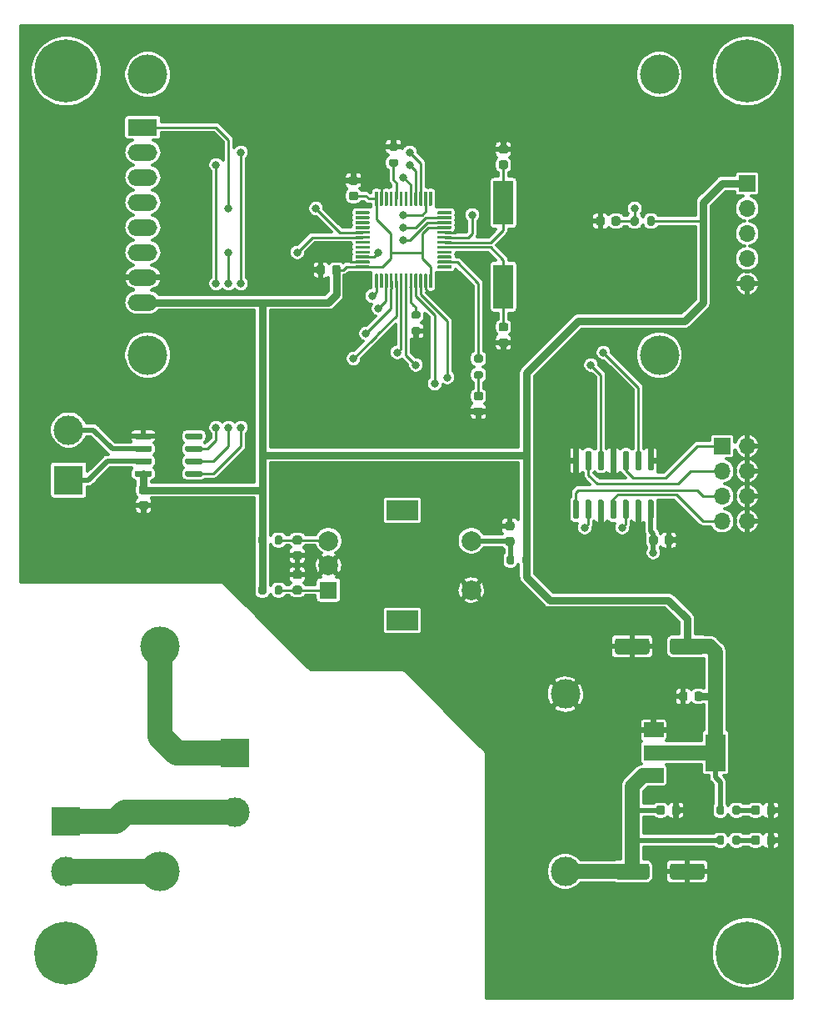
<source format=gtl>
%TF.GenerationSoftware,KiCad,Pcbnew,5.1.8*%
%TF.CreationDate,2021-01-05T14:46:37+01:00*%
%TF.ProjectId,reflow-controller,7265666c-6f77-42d6-936f-6e74726f6c6c,rev?*%
%TF.SameCoordinates,Original*%
%TF.FileFunction,Copper,L1,Top*%
%TF.FilePolarity,Positive*%
%FSLAX46Y46*%
G04 Gerber Fmt 4.6, Leading zero omitted, Abs format (unit mm)*
G04 Created by KiCad (PCBNEW 5.1.8) date 2021-01-05 14:46:37*
%MOMM*%
%LPD*%
G01*
G04 APERTURE LIST*
%TA.AperFunction,ComponentPad*%
%ADD10O,3.000000X1.700000*%
%TD*%
%TA.AperFunction,ComponentPad*%
%ADD11R,3.000000X1.700000*%
%TD*%
%TA.AperFunction,ComponentPad*%
%ADD12C,4.000000*%
%TD*%
%TA.AperFunction,ComponentPad*%
%ADD13C,6.400000*%
%TD*%
%TA.AperFunction,ComponentPad*%
%ADD14C,3.000000*%
%TD*%
%TA.AperFunction,ComponentPad*%
%ADD15R,3.000000X3.000000*%
%TD*%
%TA.AperFunction,SMDPad,CuDef*%
%ADD16R,2.000000X1.500000*%
%TD*%
%TA.AperFunction,SMDPad,CuDef*%
%ADD17R,2.000000X3.800000*%
%TD*%
%TA.AperFunction,ComponentPad*%
%ADD18C,4.000500*%
%TD*%
%TA.AperFunction,SMDPad,CuDef*%
%ADD19R,2.000000X4.500000*%
%TD*%
%TA.AperFunction,ComponentPad*%
%ADD20R,1.800000X1.800000*%
%TD*%
%TA.AperFunction,ComponentPad*%
%ADD21C,2.000000*%
%TD*%
%TA.AperFunction,ComponentPad*%
%ADD22R,3.200000X2.000000*%
%TD*%
%TA.AperFunction,ComponentPad*%
%ADD23O,1.700000X1.700000*%
%TD*%
%TA.AperFunction,ComponentPad*%
%ADD24R,1.700000X1.700000*%
%TD*%
%TA.AperFunction,ViaPad*%
%ADD25C,0.800000*%
%TD*%
%TA.AperFunction,Conductor*%
%ADD26C,0.250000*%
%TD*%
%TA.AperFunction,Conductor*%
%ADD27C,1.500000*%
%TD*%
%TA.AperFunction,Conductor*%
%ADD28C,0.750000*%
%TD*%
%TA.AperFunction,Conductor*%
%ADD29C,0.500000*%
%TD*%
%TA.AperFunction,Conductor*%
%ADD30C,2.500000*%
%TD*%
%TA.AperFunction,Conductor*%
%ADD31C,0.300000*%
%TD*%
%TA.AperFunction,Conductor*%
%ADD32C,0.100000*%
%TD*%
G04 APERTURE END LIST*
%TO.P,U1,48*%
%TO.N,+3V3*%
%TA.AperFunction,SMDPad,CuDef*%
G36*
G01*
X124820000Y-110180000D02*
X124820000Y-111505000D01*
G75*
G02*
X124745000Y-111580000I-75000J0D01*
G01*
X124595000Y-111580000D01*
G75*
G02*
X124520000Y-111505000I0J75000D01*
G01*
X124520000Y-110180000D01*
G75*
G02*
X124595000Y-110105000I75000J0D01*
G01*
X124745000Y-110105000D01*
G75*
G02*
X124820000Y-110180000I0J-75000D01*
G01*
G37*
%TD.AperFunction*%
%TO.P,U1,47*%
%TO.N,GND*%
%TA.AperFunction,SMDPad,CuDef*%
G36*
G01*
X124320000Y-110180000D02*
X124320000Y-111505000D01*
G75*
G02*
X124245000Y-111580000I-75000J0D01*
G01*
X124095000Y-111580000D01*
G75*
G02*
X124020000Y-111505000I0J75000D01*
G01*
X124020000Y-110180000D01*
G75*
G02*
X124095000Y-110105000I75000J0D01*
G01*
X124245000Y-110105000D01*
G75*
G02*
X124320000Y-110180000I0J-75000D01*
G01*
G37*
%TD.AperFunction*%
%TO.P,U1,46*%
%TO.N,OUT4*%
%TA.AperFunction,SMDPad,CuDef*%
G36*
G01*
X123820000Y-110180000D02*
X123820000Y-111505000D01*
G75*
G02*
X123745000Y-111580000I-75000J0D01*
G01*
X123595000Y-111580000D01*
G75*
G02*
X123520000Y-111505000I0J75000D01*
G01*
X123520000Y-110180000D01*
G75*
G02*
X123595000Y-110105000I75000J0D01*
G01*
X123745000Y-110105000D01*
G75*
G02*
X123820000Y-110180000I0J-75000D01*
G01*
G37*
%TD.AperFunction*%
%TO.P,U1,45*%
%TO.N,OUT3*%
%TA.AperFunction,SMDPad,CuDef*%
G36*
G01*
X123320000Y-110180000D02*
X123320000Y-111505000D01*
G75*
G02*
X123245000Y-111580000I-75000J0D01*
G01*
X123095000Y-111580000D01*
G75*
G02*
X123020000Y-111505000I0J75000D01*
G01*
X123020000Y-110180000D01*
G75*
G02*
X123095000Y-110105000I75000J0D01*
G01*
X123245000Y-110105000D01*
G75*
G02*
X123320000Y-110180000I0J-75000D01*
G01*
G37*
%TD.AperFunction*%
%TO.P,U1,44*%
%TO.N,/BOOT0*%
%TA.AperFunction,SMDPad,CuDef*%
G36*
G01*
X122820000Y-110180000D02*
X122820000Y-111505000D01*
G75*
G02*
X122745000Y-111580000I-75000J0D01*
G01*
X122595000Y-111580000D01*
G75*
G02*
X122520000Y-111505000I0J75000D01*
G01*
X122520000Y-110180000D01*
G75*
G02*
X122595000Y-110105000I75000J0D01*
G01*
X122745000Y-110105000D01*
G75*
G02*
X122820000Y-110180000I0J-75000D01*
G01*
G37*
%TD.AperFunction*%
%TO.P,U1,43*%
%TO.N,OUT2*%
%TA.AperFunction,SMDPad,CuDef*%
G36*
G01*
X122320000Y-110180000D02*
X122320000Y-111505000D01*
G75*
G02*
X122245000Y-111580000I-75000J0D01*
G01*
X122095000Y-111580000D01*
G75*
G02*
X122020000Y-111505000I0J75000D01*
G01*
X122020000Y-110180000D01*
G75*
G02*
X122095000Y-110105000I75000J0D01*
G01*
X122245000Y-110105000D01*
G75*
G02*
X122320000Y-110180000I0J-75000D01*
G01*
G37*
%TD.AperFunction*%
%TO.P,U1,42*%
%TO.N,OUT1*%
%TA.AperFunction,SMDPad,CuDef*%
G36*
G01*
X121820000Y-110180000D02*
X121820000Y-111505000D01*
G75*
G02*
X121745000Y-111580000I-75000J0D01*
G01*
X121595000Y-111580000D01*
G75*
G02*
X121520000Y-111505000I0J75000D01*
G01*
X121520000Y-110180000D01*
G75*
G02*
X121595000Y-110105000I75000J0D01*
G01*
X121745000Y-110105000D01*
G75*
G02*
X121820000Y-110180000I0J-75000D01*
G01*
G37*
%TD.AperFunction*%
%TO.P,U1,41*%
%TO.N,ENC_B*%
%TA.AperFunction,SMDPad,CuDef*%
G36*
G01*
X121320000Y-110180000D02*
X121320000Y-111505000D01*
G75*
G02*
X121245000Y-111580000I-75000J0D01*
G01*
X121095000Y-111580000D01*
G75*
G02*
X121020000Y-111505000I0J75000D01*
G01*
X121020000Y-110180000D01*
G75*
G02*
X121095000Y-110105000I75000J0D01*
G01*
X121245000Y-110105000D01*
G75*
G02*
X121320000Y-110180000I0J-75000D01*
G01*
G37*
%TD.AperFunction*%
%TO.P,U1,40*%
%TO.N,ENC_A*%
%TA.AperFunction,SMDPad,CuDef*%
G36*
G01*
X120820000Y-110180000D02*
X120820000Y-111505000D01*
G75*
G02*
X120745000Y-111580000I-75000J0D01*
G01*
X120595000Y-111580000D01*
G75*
G02*
X120520000Y-111505000I0J75000D01*
G01*
X120520000Y-110180000D01*
G75*
G02*
X120595000Y-110105000I75000J0D01*
G01*
X120745000Y-110105000D01*
G75*
G02*
X120820000Y-110180000I0J-75000D01*
G01*
G37*
%TD.AperFunction*%
%TO.P,U1,39*%
%TO.N,ENC_BUTTON*%
%TA.AperFunction,SMDPad,CuDef*%
G36*
G01*
X120320000Y-110180000D02*
X120320000Y-111505000D01*
G75*
G02*
X120245000Y-111580000I-75000J0D01*
G01*
X120095000Y-111580000D01*
G75*
G02*
X120020000Y-111505000I0J75000D01*
G01*
X120020000Y-110180000D01*
G75*
G02*
X120095000Y-110105000I75000J0D01*
G01*
X120245000Y-110105000D01*
G75*
G02*
X120320000Y-110180000I0J-75000D01*
G01*
G37*
%TD.AperFunction*%
%TO.P,U1,38*%
%TO.N,N/C*%
%TA.AperFunction,SMDPad,CuDef*%
G36*
G01*
X119820000Y-110180000D02*
X119820000Y-111505000D01*
G75*
G02*
X119745000Y-111580000I-75000J0D01*
G01*
X119595000Y-111580000D01*
G75*
G02*
X119520000Y-111505000I0J75000D01*
G01*
X119520000Y-110180000D01*
G75*
G02*
X119595000Y-110105000I75000J0D01*
G01*
X119745000Y-110105000D01*
G75*
G02*
X119820000Y-110180000I0J-75000D01*
G01*
G37*
%TD.AperFunction*%
%TO.P,U1,37*%
%TO.N,SWCLK*%
%TA.AperFunction,SMDPad,CuDef*%
G36*
G01*
X119320000Y-110180000D02*
X119320000Y-111505000D01*
G75*
G02*
X119245000Y-111580000I-75000J0D01*
G01*
X119095000Y-111580000D01*
G75*
G02*
X119020000Y-111505000I0J75000D01*
G01*
X119020000Y-110180000D01*
G75*
G02*
X119095000Y-110105000I75000J0D01*
G01*
X119245000Y-110105000D01*
G75*
G02*
X119320000Y-110180000I0J-75000D01*
G01*
G37*
%TD.AperFunction*%
%TO.P,U1,36*%
%TO.N,+3V3*%
%TA.AperFunction,SMDPad,CuDef*%
G36*
G01*
X118495000Y-109355000D02*
X118495000Y-109505000D01*
G75*
G02*
X118420000Y-109580000I-75000J0D01*
G01*
X117095000Y-109580000D01*
G75*
G02*
X117020000Y-109505000I0J75000D01*
G01*
X117020000Y-109355000D01*
G75*
G02*
X117095000Y-109280000I75000J0D01*
G01*
X118420000Y-109280000D01*
G75*
G02*
X118495000Y-109355000I0J-75000D01*
G01*
G37*
%TD.AperFunction*%
%TO.P,U1,35*%
%TO.N,GND*%
%TA.AperFunction,SMDPad,CuDef*%
G36*
G01*
X118495000Y-108855000D02*
X118495000Y-109005000D01*
G75*
G02*
X118420000Y-109080000I-75000J0D01*
G01*
X117095000Y-109080000D01*
G75*
G02*
X117020000Y-109005000I0J75000D01*
G01*
X117020000Y-108855000D01*
G75*
G02*
X117095000Y-108780000I75000J0D01*
G01*
X118420000Y-108780000D01*
G75*
G02*
X118495000Y-108855000I0J-75000D01*
G01*
G37*
%TD.AperFunction*%
%TO.P,U1,34*%
%TO.N,SWDIO*%
%TA.AperFunction,SMDPad,CuDef*%
G36*
G01*
X118495000Y-108355000D02*
X118495000Y-108505000D01*
G75*
G02*
X118420000Y-108580000I-75000J0D01*
G01*
X117095000Y-108580000D01*
G75*
G02*
X117020000Y-108505000I0J75000D01*
G01*
X117020000Y-108355000D01*
G75*
G02*
X117095000Y-108280000I75000J0D01*
G01*
X118420000Y-108280000D01*
G75*
G02*
X118495000Y-108355000I0J-75000D01*
G01*
G37*
%TD.AperFunction*%
%TO.P,U1,33*%
%TO.N,N/C*%
%TA.AperFunction,SMDPad,CuDef*%
G36*
G01*
X118495000Y-107855000D02*
X118495000Y-108005000D01*
G75*
G02*
X118420000Y-108080000I-75000J0D01*
G01*
X117095000Y-108080000D01*
G75*
G02*
X117020000Y-108005000I0J75000D01*
G01*
X117020000Y-107855000D01*
G75*
G02*
X117095000Y-107780000I75000J0D01*
G01*
X118420000Y-107780000D01*
G75*
G02*
X118495000Y-107855000I0J-75000D01*
G01*
G37*
%TD.AperFunction*%
%TO.P,U1,32*%
%TA.AperFunction,SMDPad,CuDef*%
G36*
G01*
X118495000Y-107355000D02*
X118495000Y-107505000D01*
G75*
G02*
X118420000Y-107580000I-75000J0D01*
G01*
X117095000Y-107580000D01*
G75*
G02*
X117020000Y-107505000I0J75000D01*
G01*
X117020000Y-107355000D01*
G75*
G02*
X117095000Y-107280000I75000J0D01*
G01*
X118420000Y-107280000D01*
G75*
G02*
X118495000Y-107355000I0J-75000D01*
G01*
G37*
%TD.AperFunction*%
%TO.P,U1,31*%
%TA.AperFunction,SMDPad,CuDef*%
G36*
G01*
X118495000Y-106855000D02*
X118495000Y-107005000D01*
G75*
G02*
X118420000Y-107080000I-75000J0D01*
G01*
X117095000Y-107080000D01*
G75*
G02*
X117020000Y-107005000I0J75000D01*
G01*
X117020000Y-106855000D01*
G75*
G02*
X117095000Y-106780000I75000J0D01*
G01*
X118420000Y-106780000D01*
G75*
G02*
X118495000Y-106855000I0J-75000D01*
G01*
G37*
%TD.AperFunction*%
%TO.P,U1,30*%
%TO.N,MAX6675_CS*%
%TA.AperFunction,SMDPad,CuDef*%
G36*
G01*
X118495000Y-106355000D02*
X118495000Y-106505000D01*
G75*
G02*
X118420000Y-106580000I-75000J0D01*
G01*
X117095000Y-106580000D01*
G75*
G02*
X117020000Y-106505000I0J75000D01*
G01*
X117020000Y-106355000D01*
G75*
G02*
X117095000Y-106280000I75000J0D01*
G01*
X118420000Y-106280000D01*
G75*
G02*
X118495000Y-106355000I0J-75000D01*
G01*
G37*
%TD.AperFunction*%
%TO.P,U1,29*%
%TO.N,DISP_LED*%
%TA.AperFunction,SMDPad,CuDef*%
G36*
G01*
X118495000Y-105855000D02*
X118495000Y-106005000D01*
G75*
G02*
X118420000Y-106080000I-75000J0D01*
G01*
X117095000Y-106080000D01*
G75*
G02*
X117020000Y-106005000I0J75000D01*
G01*
X117020000Y-105855000D01*
G75*
G02*
X117095000Y-105780000I75000J0D01*
G01*
X118420000Y-105780000D01*
G75*
G02*
X118495000Y-105855000I0J-75000D01*
G01*
G37*
%TD.AperFunction*%
%TO.P,U1,28*%
%TO.N,N/C*%
%TA.AperFunction,SMDPad,CuDef*%
G36*
G01*
X118495000Y-105355000D02*
X118495000Y-105505000D01*
G75*
G02*
X118420000Y-105580000I-75000J0D01*
G01*
X117095000Y-105580000D01*
G75*
G02*
X117020000Y-105505000I0J75000D01*
G01*
X117020000Y-105355000D01*
G75*
G02*
X117095000Y-105280000I75000J0D01*
G01*
X118420000Y-105280000D01*
G75*
G02*
X118495000Y-105355000I0J-75000D01*
G01*
G37*
%TD.AperFunction*%
%TO.P,U1,27*%
%TA.AperFunction,SMDPad,CuDef*%
G36*
G01*
X118495000Y-104855000D02*
X118495000Y-105005000D01*
G75*
G02*
X118420000Y-105080000I-75000J0D01*
G01*
X117095000Y-105080000D01*
G75*
G02*
X117020000Y-105005000I0J75000D01*
G01*
X117020000Y-104855000D01*
G75*
G02*
X117095000Y-104780000I75000J0D01*
G01*
X118420000Y-104780000D01*
G75*
G02*
X118495000Y-104855000I0J-75000D01*
G01*
G37*
%TD.AperFunction*%
%TO.P,U1,26*%
%TA.AperFunction,SMDPad,CuDef*%
G36*
G01*
X118495000Y-104355000D02*
X118495000Y-104505000D01*
G75*
G02*
X118420000Y-104580000I-75000J0D01*
G01*
X117095000Y-104580000D01*
G75*
G02*
X117020000Y-104505000I0J75000D01*
G01*
X117020000Y-104355000D01*
G75*
G02*
X117095000Y-104280000I75000J0D01*
G01*
X118420000Y-104280000D01*
G75*
G02*
X118495000Y-104355000I0J-75000D01*
G01*
G37*
%TD.AperFunction*%
%TO.P,U1,25*%
%TA.AperFunction,SMDPad,CuDef*%
G36*
G01*
X118495000Y-103855000D02*
X118495000Y-104005000D01*
G75*
G02*
X118420000Y-104080000I-75000J0D01*
G01*
X117095000Y-104080000D01*
G75*
G02*
X117020000Y-104005000I0J75000D01*
G01*
X117020000Y-103855000D01*
G75*
G02*
X117095000Y-103780000I75000J0D01*
G01*
X118420000Y-103780000D01*
G75*
G02*
X118495000Y-103855000I0J-75000D01*
G01*
G37*
%TD.AperFunction*%
%TO.P,U1,24*%
%TO.N,+3V3*%
%TA.AperFunction,SMDPad,CuDef*%
G36*
G01*
X119320000Y-101855000D02*
X119320000Y-103180000D01*
G75*
G02*
X119245000Y-103255000I-75000J0D01*
G01*
X119095000Y-103255000D01*
G75*
G02*
X119020000Y-103180000I0J75000D01*
G01*
X119020000Y-101855000D01*
G75*
G02*
X119095000Y-101780000I75000J0D01*
G01*
X119245000Y-101780000D01*
G75*
G02*
X119320000Y-101855000I0J-75000D01*
G01*
G37*
%TD.AperFunction*%
%TO.P,U1,23*%
%TO.N,GND*%
%TA.AperFunction,SMDPad,CuDef*%
G36*
G01*
X119820000Y-101855000D02*
X119820000Y-103180000D01*
G75*
G02*
X119745000Y-103255000I-75000J0D01*
G01*
X119595000Y-103255000D01*
G75*
G02*
X119520000Y-103180000I0J75000D01*
G01*
X119520000Y-101855000D01*
G75*
G02*
X119595000Y-101780000I75000J0D01*
G01*
X119745000Y-101780000D01*
G75*
G02*
X119820000Y-101855000I0J-75000D01*
G01*
G37*
%TD.AperFunction*%
%TO.P,U1,22*%
%TO.N,N/C*%
%TA.AperFunction,SMDPad,CuDef*%
G36*
G01*
X120320000Y-101855000D02*
X120320000Y-103180000D01*
G75*
G02*
X120245000Y-103255000I-75000J0D01*
G01*
X120095000Y-103255000D01*
G75*
G02*
X120020000Y-103180000I0J75000D01*
G01*
X120020000Y-101855000D01*
G75*
G02*
X120095000Y-101780000I75000J0D01*
G01*
X120245000Y-101780000D01*
G75*
G02*
X120320000Y-101855000I0J-75000D01*
G01*
G37*
%TD.AperFunction*%
%TO.P,U1,21*%
%TA.AperFunction,SMDPad,CuDef*%
G36*
G01*
X120820000Y-101855000D02*
X120820000Y-103180000D01*
G75*
G02*
X120745000Y-103255000I-75000J0D01*
G01*
X120595000Y-103255000D01*
G75*
G02*
X120520000Y-103180000I0J75000D01*
G01*
X120520000Y-101855000D01*
G75*
G02*
X120595000Y-101780000I75000J0D01*
G01*
X120745000Y-101780000D01*
G75*
G02*
X120820000Y-101855000I0J-75000D01*
G01*
G37*
%TD.AperFunction*%
%TO.P,U1,20*%
%TO.N,/BOOT1*%
%TA.AperFunction,SMDPad,CuDef*%
G36*
G01*
X121320000Y-101855000D02*
X121320000Y-103180000D01*
G75*
G02*
X121245000Y-103255000I-75000J0D01*
G01*
X121095000Y-103255000D01*
G75*
G02*
X121020000Y-103180000I0J75000D01*
G01*
X121020000Y-101855000D01*
G75*
G02*
X121095000Y-101780000I75000J0D01*
G01*
X121245000Y-101780000D01*
G75*
G02*
X121320000Y-101855000I0J-75000D01*
G01*
G37*
%TD.AperFunction*%
%TO.P,U1,19*%
%TO.N,N/C*%
%TA.AperFunction,SMDPad,CuDef*%
G36*
G01*
X121820000Y-101855000D02*
X121820000Y-103180000D01*
G75*
G02*
X121745000Y-103255000I-75000J0D01*
G01*
X121595000Y-103255000D01*
G75*
G02*
X121520000Y-103180000I0J75000D01*
G01*
X121520000Y-101855000D01*
G75*
G02*
X121595000Y-101780000I75000J0D01*
G01*
X121745000Y-101780000D01*
G75*
G02*
X121820000Y-101855000I0J-75000D01*
G01*
G37*
%TD.AperFunction*%
%TO.P,U1,18*%
%TA.AperFunction,SMDPad,CuDef*%
G36*
G01*
X122320000Y-101855000D02*
X122320000Y-103180000D01*
G75*
G02*
X122245000Y-103255000I-75000J0D01*
G01*
X122095000Y-103255000D01*
G75*
G02*
X122020000Y-103180000I0J75000D01*
G01*
X122020000Y-101855000D01*
G75*
G02*
X122095000Y-101780000I75000J0D01*
G01*
X122245000Y-101780000D01*
G75*
G02*
X122320000Y-101855000I0J-75000D01*
G01*
G37*
%TD.AperFunction*%
%TO.P,U1,17*%
%TO.N,MOSI*%
%TA.AperFunction,SMDPad,CuDef*%
G36*
G01*
X122820000Y-101855000D02*
X122820000Y-103180000D01*
G75*
G02*
X122745000Y-103255000I-75000J0D01*
G01*
X122595000Y-103255000D01*
G75*
G02*
X122520000Y-103180000I0J75000D01*
G01*
X122520000Y-101855000D01*
G75*
G02*
X122595000Y-101780000I75000J0D01*
G01*
X122745000Y-101780000D01*
G75*
G02*
X122820000Y-101855000I0J-75000D01*
G01*
G37*
%TD.AperFunction*%
%TO.P,U1,16*%
%TO.N,MISO*%
%TA.AperFunction,SMDPad,CuDef*%
G36*
G01*
X123320000Y-101855000D02*
X123320000Y-103180000D01*
G75*
G02*
X123245000Y-103255000I-75000J0D01*
G01*
X123095000Y-103255000D01*
G75*
G02*
X123020000Y-103180000I0J75000D01*
G01*
X123020000Y-101855000D01*
G75*
G02*
X123095000Y-101780000I75000J0D01*
G01*
X123245000Y-101780000D01*
G75*
G02*
X123320000Y-101855000I0J-75000D01*
G01*
G37*
%TD.AperFunction*%
%TO.P,U1,15*%
%TO.N,SCK*%
%TA.AperFunction,SMDPad,CuDef*%
G36*
G01*
X123820000Y-101855000D02*
X123820000Y-103180000D01*
G75*
G02*
X123745000Y-103255000I-75000J0D01*
G01*
X123595000Y-103255000D01*
G75*
G02*
X123520000Y-103180000I0J75000D01*
G01*
X123520000Y-101855000D01*
G75*
G02*
X123595000Y-101780000I75000J0D01*
G01*
X123745000Y-101780000D01*
G75*
G02*
X123820000Y-101855000I0J-75000D01*
G01*
G37*
%TD.AperFunction*%
%TO.P,U1,14*%
%TO.N,DISP_DC*%
%TA.AperFunction,SMDPad,CuDef*%
G36*
G01*
X124320000Y-101855000D02*
X124320000Y-103180000D01*
G75*
G02*
X124245000Y-103255000I-75000J0D01*
G01*
X124095000Y-103255000D01*
G75*
G02*
X124020000Y-103180000I0J75000D01*
G01*
X124020000Y-101855000D01*
G75*
G02*
X124095000Y-101780000I75000J0D01*
G01*
X124245000Y-101780000D01*
G75*
G02*
X124320000Y-101855000I0J-75000D01*
G01*
G37*
%TD.AperFunction*%
%TO.P,U1,13*%
%TO.N,N/C*%
%TA.AperFunction,SMDPad,CuDef*%
G36*
G01*
X124820000Y-101855000D02*
X124820000Y-103180000D01*
G75*
G02*
X124745000Y-103255000I-75000J0D01*
G01*
X124595000Y-103255000D01*
G75*
G02*
X124520000Y-103180000I0J75000D01*
G01*
X124520000Y-101855000D01*
G75*
G02*
X124595000Y-101780000I75000J0D01*
G01*
X124745000Y-101780000D01*
G75*
G02*
X124820000Y-101855000I0J-75000D01*
G01*
G37*
%TD.AperFunction*%
%TO.P,U1,12*%
%TA.AperFunction,SMDPad,CuDef*%
G36*
G01*
X126820000Y-103855000D02*
X126820000Y-104005000D01*
G75*
G02*
X126745000Y-104080000I-75000J0D01*
G01*
X125420000Y-104080000D01*
G75*
G02*
X125345000Y-104005000I0J75000D01*
G01*
X125345000Y-103855000D01*
G75*
G02*
X125420000Y-103780000I75000J0D01*
G01*
X126745000Y-103780000D01*
G75*
G02*
X126820000Y-103855000I0J-75000D01*
G01*
G37*
%TD.AperFunction*%
%TO.P,U1,11*%
%TO.N,DISP_RST*%
%TA.AperFunction,SMDPad,CuDef*%
G36*
G01*
X126820000Y-104355000D02*
X126820000Y-104505000D01*
G75*
G02*
X126745000Y-104580000I-75000J0D01*
G01*
X125420000Y-104580000D01*
G75*
G02*
X125345000Y-104505000I0J75000D01*
G01*
X125345000Y-104355000D01*
G75*
G02*
X125420000Y-104280000I75000J0D01*
G01*
X126745000Y-104280000D01*
G75*
G02*
X126820000Y-104355000I0J-75000D01*
G01*
G37*
%TD.AperFunction*%
%TO.P,U1,10*%
%TO.N,DISP_CS*%
%TA.AperFunction,SMDPad,CuDef*%
G36*
G01*
X126820000Y-104855000D02*
X126820000Y-105005000D01*
G75*
G02*
X126745000Y-105080000I-75000J0D01*
G01*
X125420000Y-105080000D01*
G75*
G02*
X125345000Y-105005000I0J75000D01*
G01*
X125345000Y-104855000D01*
G75*
G02*
X125420000Y-104780000I75000J0D01*
G01*
X126745000Y-104780000D01*
G75*
G02*
X126820000Y-104855000I0J-75000D01*
G01*
G37*
%TD.AperFunction*%
%TO.P,U1,9*%
%TO.N,+3V3*%
%TA.AperFunction,SMDPad,CuDef*%
G36*
G01*
X126820000Y-105355000D02*
X126820000Y-105505000D01*
G75*
G02*
X126745000Y-105580000I-75000J0D01*
G01*
X125420000Y-105580000D01*
G75*
G02*
X125345000Y-105505000I0J75000D01*
G01*
X125345000Y-105355000D01*
G75*
G02*
X125420000Y-105280000I75000J0D01*
G01*
X126745000Y-105280000D01*
G75*
G02*
X126820000Y-105355000I0J-75000D01*
G01*
G37*
%TD.AperFunction*%
%TO.P,U1,8*%
%TO.N,GND*%
%TA.AperFunction,SMDPad,CuDef*%
G36*
G01*
X126820000Y-105855000D02*
X126820000Y-106005000D01*
G75*
G02*
X126745000Y-106080000I-75000J0D01*
G01*
X125420000Y-106080000D01*
G75*
G02*
X125345000Y-106005000I0J75000D01*
G01*
X125345000Y-105855000D01*
G75*
G02*
X125420000Y-105780000I75000J0D01*
G01*
X126745000Y-105780000D01*
G75*
G02*
X126820000Y-105855000I0J-75000D01*
G01*
G37*
%TD.AperFunction*%
%TO.P,U1,7*%
%TO.N,NRST*%
%TA.AperFunction,SMDPad,CuDef*%
G36*
G01*
X126820000Y-106355000D02*
X126820000Y-106505000D01*
G75*
G02*
X126745000Y-106580000I-75000J0D01*
G01*
X125420000Y-106580000D01*
G75*
G02*
X125345000Y-106505000I0J75000D01*
G01*
X125345000Y-106355000D01*
G75*
G02*
X125420000Y-106280000I75000J0D01*
G01*
X126745000Y-106280000D01*
G75*
G02*
X126820000Y-106355000I0J-75000D01*
G01*
G37*
%TD.AperFunction*%
%TO.P,U1,6*%
%TO.N,Net-(C3-Pad1)*%
%TA.AperFunction,SMDPad,CuDef*%
G36*
G01*
X126820000Y-106855000D02*
X126820000Y-107005000D01*
G75*
G02*
X126745000Y-107080000I-75000J0D01*
G01*
X125420000Y-107080000D01*
G75*
G02*
X125345000Y-107005000I0J75000D01*
G01*
X125345000Y-106855000D01*
G75*
G02*
X125420000Y-106780000I75000J0D01*
G01*
X126745000Y-106780000D01*
G75*
G02*
X126820000Y-106855000I0J-75000D01*
G01*
G37*
%TD.AperFunction*%
%TO.P,U1,5*%
%TO.N,Net-(C2-Pad1)*%
%TA.AperFunction,SMDPad,CuDef*%
G36*
G01*
X126820000Y-107355000D02*
X126820000Y-107505000D01*
G75*
G02*
X126745000Y-107580000I-75000J0D01*
G01*
X125420000Y-107580000D01*
G75*
G02*
X125345000Y-107505000I0J75000D01*
G01*
X125345000Y-107355000D01*
G75*
G02*
X125420000Y-107280000I75000J0D01*
G01*
X126745000Y-107280000D01*
G75*
G02*
X126820000Y-107355000I0J-75000D01*
G01*
G37*
%TD.AperFunction*%
%TO.P,U1,4*%
%TO.N,N/C*%
%TA.AperFunction,SMDPad,CuDef*%
G36*
G01*
X126820000Y-107855000D02*
X126820000Y-108005000D01*
G75*
G02*
X126745000Y-108080000I-75000J0D01*
G01*
X125420000Y-108080000D01*
G75*
G02*
X125345000Y-108005000I0J75000D01*
G01*
X125345000Y-107855000D01*
G75*
G02*
X125420000Y-107780000I75000J0D01*
G01*
X126745000Y-107780000D01*
G75*
G02*
X126820000Y-107855000I0J-75000D01*
G01*
G37*
%TD.AperFunction*%
%TO.P,U1,3*%
%TA.AperFunction,SMDPad,CuDef*%
G36*
G01*
X126820000Y-108355000D02*
X126820000Y-108505000D01*
G75*
G02*
X126745000Y-108580000I-75000J0D01*
G01*
X125420000Y-108580000D01*
G75*
G02*
X125345000Y-108505000I0J75000D01*
G01*
X125345000Y-108355000D01*
G75*
G02*
X125420000Y-108280000I75000J0D01*
G01*
X126745000Y-108280000D01*
G75*
G02*
X126820000Y-108355000I0J-75000D01*
G01*
G37*
%TD.AperFunction*%
%TO.P,U1,2*%
%TO.N,STATUS_LED*%
%TA.AperFunction,SMDPad,CuDef*%
G36*
G01*
X126820000Y-108855000D02*
X126820000Y-109005000D01*
G75*
G02*
X126745000Y-109080000I-75000J0D01*
G01*
X125420000Y-109080000D01*
G75*
G02*
X125345000Y-109005000I0J75000D01*
G01*
X125345000Y-108855000D01*
G75*
G02*
X125420000Y-108780000I75000J0D01*
G01*
X126745000Y-108780000D01*
G75*
G02*
X126820000Y-108855000I0J-75000D01*
G01*
G37*
%TD.AperFunction*%
%TO.P,U1,1*%
%TO.N,N/C*%
%TA.AperFunction,SMDPad,CuDef*%
G36*
G01*
X126820000Y-109355000D02*
X126820000Y-109505000D01*
G75*
G02*
X126745000Y-109580000I-75000J0D01*
G01*
X125420000Y-109580000D01*
G75*
G02*
X125345000Y-109505000I0J75000D01*
G01*
X125345000Y-109355000D01*
G75*
G02*
X125420000Y-109280000I75000J0D01*
G01*
X126745000Y-109280000D01*
G75*
G02*
X126820000Y-109355000I0J-75000D01*
G01*
G37*
%TD.AperFunction*%
%TD*%
D10*
%TO.P,J4,8*%
%TO.N,+3V3*%
X95420000Y-113030000D03*
%TO.P,J4,7*%
%TO.N,GND*%
X95420000Y-110490000D03*
%TO.P,J4,6*%
%TO.N,DISP_CS*%
X95420000Y-107950000D03*
D11*
%TO.P,J4,1*%
%TO.N,DISP_LED*%
X95420000Y-95250000D03*
D10*
%TO.P,J4,2*%
%TO.N,SCK*%
X95420000Y-97790000D03*
%TO.P,J4,3*%
%TO.N,MOSI*%
X95420000Y-100330000D03*
%TO.P,J4,4*%
%TO.N,DISP_DC*%
X95420000Y-102870000D03*
%TO.P,J4,5*%
%TO.N,DISP_RST*%
X95420000Y-105410000D03*
D12*
%TO.P,J4,*%
%TO.N,*%
X147920000Y-118390000D03*
X147920000Y-89890000D03*
X95920000Y-118390000D03*
X95920000Y-89890000D03*
%TD*%
%TO.P,R9,2*%
%TO.N,ENC_BUTTON*%
%TA.AperFunction,SMDPad,CuDef*%
G36*
G01*
X133179000Y-138917000D02*
X133179000Y-139467000D01*
G75*
G02*
X132979000Y-139667000I-200000J0D01*
G01*
X132579000Y-139667000D01*
G75*
G02*
X132379000Y-139467000I0J200000D01*
G01*
X132379000Y-138917000D01*
G75*
G02*
X132579000Y-138717000I200000J0D01*
G01*
X132979000Y-138717000D01*
G75*
G02*
X133179000Y-138917000I0J-200000D01*
G01*
G37*
%TD.AperFunction*%
%TO.P,R9,1*%
%TO.N,+3V3*%
%TA.AperFunction,SMDPad,CuDef*%
G36*
G01*
X134829000Y-138917000D02*
X134829000Y-139467000D01*
G75*
G02*
X134629000Y-139667000I-200000J0D01*
G01*
X134229000Y-139667000D01*
G75*
G02*
X134029000Y-139467000I0J200000D01*
G01*
X134029000Y-138917000D01*
G75*
G02*
X134229000Y-138717000I200000J0D01*
G01*
X134629000Y-138717000D01*
G75*
G02*
X134829000Y-138917000I0J-200000D01*
G01*
G37*
%TD.AperFunction*%
%TD*%
%TO.P,R8,2*%
%TO.N,ENC_B*%
%TA.AperFunction,SMDPad,CuDef*%
G36*
G01*
X108820000Y-137435000D02*
X108820000Y-136885000D01*
G75*
G02*
X109020000Y-136685000I200000J0D01*
G01*
X109420000Y-136685000D01*
G75*
G02*
X109620000Y-136885000I0J-200000D01*
G01*
X109620000Y-137435000D01*
G75*
G02*
X109420000Y-137635000I-200000J0D01*
G01*
X109020000Y-137635000D01*
G75*
G02*
X108820000Y-137435000I0J200000D01*
G01*
G37*
%TD.AperFunction*%
%TO.P,R8,1*%
%TO.N,+3V3*%
%TA.AperFunction,SMDPad,CuDef*%
G36*
G01*
X107170000Y-137435000D02*
X107170000Y-136885000D01*
G75*
G02*
X107370000Y-136685000I200000J0D01*
G01*
X107770000Y-136685000D01*
G75*
G02*
X107970000Y-136885000I0J-200000D01*
G01*
X107970000Y-137435000D01*
G75*
G02*
X107770000Y-137635000I-200000J0D01*
G01*
X107370000Y-137635000D01*
G75*
G02*
X107170000Y-137435000I0J200000D01*
G01*
G37*
%TD.AperFunction*%
%TD*%
%TO.P,R7,2*%
%TO.N,ENC_A*%
%TA.AperFunction,SMDPad,CuDef*%
G36*
G01*
X108820000Y-142515000D02*
X108820000Y-141965000D01*
G75*
G02*
X109020000Y-141765000I200000J0D01*
G01*
X109420000Y-141765000D01*
G75*
G02*
X109620000Y-141965000I0J-200000D01*
G01*
X109620000Y-142515000D01*
G75*
G02*
X109420000Y-142715000I-200000J0D01*
G01*
X109020000Y-142715000D01*
G75*
G02*
X108820000Y-142515000I0J200000D01*
G01*
G37*
%TD.AperFunction*%
%TO.P,R7,1*%
%TO.N,+3V3*%
%TA.AperFunction,SMDPad,CuDef*%
G36*
G01*
X107170000Y-142515000D02*
X107170000Y-141965000D01*
G75*
G02*
X107370000Y-141765000I200000J0D01*
G01*
X107770000Y-141765000D01*
G75*
G02*
X107970000Y-141965000I0J-200000D01*
G01*
X107970000Y-142515000D01*
G75*
G02*
X107770000Y-142715000I-200000J0D01*
G01*
X107370000Y-142715000D01*
G75*
G02*
X107170000Y-142515000I0J200000D01*
G01*
G37*
%TD.AperFunction*%
%TD*%
%TO.P,R6,2*%
%TO.N,Net-(D3-Pad2)*%
%TA.AperFunction,SMDPad,CuDef*%
G36*
G01*
X155365000Y-164867000D02*
X155365000Y-164317000D01*
G75*
G02*
X155565000Y-164117000I200000J0D01*
G01*
X155965000Y-164117000D01*
G75*
G02*
X156165000Y-164317000I0J-200000D01*
G01*
X156165000Y-164867000D01*
G75*
G02*
X155965000Y-165067000I-200000J0D01*
G01*
X155565000Y-165067000D01*
G75*
G02*
X155365000Y-164867000I0J200000D01*
G01*
G37*
%TD.AperFunction*%
%TO.P,R6,1*%
%TO.N,+3V3*%
%TA.AperFunction,SMDPad,CuDef*%
G36*
G01*
X153715000Y-164867000D02*
X153715000Y-164317000D01*
G75*
G02*
X153915000Y-164117000I200000J0D01*
G01*
X154315000Y-164117000D01*
G75*
G02*
X154515000Y-164317000I0J-200000D01*
G01*
X154515000Y-164867000D01*
G75*
G02*
X154315000Y-165067000I-200000J0D01*
G01*
X153915000Y-165067000D01*
G75*
G02*
X153715000Y-164867000I0J200000D01*
G01*
G37*
%TD.AperFunction*%
%TD*%
%TO.P,R5,2*%
%TO.N,Net-(D2-Pad2)*%
%TA.AperFunction,SMDPad,CuDef*%
G36*
G01*
X155365000Y-167915000D02*
X155365000Y-167365000D01*
G75*
G02*
X155565000Y-167165000I200000J0D01*
G01*
X155965000Y-167165000D01*
G75*
G02*
X156165000Y-167365000I0J-200000D01*
G01*
X156165000Y-167915000D01*
G75*
G02*
X155965000Y-168115000I-200000J0D01*
G01*
X155565000Y-168115000D01*
G75*
G02*
X155365000Y-167915000I0J200000D01*
G01*
G37*
%TD.AperFunction*%
%TO.P,R5,1*%
%TO.N,+5V*%
%TA.AperFunction,SMDPad,CuDef*%
G36*
G01*
X153715000Y-167915000D02*
X153715000Y-167365000D01*
G75*
G02*
X153915000Y-167165000I200000J0D01*
G01*
X154315000Y-167165000D01*
G75*
G02*
X154515000Y-167365000I0J-200000D01*
G01*
X154515000Y-167915000D01*
G75*
G02*
X154315000Y-168115000I-200000J0D01*
G01*
X153915000Y-168115000D01*
G75*
G02*
X153715000Y-167915000I0J200000D01*
G01*
G37*
%TD.AperFunction*%
%TD*%
%TO.P,R4,2*%
%TO.N,Net-(D1-Pad2)*%
%TA.AperFunction,SMDPad,CuDef*%
G36*
G01*
X129265000Y-119995000D02*
X129815000Y-119995000D01*
G75*
G02*
X130015000Y-120195000I0J-200000D01*
G01*
X130015000Y-120595000D01*
G75*
G02*
X129815000Y-120795000I-200000J0D01*
G01*
X129265000Y-120795000D01*
G75*
G02*
X129065000Y-120595000I0J200000D01*
G01*
X129065000Y-120195000D01*
G75*
G02*
X129265000Y-119995000I200000J0D01*
G01*
G37*
%TD.AperFunction*%
%TO.P,R4,1*%
%TO.N,STATUS_LED*%
%TA.AperFunction,SMDPad,CuDef*%
G36*
G01*
X129265000Y-118345000D02*
X129815000Y-118345000D01*
G75*
G02*
X130015000Y-118545000I0J-200000D01*
G01*
X130015000Y-118945000D01*
G75*
G02*
X129815000Y-119145000I-200000J0D01*
G01*
X129265000Y-119145000D01*
G75*
G02*
X129065000Y-118945000I0J200000D01*
G01*
X129065000Y-118545000D01*
G75*
G02*
X129265000Y-118345000I200000J0D01*
G01*
G37*
%TD.AperFunction*%
%TD*%
%TO.P,R3,2*%
%TO.N,GND*%
%TA.AperFunction,SMDPad,CuDef*%
G36*
G01*
X122915000Y-115550000D02*
X123465000Y-115550000D01*
G75*
G02*
X123665000Y-115750000I0J-200000D01*
G01*
X123665000Y-116150000D01*
G75*
G02*
X123465000Y-116350000I-200000J0D01*
G01*
X122915000Y-116350000D01*
G75*
G02*
X122715000Y-116150000I0J200000D01*
G01*
X122715000Y-115750000D01*
G75*
G02*
X122915000Y-115550000I200000J0D01*
G01*
G37*
%TD.AperFunction*%
%TO.P,R3,1*%
%TO.N,/BOOT0*%
%TA.AperFunction,SMDPad,CuDef*%
G36*
G01*
X122915000Y-113900000D02*
X123465000Y-113900000D01*
G75*
G02*
X123665000Y-114100000I0J-200000D01*
G01*
X123665000Y-114500000D01*
G75*
G02*
X123465000Y-114700000I-200000J0D01*
G01*
X122915000Y-114700000D01*
G75*
G02*
X122715000Y-114500000I0J200000D01*
G01*
X122715000Y-114100000D01*
G75*
G02*
X122915000Y-113900000I200000J0D01*
G01*
G37*
%TD.AperFunction*%
%TD*%
%TO.P,R2,2*%
%TO.N,GND*%
%TA.AperFunction,SMDPad,CuDef*%
G36*
G01*
X121179000Y-97619000D02*
X120629000Y-97619000D01*
G75*
G02*
X120429000Y-97419000I0J200000D01*
G01*
X120429000Y-97019000D01*
G75*
G02*
X120629000Y-96819000I200000J0D01*
G01*
X121179000Y-96819000D01*
G75*
G02*
X121379000Y-97019000I0J-200000D01*
G01*
X121379000Y-97419000D01*
G75*
G02*
X121179000Y-97619000I-200000J0D01*
G01*
G37*
%TD.AperFunction*%
%TO.P,R2,1*%
%TO.N,/BOOT1*%
%TA.AperFunction,SMDPad,CuDef*%
G36*
G01*
X121179000Y-99269000D02*
X120629000Y-99269000D01*
G75*
G02*
X120429000Y-99069000I0J200000D01*
G01*
X120429000Y-98669000D01*
G75*
G02*
X120629000Y-98469000I200000J0D01*
G01*
X121179000Y-98469000D01*
G75*
G02*
X121379000Y-98669000I0J-200000D01*
G01*
X121379000Y-99069000D01*
G75*
G02*
X121179000Y-99269000I-200000J0D01*
G01*
G37*
%TD.AperFunction*%
%TD*%
%TO.P,R1,2*%
%TO.N,NRST*%
%TA.AperFunction,SMDPad,CuDef*%
G36*
G01*
X145815000Y-104500000D02*
X145815000Y-105050000D01*
G75*
G02*
X145615000Y-105250000I-200000J0D01*
G01*
X145215000Y-105250000D01*
G75*
G02*
X145015000Y-105050000I0J200000D01*
G01*
X145015000Y-104500000D01*
G75*
G02*
X145215000Y-104300000I200000J0D01*
G01*
X145615000Y-104300000D01*
G75*
G02*
X145815000Y-104500000I0J-200000D01*
G01*
G37*
%TD.AperFunction*%
%TO.P,R1,1*%
%TO.N,+3V3*%
%TA.AperFunction,SMDPad,CuDef*%
G36*
G01*
X147465000Y-104500000D02*
X147465000Y-105050000D01*
G75*
G02*
X147265000Y-105250000I-200000J0D01*
G01*
X146865000Y-105250000D01*
G75*
G02*
X146665000Y-105050000I0J200000D01*
G01*
X146665000Y-104500000D01*
G75*
G02*
X146865000Y-104300000I200000J0D01*
G01*
X147265000Y-104300000D01*
G75*
G02*
X147465000Y-104500000I0J-200000D01*
G01*
G37*
%TD.AperFunction*%
%TD*%
D13*
%TO.P,REF\u002A\u002A,1*%
%TO.N,N/C*%
X87630000Y-89535000D03*
%TD*%
%TO.P,REF\u002A\u002A,1*%
%TO.N,N/C*%
X156845000Y-89535000D03*
%TD*%
%TO.P,REF\u002A\u002A,1*%
%TO.N,N/C*%
X156845000Y-179070000D03*
%TD*%
%TO.P,REF\u002A\u002A,1*%
%TO.N,N/C*%
X87630000Y-179070000D03*
%TD*%
D14*
%TO.P,PS1,4*%
%TO.N,+5V*%
X138375000Y-170815000D03*
%TO.P,PS1,3*%
%TO.N,GND*%
X138375000Y-152815000D03*
%TO.P,PS1,2*%
%TO.N,Net-(J2-Pad1)*%
X104775000Y-164815000D03*
D15*
%TO.P,PS1,1*%
%TO.N,Net-(F1-Pad1)*%
X104775000Y-158815000D03*
%TD*%
%TO.P,U3,14*%
%TO.N,+5V*%
%TA.AperFunction,SMDPad,CuDef*%
G36*
G01*
X146916000Y-133072000D02*
X147216000Y-133072000D01*
G75*
G02*
X147366000Y-133222000I0J-150000D01*
G01*
X147366000Y-134872000D01*
G75*
G02*
X147216000Y-135022000I-150000J0D01*
G01*
X146916000Y-135022000D01*
G75*
G02*
X146766000Y-134872000I0J150000D01*
G01*
X146766000Y-133222000D01*
G75*
G02*
X146916000Y-133072000I150000J0D01*
G01*
G37*
%TD.AperFunction*%
%TO.P,U3,13*%
%TO.N,GND*%
%TA.AperFunction,SMDPad,CuDef*%
G36*
G01*
X145646000Y-133072000D02*
X145946000Y-133072000D01*
G75*
G02*
X146096000Y-133222000I0J-150000D01*
G01*
X146096000Y-134872000D01*
G75*
G02*
X145946000Y-135022000I-150000J0D01*
G01*
X145646000Y-135022000D01*
G75*
G02*
X145496000Y-134872000I0J150000D01*
G01*
X145496000Y-133222000D01*
G75*
G02*
X145646000Y-133072000I150000J0D01*
G01*
G37*
%TD.AperFunction*%
%TO.P,U3,12*%
%TO.N,OUT4*%
%TA.AperFunction,SMDPad,CuDef*%
G36*
G01*
X144376000Y-133072000D02*
X144676000Y-133072000D01*
G75*
G02*
X144826000Y-133222000I0J-150000D01*
G01*
X144826000Y-134872000D01*
G75*
G02*
X144676000Y-135022000I-150000J0D01*
G01*
X144376000Y-135022000D01*
G75*
G02*
X144226000Y-134872000I0J150000D01*
G01*
X144226000Y-133222000D01*
G75*
G02*
X144376000Y-133072000I150000J0D01*
G01*
G37*
%TD.AperFunction*%
%TO.P,U3,11*%
%TO.N,Net-(J3-Pad7)*%
%TA.AperFunction,SMDPad,CuDef*%
G36*
G01*
X143106000Y-133072000D02*
X143406000Y-133072000D01*
G75*
G02*
X143556000Y-133222000I0J-150000D01*
G01*
X143556000Y-134872000D01*
G75*
G02*
X143406000Y-135022000I-150000J0D01*
G01*
X143106000Y-135022000D01*
G75*
G02*
X142956000Y-134872000I0J150000D01*
G01*
X142956000Y-133222000D01*
G75*
G02*
X143106000Y-133072000I150000J0D01*
G01*
G37*
%TD.AperFunction*%
%TO.P,U3,10*%
%TO.N,GND*%
%TA.AperFunction,SMDPad,CuDef*%
G36*
G01*
X141836000Y-133072000D02*
X142136000Y-133072000D01*
G75*
G02*
X142286000Y-133222000I0J-150000D01*
G01*
X142286000Y-134872000D01*
G75*
G02*
X142136000Y-135022000I-150000J0D01*
G01*
X141836000Y-135022000D01*
G75*
G02*
X141686000Y-134872000I0J150000D01*
G01*
X141686000Y-133222000D01*
G75*
G02*
X141836000Y-133072000I150000J0D01*
G01*
G37*
%TD.AperFunction*%
%TO.P,U3,9*%
%TO.N,OUT3*%
%TA.AperFunction,SMDPad,CuDef*%
G36*
G01*
X140566000Y-133072000D02*
X140866000Y-133072000D01*
G75*
G02*
X141016000Y-133222000I0J-150000D01*
G01*
X141016000Y-134872000D01*
G75*
G02*
X140866000Y-135022000I-150000J0D01*
G01*
X140566000Y-135022000D01*
G75*
G02*
X140416000Y-134872000I0J150000D01*
G01*
X140416000Y-133222000D01*
G75*
G02*
X140566000Y-133072000I150000J0D01*
G01*
G37*
%TD.AperFunction*%
%TO.P,U3,8*%
%TO.N,Net-(J3-Pad5)*%
%TA.AperFunction,SMDPad,CuDef*%
G36*
G01*
X139296000Y-133072000D02*
X139596000Y-133072000D01*
G75*
G02*
X139746000Y-133222000I0J-150000D01*
G01*
X139746000Y-134872000D01*
G75*
G02*
X139596000Y-135022000I-150000J0D01*
G01*
X139296000Y-135022000D01*
G75*
G02*
X139146000Y-134872000I0J150000D01*
G01*
X139146000Y-133222000D01*
G75*
G02*
X139296000Y-133072000I150000J0D01*
G01*
G37*
%TD.AperFunction*%
%TO.P,U3,7*%
%TO.N,GND*%
%TA.AperFunction,SMDPad,CuDef*%
G36*
G01*
X139296000Y-128122000D02*
X139596000Y-128122000D01*
G75*
G02*
X139746000Y-128272000I0J-150000D01*
G01*
X139746000Y-129922000D01*
G75*
G02*
X139596000Y-130072000I-150000J0D01*
G01*
X139296000Y-130072000D01*
G75*
G02*
X139146000Y-129922000I0J150000D01*
G01*
X139146000Y-128272000D01*
G75*
G02*
X139296000Y-128122000I150000J0D01*
G01*
G37*
%TD.AperFunction*%
%TO.P,U3,6*%
%TO.N,Net-(J3-Pad3)*%
%TA.AperFunction,SMDPad,CuDef*%
G36*
G01*
X140566000Y-128122000D02*
X140866000Y-128122000D01*
G75*
G02*
X141016000Y-128272000I0J-150000D01*
G01*
X141016000Y-129922000D01*
G75*
G02*
X140866000Y-130072000I-150000J0D01*
G01*
X140566000Y-130072000D01*
G75*
G02*
X140416000Y-129922000I0J150000D01*
G01*
X140416000Y-128272000D01*
G75*
G02*
X140566000Y-128122000I150000J0D01*
G01*
G37*
%TD.AperFunction*%
%TO.P,U3,5*%
%TO.N,OUT2*%
%TA.AperFunction,SMDPad,CuDef*%
G36*
G01*
X141836000Y-128122000D02*
X142136000Y-128122000D01*
G75*
G02*
X142286000Y-128272000I0J-150000D01*
G01*
X142286000Y-129922000D01*
G75*
G02*
X142136000Y-130072000I-150000J0D01*
G01*
X141836000Y-130072000D01*
G75*
G02*
X141686000Y-129922000I0J150000D01*
G01*
X141686000Y-128272000D01*
G75*
G02*
X141836000Y-128122000I150000J0D01*
G01*
G37*
%TD.AperFunction*%
%TO.P,U3,4*%
%TO.N,GND*%
%TA.AperFunction,SMDPad,CuDef*%
G36*
G01*
X143106000Y-128122000D02*
X143406000Y-128122000D01*
G75*
G02*
X143556000Y-128272000I0J-150000D01*
G01*
X143556000Y-129922000D01*
G75*
G02*
X143406000Y-130072000I-150000J0D01*
G01*
X143106000Y-130072000D01*
G75*
G02*
X142956000Y-129922000I0J150000D01*
G01*
X142956000Y-128272000D01*
G75*
G02*
X143106000Y-128122000I150000J0D01*
G01*
G37*
%TD.AperFunction*%
%TO.P,U3,3*%
%TO.N,Net-(J3-Pad1)*%
%TA.AperFunction,SMDPad,CuDef*%
G36*
G01*
X144376000Y-128122000D02*
X144676000Y-128122000D01*
G75*
G02*
X144826000Y-128272000I0J-150000D01*
G01*
X144826000Y-129922000D01*
G75*
G02*
X144676000Y-130072000I-150000J0D01*
G01*
X144376000Y-130072000D01*
G75*
G02*
X144226000Y-129922000I0J150000D01*
G01*
X144226000Y-128272000D01*
G75*
G02*
X144376000Y-128122000I150000J0D01*
G01*
G37*
%TD.AperFunction*%
%TO.P,U3,2*%
%TO.N,OUT1*%
%TA.AperFunction,SMDPad,CuDef*%
G36*
G01*
X145646000Y-128122000D02*
X145946000Y-128122000D01*
G75*
G02*
X146096000Y-128272000I0J-150000D01*
G01*
X146096000Y-129922000D01*
G75*
G02*
X145946000Y-130072000I-150000J0D01*
G01*
X145646000Y-130072000D01*
G75*
G02*
X145496000Y-129922000I0J150000D01*
G01*
X145496000Y-128272000D01*
G75*
G02*
X145646000Y-128122000I150000J0D01*
G01*
G37*
%TD.AperFunction*%
%TO.P,U3,1*%
%TO.N,GND*%
%TA.AperFunction,SMDPad,CuDef*%
G36*
G01*
X146916000Y-128122000D02*
X147216000Y-128122000D01*
G75*
G02*
X147366000Y-128272000I0J-150000D01*
G01*
X147366000Y-129922000D01*
G75*
G02*
X147216000Y-130072000I-150000J0D01*
G01*
X146916000Y-130072000D01*
G75*
G02*
X146766000Y-129922000I0J150000D01*
G01*
X146766000Y-128272000D01*
G75*
G02*
X146916000Y-128122000I150000J0D01*
G01*
G37*
%TD.AperFunction*%
%TD*%
D16*
%TO.P,U2,1*%
%TO.N,GND*%
X147345000Y-156450000D03*
%TO.P,U2,3*%
%TO.N,+5V*%
X147345000Y-161050000D03*
%TO.P,U2,2*%
%TO.N,+3V3*%
X147345000Y-158750000D03*
D17*
X153645000Y-158750000D03*
%TD*%
D18*
%TO.P,F1,1*%
%TO.N,Net-(F1-Pad1)*%
X97155000Y-147955000D03*
%TO.P,F1,2*%
%TO.N,Net-(F1-Pad2)*%
X97155000Y-170815000D03*
%TD*%
D14*
%TO.P,J2,2*%
%TO.N,Net-(F1-Pad2)*%
X87630000Y-170815000D03*
D15*
%TO.P,J2,1*%
%TO.N,Net-(J2-Pad1)*%
X87630000Y-165735000D03*
%TD*%
D19*
%TO.P,Y1,2*%
%TO.N,Net-(C3-Pad1)*%
X132080000Y-102938000D03*
%TO.P,Y1,1*%
%TO.N,Net-(C2-Pad1)*%
X132080000Y-111438000D03*
%TD*%
%TO.P,U4,8*%
%TO.N,N/C*%
%TA.AperFunction,SMDPad,CuDef*%
G36*
G01*
X99744000Y-126769000D02*
X99744000Y-126469000D01*
G75*
G02*
X99894000Y-126319000I150000J0D01*
G01*
X101344000Y-126319000D01*
G75*
G02*
X101494000Y-126469000I0J-150000D01*
G01*
X101494000Y-126769000D01*
G75*
G02*
X101344000Y-126919000I-150000J0D01*
G01*
X99894000Y-126919000D01*
G75*
G02*
X99744000Y-126769000I0J150000D01*
G01*
G37*
%TD.AperFunction*%
%TO.P,U4,7*%
%TO.N,MISO*%
%TA.AperFunction,SMDPad,CuDef*%
G36*
G01*
X99744000Y-128039000D02*
X99744000Y-127739000D01*
G75*
G02*
X99894000Y-127589000I150000J0D01*
G01*
X101344000Y-127589000D01*
G75*
G02*
X101494000Y-127739000I0J-150000D01*
G01*
X101494000Y-128039000D01*
G75*
G02*
X101344000Y-128189000I-150000J0D01*
G01*
X99894000Y-128189000D01*
G75*
G02*
X99744000Y-128039000I0J150000D01*
G01*
G37*
%TD.AperFunction*%
%TO.P,U4,6*%
%TO.N,MAX6675_CS*%
%TA.AperFunction,SMDPad,CuDef*%
G36*
G01*
X99744000Y-129309000D02*
X99744000Y-129009000D01*
G75*
G02*
X99894000Y-128859000I150000J0D01*
G01*
X101344000Y-128859000D01*
G75*
G02*
X101494000Y-129009000I0J-150000D01*
G01*
X101494000Y-129309000D01*
G75*
G02*
X101344000Y-129459000I-150000J0D01*
G01*
X99894000Y-129459000D01*
G75*
G02*
X99744000Y-129309000I0J150000D01*
G01*
G37*
%TD.AperFunction*%
%TO.P,U4,5*%
%TO.N,SCK*%
%TA.AperFunction,SMDPad,CuDef*%
G36*
G01*
X99744000Y-130579000D02*
X99744000Y-130279000D01*
G75*
G02*
X99894000Y-130129000I150000J0D01*
G01*
X101344000Y-130129000D01*
G75*
G02*
X101494000Y-130279000I0J-150000D01*
G01*
X101494000Y-130579000D01*
G75*
G02*
X101344000Y-130729000I-150000J0D01*
G01*
X99894000Y-130729000D01*
G75*
G02*
X99744000Y-130579000I0J150000D01*
G01*
G37*
%TD.AperFunction*%
%TO.P,U4,4*%
%TO.N,+3V3*%
%TA.AperFunction,SMDPad,CuDef*%
G36*
G01*
X94594000Y-130579000D02*
X94594000Y-130279000D01*
G75*
G02*
X94744000Y-130129000I150000J0D01*
G01*
X96194000Y-130129000D01*
G75*
G02*
X96344000Y-130279000I0J-150000D01*
G01*
X96344000Y-130579000D01*
G75*
G02*
X96194000Y-130729000I-150000J0D01*
G01*
X94744000Y-130729000D01*
G75*
G02*
X94594000Y-130579000I0J150000D01*
G01*
G37*
%TD.AperFunction*%
%TO.P,U4,3*%
%TO.N,Net-(J5-Pad1)*%
%TA.AperFunction,SMDPad,CuDef*%
G36*
G01*
X94594000Y-129309000D02*
X94594000Y-129009000D01*
G75*
G02*
X94744000Y-128859000I150000J0D01*
G01*
X96194000Y-128859000D01*
G75*
G02*
X96344000Y-129009000I0J-150000D01*
G01*
X96344000Y-129309000D01*
G75*
G02*
X96194000Y-129459000I-150000J0D01*
G01*
X94744000Y-129459000D01*
G75*
G02*
X94594000Y-129309000I0J150000D01*
G01*
G37*
%TD.AperFunction*%
%TO.P,U4,2*%
%TO.N,Net-(J5-Pad2)*%
%TA.AperFunction,SMDPad,CuDef*%
G36*
G01*
X94594000Y-128039000D02*
X94594000Y-127739000D01*
G75*
G02*
X94744000Y-127589000I150000J0D01*
G01*
X96194000Y-127589000D01*
G75*
G02*
X96344000Y-127739000I0J-150000D01*
G01*
X96344000Y-128039000D01*
G75*
G02*
X96194000Y-128189000I-150000J0D01*
G01*
X94744000Y-128189000D01*
G75*
G02*
X94594000Y-128039000I0J150000D01*
G01*
G37*
%TD.AperFunction*%
%TO.P,U4,1*%
%TO.N,GND*%
%TA.AperFunction,SMDPad,CuDef*%
G36*
G01*
X94594000Y-126769000D02*
X94594000Y-126469000D01*
G75*
G02*
X94744000Y-126319000I150000J0D01*
G01*
X96194000Y-126319000D01*
G75*
G02*
X96344000Y-126469000I0J-150000D01*
G01*
X96344000Y-126769000D01*
G75*
G02*
X96194000Y-126919000I-150000J0D01*
G01*
X94744000Y-126919000D01*
G75*
G02*
X94594000Y-126769000I0J150000D01*
G01*
G37*
%TD.AperFunction*%
%TD*%
D20*
%TO.P,SW1,A*%
%TO.N,ENC_A*%
X114300000Y-142240000D03*
D21*
%TO.P,SW1,C*%
%TO.N,GND*%
X114300000Y-139740000D03*
%TO.P,SW1,B*%
%TO.N,ENC_B*%
X114300000Y-137240000D03*
D22*
%TO.P,SW1,MP*%
%TO.N,N/C*%
X121800000Y-145340000D03*
X121800000Y-134140000D03*
D21*
%TO.P,SW1,S2*%
%TO.N,GND*%
X128800000Y-142240000D03*
%TO.P,SW1,S1*%
%TO.N,ENC_BUTTON*%
X128800000Y-137240000D03*
%TD*%
D14*
%TO.P,J5,2*%
%TO.N,Net-(J5-Pad2)*%
X87884000Y-125984000D03*
D15*
%TO.P,J5,1*%
%TO.N,Net-(J5-Pad1)*%
X87884000Y-131064000D03*
%TD*%
D23*
%TO.P,J3,8*%
%TO.N,GND*%
X156845000Y-135255000D03*
%TO.P,J3,7*%
%TO.N,Net-(J3-Pad7)*%
X154305000Y-135255000D03*
%TO.P,J3,6*%
%TO.N,GND*%
X156845000Y-132715000D03*
%TO.P,J3,5*%
%TO.N,Net-(J3-Pad5)*%
X154305000Y-132715000D03*
%TO.P,J3,4*%
%TO.N,GND*%
X156845000Y-130175000D03*
%TO.P,J3,3*%
%TO.N,Net-(J3-Pad3)*%
X154305000Y-130175000D03*
%TO.P,J3,2*%
%TO.N,GND*%
X156845000Y-127635000D03*
D24*
%TO.P,J3,1*%
%TO.N,Net-(J3-Pad1)*%
X154305000Y-127635000D03*
%TD*%
D23*
%TO.P,J1,5*%
%TO.N,GND*%
X156845000Y-111125000D03*
%TO.P,J1,4*%
%TO.N,SWCLK*%
X156845000Y-108585000D03*
%TO.P,J1,3*%
%TO.N,SWDIO*%
X156845000Y-106045000D03*
%TO.P,J1,2*%
%TO.N,NRST*%
X156845000Y-103505000D03*
D24*
%TO.P,J1,1*%
%TO.N,+3V3*%
X156845000Y-100965000D03*
%TD*%
%TO.P,D3,2*%
%TO.N,Net-(D3-Pad2)*%
%TA.AperFunction,SMDPad,CuDef*%
G36*
G01*
X158146000Y-164335750D02*
X158146000Y-164848250D01*
G75*
G02*
X157927250Y-165067000I-218750J0D01*
G01*
X157489750Y-165067000D01*
G75*
G02*
X157271000Y-164848250I0J218750D01*
G01*
X157271000Y-164335750D01*
G75*
G02*
X157489750Y-164117000I218750J0D01*
G01*
X157927250Y-164117000D01*
G75*
G02*
X158146000Y-164335750I0J-218750D01*
G01*
G37*
%TD.AperFunction*%
%TO.P,D3,1*%
%TO.N,GND*%
%TA.AperFunction,SMDPad,CuDef*%
G36*
G01*
X159721000Y-164335750D02*
X159721000Y-164848250D01*
G75*
G02*
X159502250Y-165067000I-218750J0D01*
G01*
X159064750Y-165067000D01*
G75*
G02*
X158846000Y-164848250I0J218750D01*
G01*
X158846000Y-164335750D01*
G75*
G02*
X159064750Y-164117000I218750J0D01*
G01*
X159502250Y-164117000D01*
G75*
G02*
X159721000Y-164335750I0J-218750D01*
G01*
G37*
%TD.AperFunction*%
%TD*%
%TO.P,D2,2*%
%TO.N,Net-(D2-Pad2)*%
%TA.AperFunction,SMDPad,CuDef*%
G36*
G01*
X158146000Y-167383750D02*
X158146000Y-167896250D01*
G75*
G02*
X157927250Y-168115000I-218750J0D01*
G01*
X157489750Y-168115000D01*
G75*
G02*
X157271000Y-167896250I0J218750D01*
G01*
X157271000Y-167383750D01*
G75*
G02*
X157489750Y-167165000I218750J0D01*
G01*
X157927250Y-167165000D01*
G75*
G02*
X158146000Y-167383750I0J-218750D01*
G01*
G37*
%TD.AperFunction*%
%TO.P,D2,1*%
%TO.N,GND*%
%TA.AperFunction,SMDPad,CuDef*%
G36*
G01*
X159721000Y-167383750D02*
X159721000Y-167896250D01*
G75*
G02*
X159502250Y-168115000I-218750J0D01*
G01*
X159064750Y-168115000D01*
G75*
G02*
X158846000Y-167896250I0J218750D01*
G01*
X158846000Y-167383750D01*
G75*
G02*
X159064750Y-167165000I218750J0D01*
G01*
X159502250Y-167165000D01*
G75*
G02*
X159721000Y-167383750I0J-218750D01*
G01*
G37*
%TD.AperFunction*%
%TD*%
%TO.P,D1,2*%
%TO.N,Net-(D1-Pad2)*%
%TA.AperFunction,SMDPad,CuDef*%
G36*
G01*
X129796250Y-122992500D02*
X129283750Y-122992500D01*
G75*
G02*
X129065000Y-122773750I0J218750D01*
G01*
X129065000Y-122336250D01*
G75*
G02*
X129283750Y-122117500I218750J0D01*
G01*
X129796250Y-122117500D01*
G75*
G02*
X130015000Y-122336250I0J-218750D01*
G01*
X130015000Y-122773750D01*
G75*
G02*
X129796250Y-122992500I-218750J0D01*
G01*
G37*
%TD.AperFunction*%
%TO.P,D1,1*%
%TO.N,GND*%
%TA.AperFunction,SMDPad,CuDef*%
G36*
G01*
X129796250Y-124567500D02*
X129283750Y-124567500D01*
G75*
G02*
X129065000Y-124348750I0J218750D01*
G01*
X129065000Y-123911250D01*
G75*
G02*
X129283750Y-123692500I218750J0D01*
G01*
X129796250Y-123692500D01*
G75*
G02*
X130015000Y-123911250I0J-218750D01*
G01*
X130015000Y-124348750D01*
G75*
G02*
X129796250Y-124567500I-218750J0D01*
G01*
G37*
%TD.AperFunction*%
%TD*%
%TO.P,C14,2*%
%TO.N,GND*%
%TA.AperFunction,SMDPad,CuDef*%
G36*
G01*
X95247750Y-133217500D02*
X95760250Y-133217500D01*
G75*
G02*
X95979000Y-133436250I0J-218750D01*
G01*
X95979000Y-133873750D01*
G75*
G02*
X95760250Y-134092500I-218750J0D01*
G01*
X95247750Y-134092500D01*
G75*
G02*
X95029000Y-133873750I0J218750D01*
G01*
X95029000Y-133436250D01*
G75*
G02*
X95247750Y-133217500I218750J0D01*
G01*
G37*
%TD.AperFunction*%
%TO.P,C14,1*%
%TO.N,+3V3*%
%TA.AperFunction,SMDPad,CuDef*%
G36*
G01*
X95247750Y-131642500D02*
X95760250Y-131642500D01*
G75*
G02*
X95979000Y-131861250I0J-218750D01*
G01*
X95979000Y-132298750D01*
G75*
G02*
X95760250Y-132517500I-218750J0D01*
G01*
X95247750Y-132517500D01*
G75*
G02*
X95029000Y-132298750I0J218750D01*
G01*
X95029000Y-131861250D01*
G75*
G02*
X95247750Y-131642500I218750J0D01*
G01*
G37*
%TD.AperFunction*%
%TD*%
%TO.P,C13,2*%
%TO.N,GND*%
%TA.AperFunction,SMDPad,CuDef*%
G36*
G01*
X132971250Y-136175000D02*
X132458750Y-136175000D01*
G75*
G02*
X132240000Y-135956250I0J218750D01*
G01*
X132240000Y-135518750D01*
G75*
G02*
X132458750Y-135300000I218750J0D01*
G01*
X132971250Y-135300000D01*
G75*
G02*
X133190000Y-135518750I0J-218750D01*
G01*
X133190000Y-135956250D01*
G75*
G02*
X132971250Y-136175000I-218750J0D01*
G01*
G37*
%TD.AperFunction*%
%TO.P,C13,1*%
%TO.N,ENC_BUTTON*%
%TA.AperFunction,SMDPad,CuDef*%
G36*
G01*
X132971250Y-137750000D02*
X132458750Y-137750000D01*
G75*
G02*
X132240000Y-137531250I0J218750D01*
G01*
X132240000Y-137093750D01*
G75*
G02*
X132458750Y-136875000I218750J0D01*
G01*
X132971250Y-136875000D01*
G75*
G02*
X133190000Y-137093750I0J-218750D01*
G01*
X133190000Y-137531250D01*
G75*
G02*
X132971250Y-137750000I-218750J0D01*
G01*
G37*
%TD.AperFunction*%
%TD*%
%TO.P,C12,2*%
%TO.N,GND*%
%TA.AperFunction,SMDPad,CuDef*%
G36*
G01*
X110868750Y-138297500D02*
X111381250Y-138297500D01*
G75*
G02*
X111600000Y-138516250I0J-218750D01*
G01*
X111600000Y-138953750D01*
G75*
G02*
X111381250Y-139172500I-218750J0D01*
G01*
X110868750Y-139172500D01*
G75*
G02*
X110650000Y-138953750I0J218750D01*
G01*
X110650000Y-138516250D01*
G75*
G02*
X110868750Y-138297500I218750J0D01*
G01*
G37*
%TD.AperFunction*%
%TO.P,C12,1*%
%TO.N,ENC_B*%
%TA.AperFunction,SMDPad,CuDef*%
G36*
G01*
X110868750Y-136722500D02*
X111381250Y-136722500D01*
G75*
G02*
X111600000Y-136941250I0J-218750D01*
G01*
X111600000Y-137378750D01*
G75*
G02*
X111381250Y-137597500I-218750J0D01*
G01*
X110868750Y-137597500D01*
G75*
G02*
X110650000Y-137378750I0J218750D01*
G01*
X110650000Y-136941250D01*
G75*
G02*
X110868750Y-136722500I218750J0D01*
G01*
G37*
%TD.AperFunction*%
%TD*%
%TO.P,C11,2*%
%TO.N,GND*%
%TA.AperFunction,SMDPad,CuDef*%
G36*
G01*
X148457500Y-137416250D02*
X148457500Y-136903750D01*
G75*
G02*
X148676250Y-136685000I218750J0D01*
G01*
X149113750Y-136685000D01*
G75*
G02*
X149332500Y-136903750I0J-218750D01*
G01*
X149332500Y-137416250D01*
G75*
G02*
X149113750Y-137635000I-218750J0D01*
G01*
X148676250Y-137635000D01*
G75*
G02*
X148457500Y-137416250I0J218750D01*
G01*
G37*
%TD.AperFunction*%
%TO.P,C11,1*%
%TO.N,+5V*%
%TA.AperFunction,SMDPad,CuDef*%
G36*
G01*
X146882500Y-137416250D02*
X146882500Y-136903750D01*
G75*
G02*
X147101250Y-136685000I218750J0D01*
G01*
X147538750Y-136685000D01*
G75*
G02*
X147757500Y-136903750I0J-218750D01*
G01*
X147757500Y-137416250D01*
G75*
G02*
X147538750Y-137635000I-218750J0D01*
G01*
X147101250Y-137635000D01*
G75*
G02*
X146882500Y-137416250I0J218750D01*
G01*
G37*
%TD.AperFunction*%
%TD*%
%TO.P,C10,2*%
%TO.N,GND*%
%TA.AperFunction,SMDPad,CuDef*%
G36*
G01*
X111381250Y-141102500D02*
X110868750Y-141102500D01*
G75*
G02*
X110650000Y-140883750I0J218750D01*
G01*
X110650000Y-140446250D01*
G75*
G02*
X110868750Y-140227500I218750J0D01*
G01*
X111381250Y-140227500D01*
G75*
G02*
X111600000Y-140446250I0J-218750D01*
G01*
X111600000Y-140883750D01*
G75*
G02*
X111381250Y-141102500I-218750J0D01*
G01*
G37*
%TD.AperFunction*%
%TO.P,C10,1*%
%TO.N,ENC_A*%
%TA.AperFunction,SMDPad,CuDef*%
G36*
G01*
X111381250Y-142677500D02*
X110868750Y-142677500D01*
G75*
G02*
X110650000Y-142458750I0J218750D01*
G01*
X110650000Y-142021250D01*
G75*
G02*
X110868750Y-141802500I218750J0D01*
G01*
X111381250Y-141802500D01*
G75*
G02*
X111600000Y-142021250I0J-218750D01*
G01*
X111600000Y-142458750D01*
G75*
G02*
X111381250Y-142677500I-218750J0D01*
G01*
G37*
%TD.AperFunction*%
%TD*%
%TO.P,C9,2*%
%TO.N,GND*%
%TA.AperFunction,SMDPad,CuDef*%
G36*
G01*
X146905000Y-147405000D02*
X146905000Y-148505000D01*
G75*
G02*
X146655000Y-148755000I-250000J0D01*
G01*
X143655000Y-148755000D01*
G75*
G02*
X143405000Y-148505000I0J250000D01*
G01*
X143405000Y-147405000D01*
G75*
G02*
X143655000Y-147155000I250000J0D01*
G01*
X146655000Y-147155000D01*
G75*
G02*
X146905000Y-147405000I0J-250000D01*
G01*
G37*
%TD.AperFunction*%
%TO.P,C9,1*%
%TO.N,+3V3*%
%TA.AperFunction,SMDPad,CuDef*%
G36*
G01*
X152505000Y-147405000D02*
X152505000Y-148505000D01*
G75*
G02*
X152255000Y-148755000I-250000J0D01*
G01*
X149255000Y-148755000D01*
G75*
G02*
X149005000Y-148505000I0J250000D01*
G01*
X149005000Y-147405000D01*
G75*
G02*
X149255000Y-147155000I250000J0D01*
G01*
X152255000Y-147155000D01*
G75*
G02*
X152505000Y-147405000I0J-250000D01*
G01*
G37*
%TD.AperFunction*%
%TD*%
%TO.P,C8,2*%
%TO.N,GND*%
%TA.AperFunction,SMDPad,CuDef*%
G36*
G01*
X150780000Y-152778750D02*
X150780000Y-153291250D01*
G75*
G02*
X150561250Y-153510000I-218750J0D01*
G01*
X150123750Y-153510000D01*
G75*
G02*
X149905000Y-153291250I0J218750D01*
G01*
X149905000Y-152778750D01*
G75*
G02*
X150123750Y-152560000I218750J0D01*
G01*
X150561250Y-152560000D01*
G75*
G02*
X150780000Y-152778750I0J-218750D01*
G01*
G37*
%TD.AperFunction*%
%TO.P,C8,1*%
%TO.N,+3V3*%
%TA.AperFunction,SMDPad,CuDef*%
G36*
G01*
X152355000Y-152778750D02*
X152355000Y-153291250D01*
G75*
G02*
X152136250Y-153510000I-218750J0D01*
G01*
X151698750Y-153510000D01*
G75*
G02*
X151480000Y-153291250I0J218750D01*
G01*
X151480000Y-152778750D01*
G75*
G02*
X151698750Y-152560000I218750J0D01*
G01*
X152136250Y-152560000D01*
G75*
G02*
X152355000Y-152778750I0J-218750D01*
G01*
G37*
%TD.AperFunction*%
%TD*%
%TO.P,C7,2*%
%TO.N,GND*%
%TA.AperFunction,SMDPad,CuDef*%
G36*
G01*
X117096250Y-101097500D02*
X116583750Y-101097500D01*
G75*
G02*
X116365000Y-100878750I0J218750D01*
G01*
X116365000Y-100441250D01*
G75*
G02*
X116583750Y-100222500I218750J0D01*
G01*
X117096250Y-100222500D01*
G75*
G02*
X117315000Y-100441250I0J-218750D01*
G01*
X117315000Y-100878750D01*
G75*
G02*
X117096250Y-101097500I-218750J0D01*
G01*
G37*
%TD.AperFunction*%
%TO.P,C7,1*%
%TO.N,+3V3*%
%TA.AperFunction,SMDPad,CuDef*%
G36*
G01*
X117096250Y-102672500D02*
X116583750Y-102672500D01*
G75*
G02*
X116365000Y-102453750I0J218750D01*
G01*
X116365000Y-102016250D01*
G75*
G02*
X116583750Y-101797500I218750J0D01*
G01*
X117096250Y-101797500D01*
G75*
G02*
X117315000Y-102016250I0J-218750D01*
G01*
X117315000Y-102453750D01*
G75*
G02*
X117096250Y-102672500I-218750J0D01*
G01*
G37*
%TD.AperFunction*%
%TD*%
%TO.P,C6,2*%
%TO.N,GND*%
%TA.AperFunction,SMDPad,CuDef*%
G36*
G01*
X113950000Y-109471750D02*
X113950000Y-109984250D01*
G75*
G02*
X113731250Y-110203000I-218750J0D01*
G01*
X113293750Y-110203000D01*
G75*
G02*
X113075000Y-109984250I0J218750D01*
G01*
X113075000Y-109471750D01*
G75*
G02*
X113293750Y-109253000I218750J0D01*
G01*
X113731250Y-109253000D01*
G75*
G02*
X113950000Y-109471750I0J-218750D01*
G01*
G37*
%TD.AperFunction*%
%TO.P,C6,1*%
%TO.N,+3V3*%
%TA.AperFunction,SMDPad,CuDef*%
G36*
G01*
X115525000Y-109471750D02*
X115525000Y-109984250D01*
G75*
G02*
X115306250Y-110203000I-218750J0D01*
G01*
X114868750Y-110203000D01*
G75*
G02*
X114650000Y-109984250I0J218750D01*
G01*
X114650000Y-109471750D01*
G75*
G02*
X114868750Y-109253000I218750J0D01*
G01*
X115306250Y-109253000D01*
G75*
G02*
X115525000Y-109471750I0J-218750D01*
G01*
G37*
%TD.AperFunction*%
%TD*%
%TO.P,C5,2*%
%TO.N,GND*%
%TA.AperFunction,SMDPad,CuDef*%
G36*
G01*
X149194000Y-164848250D02*
X149194000Y-164335750D01*
G75*
G02*
X149412750Y-164117000I218750J0D01*
G01*
X149850250Y-164117000D01*
G75*
G02*
X150069000Y-164335750I0J-218750D01*
G01*
X150069000Y-164848250D01*
G75*
G02*
X149850250Y-165067000I-218750J0D01*
G01*
X149412750Y-165067000D01*
G75*
G02*
X149194000Y-164848250I0J218750D01*
G01*
G37*
%TD.AperFunction*%
%TO.P,C5,1*%
%TO.N,+5V*%
%TA.AperFunction,SMDPad,CuDef*%
G36*
G01*
X147619000Y-164848250D02*
X147619000Y-164335750D01*
G75*
G02*
X147837750Y-164117000I218750J0D01*
G01*
X148275250Y-164117000D01*
G75*
G02*
X148494000Y-164335750I0J-218750D01*
G01*
X148494000Y-164848250D01*
G75*
G02*
X148275250Y-165067000I-218750J0D01*
G01*
X147837750Y-165067000D01*
G75*
G02*
X147619000Y-164848250I0J218750D01*
G01*
G37*
%TD.AperFunction*%
%TD*%
%TO.P,C4,2*%
%TO.N,GND*%
%TA.AperFunction,SMDPad,CuDef*%
G36*
G01*
X149005000Y-171365000D02*
X149005000Y-170265000D01*
G75*
G02*
X149255000Y-170015000I250000J0D01*
G01*
X152255000Y-170015000D01*
G75*
G02*
X152505000Y-170265000I0J-250000D01*
G01*
X152505000Y-171365000D01*
G75*
G02*
X152255000Y-171615000I-250000J0D01*
G01*
X149255000Y-171615000D01*
G75*
G02*
X149005000Y-171365000I0J250000D01*
G01*
G37*
%TD.AperFunction*%
%TO.P,C4,1*%
%TO.N,+5V*%
%TA.AperFunction,SMDPad,CuDef*%
G36*
G01*
X143405000Y-171365000D02*
X143405000Y-170265000D01*
G75*
G02*
X143655000Y-170015000I250000J0D01*
G01*
X146655000Y-170015000D01*
G75*
G02*
X146905000Y-170265000I0J-250000D01*
G01*
X146905000Y-171365000D01*
G75*
G02*
X146655000Y-171615000I-250000J0D01*
G01*
X143655000Y-171615000D01*
G75*
G02*
X143405000Y-171365000I0J250000D01*
G01*
G37*
%TD.AperFunction*%
%TD*%
%TO.P,C3,2*%
%TO.N,GND*%
%TA.AperFunction,SMDPad,CuDef*%
G36*
G01*
X132336250Y-97922500D02*
X131823750Y-97922500D01*
G75*
G02*
X131605000Y-97703750I0J218750D01*
G01*
X131605000Y-97266250D01*
G75*
G02*
X131823750Y-97047500I218750J0D01*
G01*
X132336250Y-97047500D01*
G75*
G02*
X132555000Y-97266250I0J-218750D01*
G01*
X132555000Y-97703750D01*
G75*
G02*
X132336250Y-97922500I-218750J0D01*
G01*
G37*
%TD.AperFunction*%
%TO.P,C3,1*%
%TO.N,Net-(C3-Pad1)*%
%TA.AperFunction,SMDPad,CuDef*%
G36*
G01*
X132336250Y-99497500D02*
X131823750Y-99497500D01*
G75*
G02*
X131605000Y-99278750I0J218750D01*
G01*
X131605000Y-98841250D01*
G75*
G02*
X131823750Y-98622500I218750J0D01*
G01*
X132336250Y-98622500D01*
G75*
G02*
X132555000Y-98841250I0J-218750D01*
G01*
X132555000Y-99278750D01*
G75*
G02*
X132336250Y-99497500I-218750J0D01*
G01*
G37*
%TD.AperFunction*%
%TD*%
%TO.P,C2,2*%
%TO.N,GND*%
%TA.AperFunction,SMDPad,CuDef*%
G36*
G01*
X131823750Y-116682000D02*
X132336250Y-116682000D01*
G75*
G02*
X132555000Y-116900750I0J-218750D01*
G01*
X132555000Y-117338250D01*
G75*
G02*
X132336250Y-117557000I-218750J0D01*
G01*
X131823750Y-117557000D01*
G75*
G02*
X131605000Y-117338250I0J218750D01*
G01*
X131605000Y-116900750D01*
G75*
G02*
X131823750Y-116682000I218750J0D01*
G01*
G37*
%TD.AperFunction*%
%TO.P,C2,1*%
%TO.N,Net-(C2-Pad1)*%
%TA.AperFunction,SMDPad,CuDef*%
G36*
G01*
X131823750Y-115107000D02*
X132336250Y-115107000D01*
G75*
G02*
X132555000Y-115325750I0J-218750D01*
G01*
X132555000Y-115763250D01*
G75*
G02*
X132336250Y-115982000I-218750J0D01*
G01*
X131823750Y-115982000D01*
G75*
G02*
X131605000Y-115763250I0J218750D01*
G01*
X131605000Y-115325750D01*
G75*
G02*
X131823750Y-115107000I218750J0D01*
G01*
G37*
%TD.AperFunction*%
%TD*%
%TO.P,C1,2*%
%TO.N,GND*%
%TA.AperFunction,SMDPad,CuDef*%
G36*
G01*
X142372500Y-104518750D02*
X142372500Y-105031250D01*
G75*
G02*
X142153750Y-105250000I-218750J0D01*
G01*
X141716250Y-105250000D01*
G75*
G02*
X141497500Y-105031250I0J218750D01*
G01*
X141497500Y-104518750D01*
G75*
G02*
X141716250Y-104300000I218750J0D01*
G01*
X142153750Y-104300000D01*
G75*
G02*
X142372500Y-104518750I0J-218750D01*
G01*
G37*
%TD.AperFunction*%
%TO.P,C1,1*%
%TO.N,NRST*%
%TA.AperFunction,SMDPad,CuDef*%
G36*
G01*
X143947500Y-104518750D02*
X143947500Y-105031250D01*
G75*
G02*
X143728750Y-105250000I-218750J0D01*
G01*
X143291250Y-105250000D01*
G75*
G02*
X143072500Y-105031250I0J218750D01*
G01*
X143072500Y-104518750D01*
G75*
G02*
X143291250Y-104300000I218750J0D01*
G01*
X143728750Y-104300000D01*
G75*
G02*
X143947500Y-104518750I0J-218750D01*
G01*
G37*
%TD.AperFunction*%
%TD*%
D25*
%TO.N,NRST*%
X128904984Y-104140000D03*
X145415000Y-103505000D03*
%TO.N,+5V*%
X147320000Y-138430000D03*
X145155000Y-164205000D03*
%TO.N,ENC_A*%
X118110000Y-116205000D03*
%TO.N,ENC_B*%
X116840000Y-118745000D03*
%TO.N,ENC_BUTTON*%
X119380000Y-113665000D03*
%TO.N,SWCLK*%
X118745000Y-112395000D03*
%TO.N,SWDIO*%
X119380000Y-107950000D03*
%TO.N,DISP_CS*%
X121920000Y-106680000D03*
%TO.N,DISP_RST*%
X121919996Y-105410000D03*
%TO.N,DISP_DC*%
X121920000Y-104140000D03*
%TO.N,MOSI*%
X121919990Y-100330000D03*
%TO.N,SCK*%
X122555000Y-97790000D03*
X105410000Y-97790000D03*
X105410000Y-111125000D03*
X105410000Y-125730000D03*
%TO.N,DISP_LED*%
X104140000Y-103505000D03*
X113030000Y-103505000D03*
%TO.N,OUT3*%
X140335000Y-135890000D03*
X125095000Y-121285000D03*
%TO.N,OUT2*%
X123190000Y-119380000D03*
X140970000Y-119380000D03*
%TO.N,OUT1*%
X121285000Y-118110000D03*
X142240000Y-118110000D03*
%TO.N,MAX6675_CS*%
X104140000Y-107950000D03*
X104140000Y-111125000D03*
X104140000Y-125730000D03*
X111125000Y-107950000D03*
%TO.N,OUT4*%
X144145000Y-135890000D03*
X144145000Y-135890000D03*
X144145000Y-135890000D03*
X144145000Y-135890000D03*
X126365000Y-120650006D03*
%TO.N,MISO*%
X122555000Y-99060000D03*
X122555000Y-99060000D03*
X102870000Y-99060000D03*
X102870000Y-111125000D03*
X102870000Y-125730000D03*
%TD*%
D26*
%TO.N,GND*%
X119662500Y-102517500D02*
X119645010Y-102500010D01*
X119670000Y-102517500D02*
X119662500Y-102517500D01*
X119380000Y-100965000D02*
X119380000Y-100330000D01*
X119670000Y-101255000D02*
X119380000Y-100965000D01*
X119670000Y-102517500D02*
X119670000Y-101255000D01*
X113512500Y-109372500D02*
X113512500Y-109728000D01*
X117755490Y-108927990D02*
X117757500Y-108930000D01*
X127115000Y-105930000D02*
X127635000Y-105410000D01*
X126082500Y-105930000D02*
X127115000Y-105930000D01*
X124919298Y-112395000D02*
X125095000Y-112395000D01*
X124194990Y-110859990D02*
X124194990Y-111670692D01*
X124177500Y-110842500D02*
X124194990Y-110859990D01*
X124194990Y-111670692D02*
X124919298Y-112395000D01*
X124170000Y-110842500D02*
X124177500Y-110842500D01*
X117740010Y-108954990D02*
X116574990Y-108954990D01*
X117757500Y-108937500D02*
X117740010Y-108954990D01*
X117757500Y-108930000D02*
X117757500Y-108937500D01*
X116574990Y-108954990D02*
X115570000Y-107950000D01*
%TO.N,NRST*%
X128904984Y-106045016D02*
X128904984Y-104140000D01*
X128520000Y-106430000D02*
X128904984Y-106045016D01*
X126082500Y-106430000D02*
X128520000Y-106430000D01*
X128905000Y-104139984D02*
X128904984Y-104140000D01*
X145415000Y-103632000D02*
X145415000Y-104775000D01*
X143510000Y-104775000D02*
X145415000Y-104775000D01*
%TO.N,Net-(C2-Pad1)*%
X126274990Y-107405010D02*
X130773010Y-107405010D01*
X126250000Y-107430000D02*
X126274990Y-107405010D01*
X126082500Y-107430000D02*
X126250000Y-107430000D01*
X132080000Y-108712000D02*
X132080000Y-111946000D01*
X130773010Y-107405010D02*
X132080000Y-108712000D01*
X132080000Y-115544500D02*
X132080000Y-111438000D01*
%TO.N,Net-(C3-Pad1)*%
X132080000Y-105664000D02*
X132080000Y-103446000D01*
X130814000Y-106930000D02*
X132080000Y-105664000D01*
X126082500Y-106930000D02*
X130814000Y-106930000D01*
X132080000Y-102938000D02*
X132080000Y-98831500D01*
D27*
%TO.N,+5V*%
X138375000Y-170815000D02*
X145155000Y-170815000D01*
X146290000Y-161050000D02*
X147345000Y-161050000D01*
X145155000Y-162185000D02*
X145415000Y-161925000D01*
D28*
X145415000Y-164465000D02*
X145155000Y-164205000D01*
D27*
X145155000Y-164205000D02*
X145155000Y-162185000D01*
D29*
X145276000Y-164084000D02*
X145155000Y-164205000D01*
X145530000Y-166116000D02*
X145155000Y-165741000D01*
D27*
X145155000Y-165741000D02*
X145155000Y-164205000D01*
D29*
X145542000Y-164592000D02*
X145155000Y-164205000D01*
X148056500Y-164592000D02*
X145542000Y-164592000D01*
D27*
X145155000Y-166491000D02*
X145155000Y-165741000D01*
D29*
X145288000Y-167640000D02*
X145155000Y-167773000D01*
X154115000Y-167640000D02*
X145288000Y-167640000D01*
D27*
X145155000Y-167773000D02*
X145155000Y-166491000D01*
X145155000Y-170815000D02*
X145155000Y-167773000D01*
D29*
X147066000Y-136271000D02*
X147320000Y-136525000D01*
X147320000Y-136525000D02*
X147320000Y-137160000D01*
X147066000Y-134047000D02*
X147066000Y-136271000D01*
X147320000Y-137160000D02*
X147320000Y-138430000D01*
D27*
X145415000Y-161925000D02*
X146290000Y-161050000D01*
D28*
X145155000Y-164205000D02*
X145155000Y-164205000D01*
D27*
%TO.N,+3V3*%
X147345000Y-158750000D02*
X153645000Y-158750000D01*
X153035000Y-147955000D02*
X150755000Y-147955000D01*
X153645000Y-148565000D02*
X153035000Y-147955000D01*
D28*
X151917500Y-153035000D02*
X153620000Y-153035000D01*
X153620000Y-153035000D02*
X153645000Y-153010000D01*
D27*
X153645000Y-153010000D02*
X153645000Y-148565000D01*
X153645000Y-158750000D02*
X153645000Y-153010000D01*
D29*
X153645000Y-158750000D02*
X153645000Y-161265000D01*
X154115000Y-161735000D02*
X154115000Y-164592000D01*
X153645000Y-161265000D02*
X154115000Y-161735000D01*
D26*
X117757500Y-109430000D02*
X116122000Y-109430000D01*
X115824000Y-109728000D02*
X115087500Y-109728000D01*
X116122000Y-109430000D02*
X115824000Y-109728000D01*
X119170000Y-102517500D02*
X119170000Y-102318000D01*
D28*
X150755000Y-147955000D02*
X150755000Y-145167000D01*
X150755000Y-145167000D02*
X148844000Y-143256000D01*
D26*
X119170000Y-104565000D02*
X119170000Y-102517500D01*
X120650000Y-106045000D02*
X119170000Y-104565000D01*
X119805000Y-109430000D02*
X120650000Y-108585000D01*
X117757500Y-109430000D02*
X119805000Y-109430000D01*
X120650000Y-108585000D02*
X120650000Y-107950000D01*
X120650000Y-107950000D02*
X120650000Y-106045000D01*
X123825000Y-107950000D02*
X120650000Y-107950000D01*
X123825000Y-106045000D02*
X123825000Y-107950000D01*
X124440000Y-105430000D02*
X123825000Y-106045000D01*
X126082500Y-105430000D02*
X124440000Y-105430000D01*
X123825000Y-108585000D02*
X123825000Y-107950000D01*
X124670000Y-109430000D02*
X123825000Y-108585000D01*
X124670000Y-110842500D02*
X124670000Y-109430000D01*
D28*
X95469000Y-132045000D02*
X95504000Y-132080000D01*
X95469000Y-130429000D02*
X95469000Y-132045000D01*
X107570000Y-137160000D02*
X107570000Y-142240000D01*
X148844000Y-143256000D02*
X136779000Y-143256000D01*
X107315000Y-113030000D02*
X106680000Y-113030000D01*
X115087500Y-112242500D02*
X115087500Y-109728000D01*
X114300000Y-113030000D02*
X115087500Y-112242500D01*
X107315000Y-113030000D02*
X114300000Y-113030000D01*
X107570000Y-113285000D02*
X107315000Y-113030000D01*
X106680000Y-113030000D02*
X95420000Y-113030000D01*
X134429000Y-120206000D02*
X139700000Y-114935000D01*
X139700000Y-114935000D02*
X150495000Y-114935000D01*
X150495000Y-114935000D02*
X152400000Y-113030000D01*
D26*
X119170000Y-102517500D02*
X118392500Y-102517500D01*
X118110000Y-102235000D02*
X116840000Y-102235000D01*
X118392500Y-102517500D02*
X118110000Y-102235000D01*
D28*
X134429000Y-140906000D02*
X134429000Y-139192000D01*
X136779000Y-143256000D02*
X134429000Y-140906000D01*
X134429000Y-128714000D02*
X134429000Y-120206000D01*
X134429000Y-139192000D02*
X134429000Y-128714000D01*
X107570000Y-128525000D02*
X107570000Y-113285000D01*
X107570000Y-128525000D02*
X134240000Y-128525000D01*
X134240000Y-128525000D02*
X134429000Y-128714000D01*
X107315000Y-132080000D02*
X107570000Y-131825000D01*
X95504000Y-132080000D02*
X107315000Y-132080000D01*
X107570000Y-131825000D02*
X107570000Y-128525000D01*
X107570000Y-137160000D02*
X107570000Y-131825000D01*
D26*
X147065000Y-104775000D02*
X152400000Y-104775000D01*
D28*
X152400000Y-113030000D02*
X152400000Y-104775000D01*
X152400000Y-102870000D02*
X154305000Y-100965000D01*
X152400000Y-104775000D02*
X152400000Y-102870000D01*
X154305000Y-100965000D02*
X156845000Y-100965000D01*
D26*
%TO.N,ENC_A*%
X111125000Y-142240000D02*
X114300000Y-142240000D01*
X120650000Y-111665702D02*
X120650000Y-113664295D01*
X120670000Y-111645702D02*
X120650000Y-111665702D01*
X120670000Y-110842500D02*
X120670000Y-111645702D01*
X118110000Y-116205000D02*
X120650000Y-113665000D01*
X109220000Y-142240000D02*
X111125000Y-142240000D01*
%TO.N,ENC_B*%
X114220000Y-137160000D02*
X114300000Y-137240000D01*
X111125000Y-137160000D02*
X114220000Y-137160000D01*
X121170000Y-114416410D02*
X119381410Y-116205000D01*
X121170000Y-110842500D02*
X121170000Y-114416410D01*
X119381410Y-116205000D02*
X119380000Y-116205000D01*
X119062500Y-116522500D02*
X118745000Y-116840000D01*
X119380000Y-116205000D02*
X119062500Y-116522500D01*
X118745000Y-116840000D02*
X116840000Y-118745000D01*
X109220000Y-137160000D02*
X111125000Y-137160000D01*
D29*
%TO.N,ENC_BUTTON*%
X128800000Y-137240000D02*
X132736500Y-137240000D01*
X132816500Y-139154500D02*
X132779000Y-139192000D01*
X132816500Y-137160000D02*
X132816500Y-139154500D01*
D26*
X120145010Y-110994990D02*
X120145010Y-112899990D01*
X120170000Y-110970000D02*
X120145010Y-110994990D01*
X120170000Y-110842500D02*
X120170000Y-110970000D01*
X120145010Y-112899990D02*
X119380000Y-113665000D01*
%TO.N,Net-(D1-Pad2)*%
X129540000Y-120395000D02*
X129540000Y-122402500D01*
D29*
%TO.N,Net-(D2-Pad2)*%
X155765000Y-167640000D02*
X157708500Y-167640000D01*
%TO.N,Net-(D3-Pad2)*%
X155765000Y-164592000D02*
X157708500Y-164592000D01*
D30*
%TO.N,Net-(F1-Pad1)*%
X97155000Y-147955000D02*
X97155000Y-157099000D01*
X98871000Y-158815000D02*
X104775000Y-158815000D01*
X97155000Y-157099000D02*
X98871000Y-158815000D01*
%TO.N,Net-(F1-Pad2)*%
X87630000Y-170815000D02*
X97155000Y-170815000D01*
D26*
%TO.N,SWCLK*%
X119170000Y-110842500D02*
X119170000Y-111970000D01*
X119170000Y-111970000D02*
X118745000Y-112395000D01*
%TO.N,SWDIO*%
X117757500Y-108430000D02*
X118900000Y-108430000D01*
X118900000Y-108430000D02*
X119380000Y-107950000D01*
%TO.N,Net-(J3-Pad7)*%
X149675010Y-132530010D02*
X143694990Y-132530010D01*
X143256000Y-132969000D02*
X143256000Y-134047000D01*
X143694990Y-132530010D02*
X143256000Y-132969000D01*
X152400000Y-135255000D02*
X149675010Y-132530010D01*
X154305000Y-135255000D02*
X152400000Y-135255000D01*
%TO.N,Net-(J3-Pad5)*%
X139446000Y-134047000D02*
X139446000Y-132334000D01*
X139446000Y-132334000D02*
X139700000Y-132080000D01*
X139700000Y-132080000D02*
X151765000Y-132080000D01*
X152400000Y-132715000D02*
X151765000Y-132080000D01*
X154305000Y-132715000D02*
X152400000Y-132715000D01*
%TO.N,Net-(J3-Pad3)*%
X149860000Y-131445000D02*
X141605000Y-131445000D01*
X140716000Y-130556000D02*
X140716000Y-129097000D01*
X141605000Y-131445000D02*
X140716000Y-130556000D01*
X151130000Y-130175000D02*
X149860000Y-131445000D01*
X151130000Y-130175000D02*
X154305000Y-130175000D01*
%TO.N,Net-(J3-Pad1)*%
X144526000Y-130072000D02*
X144526000Y-129097000D01*
X145264000Y-130810000D02*
X144526000Y-130072000D01*
X148590000Y-130810000D02*
X145264000Y-130810000D01*
X151765000Y-127635000D02*
X148590000Y-130810000D01*
X151765000Y-127635000D02*
X154305000Y-127635000D01*
%TO.N,DISP_CS*%
X124303589Y-104930000D02*
X122553589Y-106680000D01*
X122553589Y-106680000D02*
X121920000Y-106680000D01*
X126082500Y-104930000D02*
X124303589Y-104930000D01*
%TO.N,DISP_RST*%
X126082500Y-104430000D02*
X124167178Y-104430000D01*
X124167178Y-104430000D02*
X123187178Y-105410000D01*
X123187178Y-105410000D02*
X121919996Y-105410000D01*
%TO.N,DISP_DC*%
X124170000Y-102517500D02*
X124170000Y-103790767D01*
X124170000Y-103790767D02*
X123820767Y-104140000D01*
X123820767Y-104140000D02*
X121920000Y-104140000D01*
%TO.N,MOSI*%
X122670000Y-102517500D02*
X122670000Y-101080010D01*
X122670000Y-101080010D02*
X121919990Y-100330000D01*
%TO.N,SCK*%
X123670000Y-98905000D02*
X122555000Y-97790000D01*
X123670000Y-102517500D02*
X123670000Y-98905000D01*
X105410000Y-108585000D02*
X105410000Y-108585000D01*
X102616000Y-130429000D02*
X100619000Y-130429000D01*
X105410000Y-127635000D02*
X102616000Y-130429000D01*
X105410000Y-97790000D02*
X105410000Y-111125000D01*
X105410000Y-125730000D02*
X105410000Y-127635000D01*
%TO.N,DISP_LED*%
X95420000Y-95250000D02*
X102870000Y-95250000D01*
X104140000Y-103505000D02*
X104140000Y-96520000D01*
X102870000Y-95250000D02*
X104140000Y-96520000D01*
X115455000Y-105930000D02*
X113030000Y-103505000D01*
X117757500Y-105930000D02*
X115455000Y-105930000D01*
D29*
%TO.N,Net-(J5-Pad2)*%
X87884000Y-125984000D02*
X90424000Y-125984000D01*
X92329000Y-127889000D02*
X95469000Y-127889000D01*
X90424000Y-125984000D02*
X92329000Y-127889000D01*
%TO.N,Net-(J5-Pad1)*%
X95469000Y-129159000D02*
X91821000Y-129159000D01*
X89916000Y-131064000D02*
X87884000Y-131064000D01*
X91821000Y-129159000D02*
X89916000Y-131064000D01*
D26*
%TO.N,/BOOT1*%
X121194990Y-102325010D02*
X121194990Y-100874990D01*
X121170000Y-102350000D02*
X121194990Y-102325010D01*
X121170000Y-102517500D02*
X121170000Y-102350000D01*
X120904000Y-100584000D02*
X120904000Y-98869000D01*
X121194990Y-100874990D02*
X120904000Y-100584000D01*
%TO.N,STATUS_LED*%
X126099990Y-108954990D02*
X126082500Y-108937500D01*
X127369990Y-108954990D02*
X126099990Y-108954990D01*
X129540000Y-111125000D02*
X127369990Y-108954990D01*
X126082500Y-108937500D02*
X126082500Y-108930000D01*
X129540000Y-118745000D02*
X129540000Y-111125000D01*
%TO.N,OUT3*%
X140716000Y-134047000D02*
X140716000Y-135509000D01*
X140716000Y-135509000D02*
X140335000Y-135890000D01*
X125095000Y-118110000D02*
X125095000Y-121285000D01*
X125095000Y-114300000D02*
X125095000Y-118110000D01*
X123170000Y-112375000D02*
X125095000Y-114300000D01*
X123170000Y-110842500D02*
X123170000Y-112375000D01*
%TO.N,OUT2*%
X122170000Y-110842500D02*
X122170000Y-118360000D01*
X122170000Y-118360000D02*
X123190000Y-119380000D01*
X141986000Y-120396000D02*
X140970000Y-119380000D01*
X141986000Y-129097000D02*
X141986000Y-120396000D01*
%TO.N,OUT1*%
X145796000Y-129097000D02*
X145796000Y-121666000D01*
X145796000Y-121666000D02*
X142240000Y-118110000D01*
X121670000Y-117725000D02*
X121285000Y-118110000D01*
X121670000Y-110842500D02*
X121670000Y-117725000D01*
%TO.N,MAX6675_CS*%
X102616000Y-129159000D02*
X104140000Y-127635000D01*
X100619000Y-129159000D02*
X102616000Y-129159000D01*
X104140000Y-127635000D02*
X104140000Y-125730000D01*
X104140000Y-107950000D02*
X104140000Y-107950000D01*
X104140000Y-111125000D02*
X104140000Y-107950000D01*
X117757500Y-106430000D02*
X112645000Y-106430000D01*
X112645000Y-106430000D02*
X111125000Y-107950000D01*
%TO.N,OUT4*%
X144526000Y-135509000D02*
X144145000Y-135890000D01*
X144526000Y-134047000D02*
X144526000Y-135509000D01*
X144145000Y-135890000D02*
X144145000Y-135890000D01*
X144145000Y-135890000D02*
X144145000Y-135890000D01*
X144145000Y-135890000D02*
X144145000Y-135890000D01*
X144145000Y-135890000D02*
X144145000Y-135890000D01*
X123670000Y-110842500D02*
X123670000Y-112238590D01*
X123670000Y-112238590D02*
X126365000Y-114933590D01*
X126365000Y-114933590D02*
X126365000Y-120650006D01*
%TO.N,MISO*%
X123170000Y-102517500D02*
X123170000Y-99675000D01*
X123170000Y-99675000D02*
X122555000Y-99060000D01*
X122555000Y-99060000D02*
X122555000Y-99060000D01*
X122555000Y-99060000D02*
X122555000Y-99060000D01*
X101981000Y-127889000D02*
X100619000Y-127889000D01*
X102870000Y-127000000D02*
X101981000Y-127889000D01*
X102870000Y-99060000D02*
X102870000Y-111125000D01*
X102870000Y-125730000D02*
X102870000Y-127000000D01*
D30*
%TO.N,Net-(J2-Pad1)*%
X87630000Y-165735000D02*
X92710000Y-165735000D01*
X93630000Y-164815000D02*
X104775000Y-164815000D01*
X92710000Y-165735000D02*
X93630000Y-164815000D01*
D26*
%TO.N,/BOOT0*%
X122670000Y-113018000D02*
X122670000Y-110842500D01*
X122936000Y-113284000D02*
X122670000Y-113018000D01*
X123190000Y-113538000D02*
X122670000Y-113018000D01*
X123190000Y-114300000D02*
X123190000Y-113538000D01*
%TD*%
D31*
%TO.N,GND*%
X161450000Y-183675000D02*
X130325000Y-183675000D01*
X130325000Y-178710506D01*
X153195000Y-178710506D01*
X153195000Y-179429494D01*
X153335267Y-180134666D01*
X153610412Y-180798923D01*
X154009860Y-181396740D01*
X154518260Y-181905140D01*
X155116077Y-182304588D01*
X155780334Y-182579733D01*
X156485506Y-182720000D01*
X157204494Y-182720000D01*
X157909666Y-182579733D01*
X158573923Y-182304588D01*
X159171740Y-181905140D01*
X159680140Y-181396740D01*
X160079588Y-180798923D01*
X160354733Y-180134666D01*
X160495000Y-179429494D01*
X160495000Y-178710506D01*
X160354733Y-178005334D01*
X160079588Y-177341077D01*
X159680140Y-176743260D01*
X159171740Y-176234860D01*
X158573923Y-175835412D01*
X157909666Y-175560267D01*
X157204494Y-175420000D01*
X156485506Y-175420000D01*
X155780334Y-175560267D01*
X155116077Y-175835412D01*
X154518260Y-176234860D01*
X154009860Y-176743260D01*
X153610412Y-177341077D01*
X153335267Y-178005334D01*
X153195000Y-178710506D01*
X130325000Y-178710506D01*
X130325000Y-158750000D01*
X130322118Y-158720736D01*
X130313582Y-158692597D01*
X130299720Y-158666664D01*
X130281066Y-158643934D01*
X127337132Y-155700000D01*
X145892823Y-155700000D01*
X145895000Y-156233500D01*
X146007500Y-156346000D01*
X147241000Y-156346000D01*
X147241000Y-155362500D01*
X147449000Y-155362500D01*
X147449000Y-156346000D01*
X148682500Y-156346000D01*
X148795000Y-156233500D01*
X148797177Y-155700000D01*
X148788489Y-155611785D01*
X148762757Y-155526959D01*
X148720971Y-155448784D01*
X148664737Y-155380263D01*
X148596216Y-155324029D01*
X148518041Y-155282243D01*
X148433215Y-155256511D01*
X148345000Y-155247823D01*
X147561500Y-155250000D01*
X147449000Y-155362500D01*
X147241000Y-155362500D01*
X147128500Y-155250000D01*
X146345000Y-155247823D01*
X146256785Y-155256511D01*
X146171959Y-155282243D01*
X146093784Y-155324029D01*
X146025263Y-155380263D01*
X145969029Y-155448784D01*
X145927243Y-155526959D01*
X145901511Y-155611785D01*
X145892823Y-155700000D01*
X127337132Y-155700000D01*
X125829580Y-154192448D01*
X137144631Y-154192448D01*
X137309034Y-154459112D01*
X137650267Y-154635480D01*
X138019351Y-154741889D01*
X138402101Y-154774248D01*
X138783811Y-154731315D01*
X139149810Y-154614737D01*
X139440966Y-154459112D01*
X139605369Y-154192448D01*
X138375000Y-152962078D01*
X137144631Y-154192448D01*
X125829580Y-154192448D01*
X124479233Y-152842101D01*
X136415752Y-152842101D01*
X136458685Y-153223811D01*
X136575263Y-153589810D01*
X136730888Y-153880966D01*
X136997552Y-154045369D01*
X138227922Y-152815000D01*
X138522078Y-152815000D01*
X139752448Y-154045369D01*
X140019112Y-153880966D01*
X140195480Y-153539733D01*
X140204052Y-153510000D01*
X149452823Y-153510000D01*
X149461511Y-153598215D01*
X149487243Y-153683041D01*
X149529029Y-153761216D01*
X149585263Y-153829737D01*
X149653784Y-153885971D01*
X149731959Y-153927757D01*
X149816785Y-153953489D01*
X149905000Y-153962177D01*
X150126000Y-153960000D01*
X150238500Y-153847500D01*
X150238500Y-153139000D01*
X149567500Y-153139000D01*
X149455000Y-153251500D01*
X149452823Y-153510000D01*
X140204052Y-153510000D01*
X140301889Y-153170649D01*
X140334248Y-152787899D01*
X140308615Y-152560000D01*
X149452823Y-152560000D01*
X149455000Y-152818500D01*
X149567500Y-152931000D01*
X150238500Y-152931000D01*
X150238500Y-152222500D01*
X150126000Y-152110000D01*
X149905000Y-152107823D01*
X149816785Y-152116511D01*
X149731959Y-152142243D01*
X149653784Y-152184029D01*
X149585263Y-152240263D01*
X149529029Y-152308784D01*
X149487243Y-152386959D01*
X149461511Y-152471785D01*
X149452823Y-152560000D01*
X140308615Y-152560000D01*
X140291315Y-152406189D01*
X140174737Y-152040190D01*
X140019112Y-151749034D01*
X139752448Y-151584631D01*
X138522078Y-152815000D01*
X138227922Y-152815000D01*
X136997552Y-151584631D01*
X136730888Y-151749034D01*
X136554520Y-152090267D01*
X136448111Y-152459351D01*
X136415752Y-152842101D01*
X124479233Y-152842101D01*
X123074684Y-151437552D01*
X137144631Y-151437552D01*
X138375000Y-152667922D01*
X139605369Y-151437552D01*
X139440966Y-151170888D01*
X139099733Y-150994520D01*
X138730649Y-150888111D01*
X138347899Y-150855752D01*
X137966189Y-150898685D01*
X137600190Y-151015263D01*
X137309034Y-151170888D01*
X137144631Y-151437552D01*
X123074684Y-151437552D01*
X122026066Y-150388934D01*
X122003336Y-150370280D01*
X121977403Y-150356418D01*
X121949264Y-150347882D01*
X121920000Y-150345000D01*
X112457132Y-150345000D01*
X110867132Y-148755000D01*
X142952823Y-148755000D01*
X142961511Y-148843215D01*
X142987243Y-148928041D01*
X143029029Y-149006216D01*
X143085263Y-149074737D01*
X143153784Y-149130971D01*
X143231959Y-149172757D01*
X143316785Y-149198489D01*
X143405000Y-149207177D01*
X144938500Y-149205000D01*
X145051000Y-149092500D01*
X145051000Y-148059000D01*
X145259000Y-148059000D01*
X145259000Y-149092500D01*
X145371500Y-149205000D01*
X146905000Y-149207177D01*
X146993215Y-149198489D01*
X147078041Y-149172757D01*
X147156216Y-149130971D01*
X147224737Y-149074737D01*
X147280971Y-149006216D01*
X147322757Y-148928041D01*
X147348489Y-148843215D01*
X147357177Y-148755000D01*
X147355000Y-148171500D01*
X147242500Y-148059000D01*
X145259000Y-148059000D01*
X145051000Y-148059000D01*
X143067500Y-148059000D01*
X142955000Y-148171500D01*
X142952823Y-148755000D01*
X110867132Y-148755000D01*
X109267132Y-147155000D01*
X142952823Y-147155000D01*
X142955000Y-147738500D01*
X143067500Y-147851000D01*
X145051000Y-147851000D01*
X145051000Y-146817500D01*
X145259000Y-146817500D01*
X145259000Y-147851000D01*
X147242500Y-147851000D01*
X147355000Y-147738500D01*
X147357177Y-147155000D01*
X147348489Y-147066785D01*
X147322757Y-146981959D01*
X147280971Y-146903784D01*
X147224737Y-146835263D01*
X147156216Y-146779029D01*
X147078041Y-146737243D01*
X146993215Y-146711511D01*
X146905000Y-146702823D01*
X145371500Y-146705000D01*
X145259000Y-146817500D01*
X145051000Y-146817500D01*
X144938500Y-146705000D01*
X143405000Y-146702823D01*
X143316785Y-146711511D01*
X143231959Y-146737243D01*
X143153784Y-146779029D01*
X143085263Y-146835263D01*
X143029029Y-146903784D01*
X142987243Y-146981959D01*
X142961511Y-147066785D01*
X142952823Y-147155000D01*
X109267132Y-147155000D01*
X106452132Y-144340000D01*
X119747823Y-144340000D01*
X119747823Y-146340000D01*
X119756511Y-146428215D01*
X119782243Y-146513041D01*
X119824029Y-146591216D01*
X119880263Y-146659737D01*
X119948784Y-146715971D01*
X120026959Y-146757757D01*
X120111785Y-146783489D01*
X120200000Y-146792177D01*
X123400000Y-146792177D01*
X123488215Y-146783489D01*
X123573041Y-146757757D01*
X123651216Y-146715971D01*
X123719737Y-146659737D01*
X123775971Y-146591216D01*
X123817757Y-146513041D01*
X123843489Y-146428215D01*
X123852177Y-146340000D01*
X123852177Y-144340000D01*
X123843489Y-144251785D01*
X123817757Y-144166959D01*
X123775971Y-144088784D01*
X123719737Y-144020263D01*
X123651216Y-143964029D01*
X123573041Y-143922243D01*
X123488215Y-143896511D01*
X123400000Y-143887823D01*
X120200000Y-143887823D01*
X120111785Y-143896511D01*
X120026959Y-143922243D01*
X119948784Y-143964029D01*
X119880263Y-144020263D01*
X119824029Y-144088784D01*
X119782243Y-144166959D01*
X119756511Y-144251785D01*
X119747823Y-144340000D01*
X106452132Y-144340000D01*
X103611066Y-141498934D01*
X103588336Y-141480280D01*
X103562403Y-141466418D01*
X103534264Y-141457882D01*
X103505000Y-141455000D01*
X83025000Y-141455000D01*
X83025000Y-134092500D01*
X94576823Y-134092500D01*
X94585511Y-134180715D01*
X94611243Y-134265541D01*
X94653029Y-134343716D01*
X94709263Y-134412237D01*
X94777784Y-134468471D01*
X94855959Y-134510257D01*
X94940785Y-134535989D01*
X95029000Y-134544677D01*
X95287500Y-134542500D01*
X95400000Y-134430000D01*
X95400000Y-133759000D01*
X95608000Y-133759000D01*
X95608000Y-134430000D01*
X95720500Y-134542500D01*
X95979000Y-134544677D01*
X96067215Y-134535989D01*
X96152041Y-134510257D01*
X96230216Y-134468471D01*
X96298737Y-134412237D01*
X96354971Y-134343716D01*
X96396757Y-134265541D01*
X96422489Y-134180715D01*
X96431177Y-134092500D01*
X96429000Y-133871500D01*
X96316500Y-133759000D01*
X95608000Y-133759000D01*
X95400000Y-133759000D01*
X94691500Y-133759000D01*
X94579000Y-133871500D01*
X94576823Y-134092500D01*
X83025000Y-134092500D01*
X83025000Y-129564000D01*
X85931823Y-129564000D01*
X85931823Y-132564000D01*
X85940511Y-132652215D01*
X85966243Y-132737041D01*
X86008029Y-132815216D01*
X86064263Y-132883737D01*
X86132784Y-132939971D01*
X86210959Y-132981757D01*
X86295785Y-133007489D01*
X86384000Y-133016177D01*
X89384000Y-133016177D01*
X89472215Y-133007489D01*
X89557041Y-132981757D01*
X89635216Y-132939971D01*
X89703737Y-132883737D01*
X89759971Y-132815216D01*
X89801757Y-132737041D01*
X89827489Y-132652215D01*
X89836177Y-132564000D01*
X89836177Y-131764000D01*
X89881613Y-131764000D01*
X89916000Y-131767387D01*
X89950387Y-131764000D01*
X89950390Y-131764000D01*
X90053224Y-131753872D01*
X90185175Y-131713845D01*
X90306781Y-131648845D01*
X90413370Y-131561370D01*
X90435296Y-131534653D01*
X92110950Y-129859000D01*
X94313435Y-129859000D01*
X94243308Y-129944448D01*
X94187661Y-130048557D01*
X94153394Y-130161521D01*
X94141823Y-130279000D01*
X94141823Y-130579000D01*
X94153394Y-130696479D01*
X94187661Y-130809443D01*
X94243308Y-130913552D01*
X94318197Y-131004803D01*
X94409448Y-131079692D01*
X94513557Y-131135339D01*
X94626521Y-131169606D01*
X94644000Y-131171328D01*
X94644001Y-131574364D01*
X94627894Y-131604497D01*
X94589715Y-131730359D01*
X94576823Y-131861250D01*
X94576823Y-132298750D01*
X94589715Y-132429641D01*
X94627894Y-132555503D01*
X94689895Y-132671497D01*
X94773333Y-132773167D01*
X94825533Y-132816006D01*
X94777784Y-132841529D01*
X94709263Y-132897763D01*
X94653029Y-132966284D01*
X94611243Y-133044459D01*
X94585511Y-133129285D01*
X94576823Y-133217500D01*
X94579000Y-133438500D01*
X94691500Y-133551000D01*
X95400000Y-133551000D01*
X95400000Y-133531000D01*
X95608000Y-133531000D01*
X95608000Y-133551000D01*
X96316500Y-133551000D01*
X96429000Y-133438500D01*
X96431177Y-133217500D01*
X96422489Y-133129285D01*
X96396757Y-133044459D01*
X96354971Y-132966284D01*
X96304676Y-132905000D01*
X106745001Y-132905000D01*
X106745000Y-136709486D01*
X106730354Y-136757767D01*
X106717823Y-136885000D01*
X106717823Y-137435000D01*
X106730354Y-137562233D01*
X106745000Y-137610514D01*
X106745001Y-141789483D01*
X106730354Y-141837767D01*
X106717823Y-141965000D01*
X106717823Y-142515000D01*
X106730354Y-142642233D01*
X106767467Y-142764577D01*
X106827735Y-142877330D01*
X106908841Y-142976159D01*
X107007670Y-143057265D01*
X107120423Y-143117533D01*
X107242767Y-143154646D01*
X107370000Y-143167177D01*
X107770000Y-143167177D01*
X107897233Y-143154646D01*
X108019577Y-143117533D01*
X108132330Y-143057265D01*
X108231159Y-142976159D01*
X108312265Y-142877330D01*
X108372533Y-142764577D01*
X108395000Y-142690514D01*
X108417467Y-142764577D01*
X108477735Y-142877330D01*
X108558841Y-142976159D01*
X108657670Y-143057265D01*
X108770423Y-143117533D01*
X108892767Y-143154646D01*
X109020000Y-143167177D01*
X109420000Y-143167177D01*
X109547233Y-143154646D01*
X109669577Y-143117533D01*
X109782330Y-143057265D01*
X109881159Y-142976159D01*
X109962265Y-142877330D01*
X109995581Y-142815000D01*
X110302077Y-142815000D01*
X110310895Y-142831497D01*
X110394333Y-142933167D01*
X110496003Y-143016605D01*
X110611997Y-143078606D01*
X110737859Y-143116785D01*
X110868750Y-143129677D01*
X111381250Y-143129677D01*
X111512141Y-143116785D01*
X111638003Y-143078606D01*
X111753997Y-143016605D01*
X111855667Y-142933167D01*
X111939105Y-142831497D01*
X111947923Y-142815000D01*
X112947823Y-142815000D01*
X112947823Y-143140000D01*
X112956511Y-143228215D01*
X112982243Y-143313041D01*
X113024029Y-143391216D01*
X113080263Y-143459737D01*
X113148784Y-143515971D01*
X113226959Y-143557757D01*
X113311785Y-143583489D01*
X113400000Y-143592177D01*
X115200000Y-143592177D01*
X115288215Y-143583489D01*
X115373041Y-143557757D01*
X115451216Y-143515971D01*
X115519737Y-143459737D01*
X115575971Y-143391216D01*
X115617757Y-143313041D01*
X115633420Y-143261407D01*
X127925671Y-143261407D01*
X128029910Y-143476874D01*
X128286009Y-143603345D01*
X128561861Y-143677424D01*
X128846864Y-143696262D01*
X129130066Y-143659138D01*
X129400584Y-143567477D01*
X129570090Y-143476874D01*
X129674329Y-143261407D01*
X128800000Y-142387078D01*
X127925671Y-143261407D01*
X115633420Y-143261407D01*
X115643489Y-143228215D01*
X115652177Y-143140000D01*
X115652177Y-142286864D01*
X127343738Y-142286864D01*
X127380862Y-142570066D01*
X127472523Y-142840584D01*
X127563126Y-143010090D01*
X127778593Y-143114329D01*
X128652922Y-142240000D01*
X128947078Y-142240000D01*
X129821407Y-143114329D01*
X130036874Y-143010090D01*
X130163345Y-142753991D01*
X130237424Y-142478139D01*
X130256262Y-142193136D01*
X130219138Y-141909934D01*
X130127477Y-141639416D01*
X130036874Y-141469910D01*
X129821407Y-141365671D01*
X128947078Y-142240000D01*
X128652922Y-142240000D01*
X127778593Y-141365671D01*
X127563126Y-141469910D01*
X127436655Y-141726009D01*
X127362576Y-142001861D01*
X127343738Y-142286864D01*
X115652177Y-142286864D01*
X115652177Y-141340000D01*
X115643489Y-141251785D01*
X115633421Y-141218593D01*
X127925671Y-141218593D01*
X128800000Y-142092922D01*
X129674329Y-141218593D01*
X129570090Y-141003126D01*
X129313991Y-140876655D01*
X129038139Y-140802576D01*
X128753136Y-140783738D01*
X128469934Y-140820862D01*
X128199416Y-140912523D01*
X128029910Y-141003126D01*
X127925671Y-141218593D01*
X115633421Y-141218593D01*
X115617757Y-141166959D01*
X115575971Y-141088784D01*
X115519737Y-141020263D01*
X115451216Y-140964029D01*
X115373041Y-140922243D01*
X115288215Y-140896511D01*
X115200000Y-140887823D01*
X115113171Y-140887823D01*
X115174329Y-140761407D01*
X114300000Y-139887078D01*
X113425671Y-140761407D01*
X113486829Y-140887823D01*
X113400000Y-140887823D01*
X113311785Y-140896511D01*
X113226959Y-140922243D01*
X113148784Y-140964029D01*
X113080263Y-141020263D01*
X113024029Y-141088784D01*
X112982243Y-141166959D01*
X112956511Y-141251785D01*
X112947823Y-141340000D01*
X112947823Y-141665000D01*
X111947923Y-141665000D01*
X111939105Y-141648503D01*
X111855667Y-141546833D01*
X111803467Y-141503994D01*
X111851216Y-141478471D01*
X111919737Y-141422237D01*
X111975971Y-141353716D01*
X112017757Y-141275541D01*
X112043489Y-141190715D01*
X112052177Y-141102500D01*
X112050000Y-140881500D01*
X111937500Y-140769000D01*
X111229000Y-140769000D01*
X111229000Y-140789000D01*
X111021000Y-140789000D01*
X111021000Y-140769000D01*
X110312500Y-140769000D01*
X110200000Y-140881500D01*
X110197823Y-141102500D01*
X110206511Y-141190715D01*
X110232243Y-141275541D01*
X110274029Y-141353716D01*
X110330263Y-141422237D01*
X110398784Y-141478471D01*
X110446533Y-141503994D01*
X110394333Y-141546833D01*
X110310895Y-141648503D01*
X110302077Y-141665000D01*
X109995581Y-141665000D01*
X109962265Y-141602670D01*
X109881159Y-141503841D01*
X109782330Y-141422735D01*
X109669577Y-141362467D01*
X109547233Y-141325354D01*
X109420000Y-141312823D01*
X109020000Y-141312823D01*
X108892767Y-141325354D01*
X108770423Y-141362467D01*
X108657670Y-141422735D01*
X108558841Y-141503841D01*
X108477735Y-141602670D01*
X108417467Y-141715423D01*
X108395000Y-141789486D01*
X108395000Y-140227500D01*
X110197823Y-140227500D01*
X110200000Y-140448500D01*
X110312500Y-140561000D01*
X111021000Y-140561000D01*
X111021000Y-139890000D01*
X111229000Y-139890000D01*
X111229000Y-140561000D01*
X111937500Y-140561000D01*
X112050000Y-140448500D01*
X112052177Y-140227500D01*
X112043489Y-140139285D01*
X112017757Y-140054459D01*
X111975971Y-139976284D01*
X111919737Y-139907763D01*
X111851216Y-139851529D01*
X111773041Y-139809743D01*
X111697620Y-139786864D01*
X112843738Y-139786864D01*
X112880862Y-140070066D01*
X112972523Y-140340584D01*
X113063126Y-140510090D01*
X113278593Y-140614329D01*
X114152922Y-139740000D01*
X114447078Y-139740000D01*
X115321407Y-140614329D01*
X115536874Y-140510090D01*
X115663345Y-140253991D01*
X115737424Y-139978139D01*
X115756262Y-139693136D01*
X115719138Y-139409934D01*
X115627477Y-139139416D01*
X115536874Y-138969910D01*
X115321407Y-138865671D01*
X114447078Y-139740000D01*
X114152922Y-139740000D01*
X113278593Y-138865671D01*
X113063126Y-138969910D01*
X112936655Y-139226009D01*
X112862576Y-139501861D01*
X112843738Y-139786864D01*
X111697620Y-139786864D01*
X111688215Y-139784011D01*
X111600000Y-139775323D01*
X111341500Y-139777500D01*
X111229000Y-139890000D01*
X111021000Y-139890000D01*
X110908500Y-139777500D01*
X110650000Y-139775323D01*
X110561785Y-139784011D01*
X110476959Y-139809743D01*
X110398784Y-139851529D01*
X110330263Y-139907763D01*
X110274029Y-139976284D01*
X110232243Y-140054459D01*
X110206511Y-140139285D01*
X110197823Y-140227500D01*
X108395000Y-140227500D01*
X108395000Y-139172500D01*
X110197823Y-139172500D01*
X110206511Y-139260715D01*
X110232243Y-139345541D01*
X110274029Y-139423716D01*
X110330263Y-139492237D01*
X110398784Y-139548471D01*
X110476959Y-139590257D01*
X110561785Y-139615989D01*
X110650000Y-139624677D01*
X110908500Y-139622500D01*
X111021000Y-139510000D01*
X111021000Y-138839000D01*
X111229000Y-138839000D01*
X111229000Y-139510000D01*
X111341500Y-139622500D01*
X111600000Y-139624677D01*
X111688215Y-139615989D01*
X111773041Y-139590257D01*
X111851216Y-139548471D01*
X111919737Y-139492237D01*
X111975971Y-139423716D01*
X112017757Y-139345541D01*
X112043489Y-139260715D01*
X112052177Y-139172500D01*
X112050000Y-138951500D01*
X111937500Y-138839000D01*
X111229000Y-138839000D01*
X111021000Y-138839000D01*
X110312500Y-138839000D01*
X110200000Y-138951500D01*
X110197823Y-139172500D01*
X108395000Y-139172500D01*
X108395000Y-137610514D01*
X108417467Y-137684577D01*
X108477735Y-137797330D01*
X108558841Y-137896159D01*
X108657670Y-137977265D01*
X108770423Y-138037533D01*
X108892767Y-138074646D01*
X109020000Y-138087177D01*
X109420000Y-138087177D01*
X109547233Y-138074646D01*
X109669577Y-138037533D01*
X109782330Y-137977265D01*
X109881159Y-137896159D01*
X109962265Y-137797330D01*
X109995581Y-137735000D01*
X110302077Y-137735000D01*
X110310895Y-137751497D01*
X110394333Y-137853167D01*
X110446533Y-137896006D01*
X110398784Y-137921529D01*
X110330263Y-137977763D01*
X110274029Y-138046284D01*
X110232243Y-138124459D01*
X110206511Y-138209285D01*
X110197823Y-138297500D01*
X110200000Y-138518500D01*
X110312500Y-138631000D01*
X111021000Y-138631000D01*
X111021000Y-138611000D01*
X111229000Y-138611000D01*
X111229000Y-138631000D01*
X111937500Y-138631000D01*
X112050000Y-138518500D01*
X112052177Y-138297500D01*
X112043489Y-138209285D01*
X112017757Y-138124459D01*
X111975971Y-138046284D01*
X111919737Y-137977763D01*
X111851216Y-137921529D01*
X111803467Y-137896006D01*
X111855667Y-137853167D01*
X111939105Y-137751497D01*
X111947923Y-137735000D01*
X112935567Y-137735000D01*
X113015027Y-137926833D01*
X113173711Y-138164321D01*
X113375679Y-138366289D01*
X113558000Y-138488112D01*
X113529910Y-138503126D01*
X113425671Y-138718593D01*
X114300000Y-139592922D01*
X115174329Y-138718593D01*
X115070090Y-138503126D01*
X115041017Y-138488769D01*
X115224321Y-138366289D01*
X115426289Y-138164321D01*
X115584973Y-137926833D01*
X115694277Y-137662949D01*
X115750000Y-137382813D01*
X115750000Y-137097187D01*
X115694277Y-136817051D01*
X115584973Y-136553167D01*
X115426289Y-136315679D01*
X115224321Y-136113711D01*
X114986833Y-135955027D01*
X114722949Y-135845723D01*
X114442813Y-135790000D01*
X114157187Y-135790000D01*
X113877051Y-135845723D01*
X113613167Y-135955027D01*
X113375679Y-136113711D01*
X113173711Y-136315679D01*
X113015027Y-136553167D01*
X113001841Y-136585000D01*
X111947923Y-136585000D01*
X111939105Y-136568503D01*
X111855667Y-136466833D01*
X111753997Y-136383395D01*
X111638003Y-136321394D01*
X111512141Y-136283215D01*
X111381250Y-136270323D01*
X110868750Y-136270323D01*
X110737859Y-136283215D01*
X110611997Y-136321394D01*
X110496003Y-136383395D01*
X110394333Y-136466833D01*
X110310895Y-136568503D01*
X110302077Y-136585000D01*
X109995581Y-136585000D01*
X109962265Y-136522670D01*
X109881159Y-136423841D01*
X109782330Y-136342735D01*
X109669577Y-136282467D01*
X109547233Y-136245354D01*
X109420000Y-136232823D01*
X109020000Y-136232823D01*
X108892767Y-136245354D01*
X108770423Y-136282467D01*
X108657670Y-136342735D01*
X108558841Y-136423841D01*
X108477735Y-136522670D01*
X108417467Y-136635423D01*
X108395000Y-136709486D01*
X108395000Y-133140000D01*
X119747823Y-133140000D01*
X119747823Y-135140000D01*
X119756511Y-135228215D01*
X119782243Y-135313041D01*
X119824029Y-135391216D01*
X119880263Y-135459737D01*
X119948784Y-135515971D01*
X120026959Y-135557757D01*
X120111785Y-135583489D01*
X120200000Y-135592177D01*
X123400000Y-135592177D01*
X123488215Y-135583489D01*
X123573041Y-135557757D01*
X123651216Y-135515971D01*
X123719737Y-135459737D01*
X123775971Y-135391216D01*
X123817757Y-135313041D01*
X123821712Y-135300000D01*
X131787823Y-135300000D01*
X131790000Y-135521000D01*
X131902500Y-135633500D01*
X132611000Y-135633500D01*
X132611000Y-134962500D01*
X132498500Y-134850000D01*
X132240000Y-134847823D01*
X132151785Y-134856511D01*
X132066959Y-134882243D01*
X131988784Y-134924029D01*
X131920263Y-134980263D01*
X131864029Y-135048784D01*
X131822243Y-135126959D01*
X131796511Y-135211785D01*
X131787823Y-135300000D01*
X123821712Y-135300000D01*
X123843489Y-135228215D01*
X123852177Y-135140000D01*
X123852177Y-133140000D01*
X123843489Y-133051785D01*
X123817757Y-132966959D01*
X123775971Y-132888784D01*
X123719737Y-132820263D01*
X123651216Y-132764029D01*
X123573041Y-132722243D01*
X123488215Y-132696511D01*
X123400000Y-132687823D01*
X120200000Y-132687823D01*
X120111785Y-132696511D01*
X120026959Y-132722243D01*
X119948784Y-132764029D01*
X119880263Y-132820263D01*
X119824029Y-132888784D01*
X119782243Y-132966959D01*
X119756511Y-133051785D01*
X119747823Y-133140000D01*
X108395000Y-133140000D01*
X108395000Y-131865514D01*
X108398990Y-131825001D01*
X108395000Y-131784488D01*
X108395000Y-129350000D01*
X133604001Y-129350000D01*
X133604000Y-135119931D01*
X133565971Y-135048784D01*
X133509737Y-134980263D01*
X133441216Y-134924029D01*
X133363041Y-134882243D01*
X133278215Y-134856511D01*
X133190000Y-134847823D01*
X132931500Y-134850000D01*
X132819000Y-134962500D01*
X132819000Y-135633500D01*
X132839000Y-135633500D01*
X132839000Y-135841500D01*
X132819000Y-135841500D01*
X132819000Y-135861500D01*
X132611000Y-135861500D01*
X132611000Y-135841500D01*
X131902500Y-135841500D01*
X131790000Y-135954000D01*
X131787823Y-136175000D01*
X131796511Y-136263215D01*
X131822243Y-136348041D01*
X131864029Y-136426216D01*
X131920263Y-136494737D01*
X131975416Y-136540000D01*
X130076175Y-136540000D01*
X129926289Y-136315679D01*
X129724321Y-136113711D01*
X129486833Y-135955027D01*
X129222949Y-135845723D01*
X128942813Y-135790000D01*
X128657187Y-135790000D01*
X128377051Y-135845723D01*
X128113167Y-135955027D01*
X127875679Y-136113711D01*
X127673711Y-136315679D01*
X127515027Y-136553167D01*
X127405723Y-136817051D01*
X127350000Y-137097187D01*
X127350000Y-137382813D01*
X127405723Y-137662949D01*
X127515027Y-137926833D01*
X127673711Y-138164321D01*
X127875679Y-138366289D01*
X128113167Y-138524973D01*
X128377051Y-138634277D01*
X128657187Y-138690000D01*
X128942813Y-138690000D01*
X129222949Y-138634277D01*
X129486833Y-138524973D01*
X129724321Y-138366289D01*
X129926289Y-138164321D01*
X130076175Y-137940000D01*
X131930442Y-137940000D01*
X131984333Y-138005667D01*
X132086003Y-138089105D01*
X132116500Y-138105406D01*
X132116501Y-138457474D01*
X132036735Y-138554670D01*
X131976467Y-138667423D01*
X131939354Y-138789767D01*
X131926823Y-138917000D01*
X131926823Y-139467000D01*
X131939354Y-139594233D01*
X131976467Y-139716577D01*
X132036735Y-139829330D01*
X132117841Y-139928159D01*
X132216670Y-140009265D01*
X132329423Y-140069533D01*
X132451767Y-140106646D01*
X132579000Y-140119177D01*
X132979000Y-140119177D01*
X133106233Y-140106646D01*
X133228577Y-140069533D01*
X133341330Y-140009265D01*
X133440159Y-139928159D01*
X133521265Y-139829330D01*
X133581533Y-139716577D01*
X133604000Y-139642514D01*
X133604001Y-139642516D01*
X133604000Y-140865486D01*
X133600010Y-140906000D01*
X133604000Y-140946513D01*
X133604000Y-140946520D01*
X133611263Y-141020263D01*
X133615938Y-141067728D01*
X133630248Y-141114902D01*
X133663112Y-141223240D01*
X133739719Y-141366562D01*
X133842815Y-141492185D01*
X133874296Y-141518021D01*
X136166984Y-143810710D01*
X136192815Y-143842185D01*
X136318437Y-143945281D01*
X136461759Y-144021888D01*
X136617272Y-144069062D01*
X136738479Y-144081000D01*
X136738487Y-144081000D01*
X136779000Y-144084990D01*
X136819513Y-144081000D01*
X148502275Y-144081000D01*
X149930001Y-145508727D01*
X149930000Y-146702823D01*
X149255000Y-146702823D01*
X149118012Y-146716315D01*
X148986288Y-146756273D01*
X148864891Y-146821161D01*
X148758486Y-146908486D01*
X148671161Y-147014891D01*
X148606273Y-147136288D01*
X148566315Y-147268012D01*
X148552823Y-147405000D01*
X148552823Y-148505000D01*
X148566315Y-148641988D01*
X148606273Y-148773712D01*
X148671161Y-148895109D01*
X148758486Y-149001514D01*
X148864891Y-149088839D01*
X148986288Y-149153727D01*
X149118012Y-149193685D01*
X149255000Y-149207177D01*
X152255000Y-149207177D01*
X152391988Y-149193685D01*
X152445001Y-149177604D01*
X152445000Y-152186687D01*
X152393003Y-152158894D01*
X152267141Y-152120715D01*
X152136250Y-152107823D01*
X151698750Y-152107823D01*
X151567859Y-152120715D01*
X151441997Y-152158894D01*
X151326003Y-152220895D01*
X151224333Y-152304333D01*
X151181494Y-152356533D01*
X151155971Y-152308784D01*
X151099737Y-152240263D01*
X151031216Y-152184029D01*
X150953041Y-152142243D01*
X150868215Y-152116511D01*
X150780000Y-152107823D01*
X150559000Y-152110000D01*
X150446500Y-152222500D01*
X150446500Y-152931000D01*
X150466500Y-152931000D01*
X150466500Y-153139000D01*
X150446500Y-153139000D01*
X150446500Y-153847500D01*
X150559000Y-153960000D01*
X150780000Y-153962177D01*
X150868215Y-153953489D01*
X150953041Y-153927757D01*
X151031216Y-153885971D01*
X151099737Y-153829737D01*
X151155971Y-153761216D01*
X151181494Y-153713467D01*
X151224333Y-153765667D01*
X151326003Y-153849105D01*
X151441997Y-153911106D01*
X151567859Y-153949285D01*
X151698750Y-153962177D01*
X152136250Y-153962177D01*
X152267141Y-153949285D01*
X152393003Y-153911106D01*
X152445001Y-153883312D01*
X152445000Y-156446653D01*
X152393784Y-156474029D01*
X152325263Y-156530263D01*
X152269029Y-156598784D01*
X152227243Y-156676959D01*
X152201511Y-156761785D01*
X152192823Y-156850000D01*
X152192823Y-157550000D01*
X148627862Y-157550000D01*
X148664737Y-157519737D01*
X148720971Y-157451216D01*
X148762757Y-157373041D01*
X148788489Y-157288215D01*
X148797177Y-157200000D01*
X148795000Y-156666500D01*
X148682500Y-156554000D01*
X147449000Y-156554000D01*
X147449000Y-156574000D01*
X147241000Y-156574000D01*
X147241000Y-156554000D01*
X146007500Y-156554000D01*
X145895000Y-156666500D01*
X145892823Y-157200000D01*
X145901511Y-157288215D01*
X145927243Y-157373041D01*
X145969029Y-157451216D01*
X146025263Y-157519737D01*
X146093784Y-157575971D01*
X146138738Y-157600000D01*
X146093784Y-157624029D01*
X146025263Y-157680263D01*
X145969029Y-157748784D01*
X145927243Y-157826959D01*
X145901511Y-157911785D01*
X145892823Y-158000000D01*
X145892823Y-159500000D01*
X145901511Y-159588215D01*
X145927243Y-159673041D01*
X145969029Y-159751216D01*
X146025263Y-159819737D01*
X146080237Y-159864854D01*
X146054759Y-159867363D01*
X145839582Y-159932637D01*
X145828558Y-159935981D01*
X145620089Y-160047409D01*
X145483155Y-160159788D01*
X145437366Y-160197366D01*
X145399788Y-160243155D01*
X144524788Y-161118156D01*
X144524785Y-161118160D01*
X144348157Y-161294788D01*
X144302367Y-161332366D01*
X144264790Y-161378154D01*
X144264788Y-161378156D01*
X144152409Y-161515090D01*
X144040981Y-161723559D01*
X143972364Y-161949760D01*
X143949194Y-162185000D01*
X143955001Y-162243957D01*
X143955000Y-164146049D01*
X143955000Y-167831949D01*
X143955001Y-167831959D01*
X143955000Y-169562823D01*
X143655000Y-169562823D01*
X143518012Y-169576315D01*
X143390485Y-169615000D01*
X139918430Y-169615000D01*
X139889664Y-169571948D01*
X139618052Y-169300336D01*
X139298671Y-169086933D01*
X138943794Y-168939938D01*
X138567058Y-168865000D01*
X138182942Y-168865000D01*
X137806206Y-168939938D01*
X137451329Y-169086933D01*
X137131948Y-169300336D01*
X136860336Y-169571948D01*
X136646933Y-169891329D01*
X136499938Y-170246206D01*
X136425000Y-170622942D01*
X136425000Y-171007058D01*
X136499938Y-171383794D01*
X136646933Y-171738671D01*
X136860336Y-172058052D01*
X137131948Y-172329664D01*
X137451329Y-172543067D01*
X137806206Y-172690062D01*
X138182942Y-172765000D01*
X138567058Y-172765000D01*
X138943794Y-172690062D01*
X139298671Y-172543067D01*
X139618052Y-172329664D01*
X139889664Y-172058052D01*
X139918430Y-172015000D01*
X143390485Y-172015000D01*
X143518012Y-172053685D01*
X143655000Y-172067177D01*
X146655000Y-172067177D01*
X146791988Y-172053685D01*
X146923712Y-172013727D01*
X147045109Y-171948839D01*
X147151514Y-171861514D01*
X147238839Y-171755109D01*
X147303727Y-171633712D01*
X147309403Y-171615000D01*
X148552823Y-171615000D01*
X148561511Y-171703215D01*
X148587243Y-171788041D01*
X148629029Y-171866216D01*
X148685263Y-171934737D01*
X148753784Y-171990971D01*
X148831959Y-172032757D01*
X148916785Y-172058489D01*
X149005000Y-172067177D01*
X150538500Y-172065000D01*
X150651000Y-171952500D01*
X150651000Y-170919000D01*
X150859000Y-170919000D01*
X150859000Y-171952500D01*
X150971500Y-172065000D01*
X152505000Y-172067177D01*
X152593215Y-172058489D01*
X152678041Y-172032757D01*
X152756216Y-171990971D01*
X152824737Y-171934737D01*
X152880971Y-171866216D01*
X152922757Y-171788041D01*
X152948489Y-171703215D01*
X152957177Y-171615000D01*
X152955000Y-171031500D01*
X152842500Y-170919000D01*
X150859000Y-170919000D01*
X150651000Y-170919000D01*
X148667500Y-170919000D01*
X148555000Y-171031500D01*
X148552823Y-171615000D01*
X147309403Y-171615000D01*
X147343685Y-171501988D01*
X147357177Y-171365000D01*
X147357177Y-170265000D01*
X147343685Y-170128012D01*
X147309404Y-170015000D01*
X148552823Y-170015000D01*
X148555000Y-170598500D01*
X148667500Y-170711000D01*
X150651000Y-170711000D01*
X150651000Y-169677500D01*
X150859000Y-169677500D01*
X150859000Y-170711000D01*
X152842500Y-170711000D01*
X152955000Y-170598500D01*
X152957177Y-170015000D01*
X152948489Y-169926785D01*
X152922757Y-169841959D01*
X152880971Y-169763784D01*
X152824737Y-169695263D01*
X152756216Y-169639029D01*
X152678041Y-169597243D01*
X152593215Y-169571511D01*
X152505000Y-169562823D01*
X150971500Y-169565000D01*
X150859000Y-169677500D01*
X150651000Y-169677500D01*
X150538500Y-169565000D01*
X149005000Y-169562823D01*
X148916785Y-169571511D01*
X148831959Y-169597243D01*
X148753784Y-169639029D01*
X148685263Y-169695263D01*
X148629029Y-169763784D01*
X148587243Y-169841959D01*
X148561511Y-169926785D01*
X148552823Y-170015000D01*
X147309404Y-170015000D01*
X147303727Y-169996288D01*
X147238839Y-169874891D01*
X147151514Y-169768486D01*
X147045109Y-169681161D01*
X146923712Y-169616273D01*
X146791988Y-169576315D01*
X146655000Y-169562823D01*
X146355000Y-169562823D01*
X146355000Y-168340000D01*
X153424166Y-168340000D01*
X153453841Y-168376159D01*
X153552670Y-168457265D01*
X153665423Y-168517533D01*
X153787767Y-168554646D01*
X153915000Y-168567177D01*
X154315000Y-168567177D01*
X154442233Y-168554646D01*
X154564577Y-168517533D01*
X154677330Y-168457265D01*
X154776159Y-168376159D01*
X154857265Y-168277330D01*
X154917533Y-168164577D01*
X154940000Y-168090514D01*
X154962467Y-168164577D01*
X155022735Y-168277330D01*
X155103841Y-168376159D01*
X155202670Y-168457265D01*
X155315423Y-168517533D01*
X155437767Y-168554646D01*
X155565000Y-168567177D01*
X155965000Y-168567177D01*
X156092233Y-168554646D01*
X156214577Y-168517533D01*
X156327330Y-168457265D01*
X156426159Y-168376159D01*
X156455834Y-168340000D01*
X156990165Y-168340000D01*
X157015333Y-168370667D01*
X157117003Y-168454105D01*
X157232997Y-168516106D01*
X157358859Y-168554285D01*
X157489750Y-168567177D01*
X157927250Y-168567177D01*
X158058141Y-168554285D01*
X158184003Y-168516106D01*
X158299997Y-168454105D01*
X158401667Y-168370667D01*
X158444506Y-168318467D01*
X158470029Y-168366216D01*
X158526263Y-168434737D01*
X158594784Y-168490971D01*
X158672959Y-168532757D01*
X158757785Y-168558489D01*
X158846000Y-168567177D01*
X159067000Y-168565000D01*
X159179500Y-168452500D01*
X159179500Y-167744000D01*
X159387500Y-167744000D01*
X159387500Y-168452500D01*
X159500000Y-168565000D01*
X159721000Y-168567177D01*
X159809215Y-168558489D01*
X159894041Y-168532757D01*
X159972216Y-168490971D01*
X160040737Y-168434737D01*
X160096971Y-168366216D01*
X160138757Y-168288041D01*
X160164489Y-168203215D01*
X160173177Y-168115000D01*
X160171000Y-167856500D01*
X160058500Y-167744000D01*
X159387500Y-167744000D01*
X159179500Y-167744000D01*
X159159500Y-167744000D01*
X159159500Y-167536000D01*
X159179500Y-167536000D01*
X159179500Y-166827500D01*
X159387500Y-166827500D01*
X159387500Y-167536000D01*
X160058500Y-167536000D01*
X160171000Y-167423500D01*
X160173177Y-167165000D01*
X160164489Y-167076785D01*
X160138757Y-166991959D01*
X160096971Y-166913784D01*
X160040737Y-166845263D01*
X159972216Y-166789029D01*
X159894041Y-166747243D01*
X159809215Y-166721511D01*
X159721000Y-166712823D01*
X159500000Y-166715000D01*
X159387500Y-166827500D01*
X159179500Y-166827500D01*
X159067000Y-166715000D01*
X158846000Y-166712823D01*
X158757785Y-166721511D01*
X158672959Y-166747243D01*
X158594784Y-166789029D01*
X158526263Y-166845263D01*
X158470029Y-166913784D01*
X158444506Y-166961533D01*
X158401667Y-166909333D01*
X158299997Y-166825895D01*
X158184003Y-166763894D01*
X158058141Y-166725715D01*
X157927250Y-166712823D01*
X157489750Y-166712823D01*
X157358859Y-166725715D01*
X157232997Y-166763894D01*
X157117003Y-166825895D01*
X157015333Y-166909333D01*
X156990165Y-166940000D01*
X156455834Y-166940000D01*
X156426159Y-166903841D01*
X156327330Y-166822735D01*
X156214577Y-166762467D01*
X156092233Y-166725354D01*
X155965000Y-166712823D01*
X155565000Y-166712823D01*
X155437767Y-166725354D01*
X155315423Y-166762467D01*
X155202670Y-166822735D01*
X155103841Y-166903841D01*
X155022735Y-167002670D01*
X154962467Y-167115423D01*
X154940000Y-167189486D01*
X154917533Y-167115423D01*
X154857265Y-167002670D01*
X154776159Y-166903841D01*
X154677330Y-166822735D01*
X154564577Y-166762467D01*
X154442233Y-166725354D01*
X154315000Y-166712823D01*
X153915000Y-166712823D01*
X153787767Y-166725354D01*
X153665423Y-166762467D01*
X153552670Y-166822735D01*
X153453841Y-166903841D01*
X153424166Y-166940000D01*
X146355000Y-166940000D01*
X146355000Y-165292000D01*
X147338165Y-165292000D01*
X147363333Y-165322667D01*
X147465003Y-165406105D01*
X147580997Y-165468106D01*
X147706859Y-165506285D01*
X147837750Y-165519177D01*
X148275250Y-165519177D01*
X148406141Y-165506285D01*
X148532003Y-165468106D01*
X148647997Y-165406105D01*
X148749667Y-165322667D01*
X148792506Y-165270467D01*
X148818029Y-165318216D01*
X148874263Y-165386737D01*
X148942784Y-165442971D01*
X149020959Y-165484757D01*
X149105785Y-165510489D01*
X149194000Y-165519177D01*
X149415000Y-165517000D01*
X149527500Y-165404500D01*
X149527500Y-164696000D01*
X149735500Y-164696000D01*
X149735500Y-165404500D01*
X149848000Y-165517000D01*
X150069000Y-165519177D01*
X150157215Y-165510489D01*
X150242041Y-165484757D01*
X150320216Y-165442971D01*
X150388737Y-165386737D01*
X150444971Y-165318216D01*
X150486757Y-165240041D01*
X150512489Y-165155215D01*
X150521177Y-165067000D01*
X150519000Y-164808500D01*
X150406500Y-164696000D01*
X149735500Y-164696000D01*
X149527500Y-164696000D01*
X149507500Y-164696000D01*
X149507500Y-164488000D01*
X149527500Y-164488000D01*
X149527500Y-163779500D01*
X149735500Y-163779500D01*
X149735500Y-164488000D01*
X150406500Y-164488000D01*
X150519000Y-164375500D01*
X150521177Y-164117000D01*
X150512489Y-164028785D01*
X150486757Y-163943959D01*
X150444971Y-163865784D01*
X150388737Y-163797263D01*
X150320216Y-163741029D01*
X150242041Y-163699243D01*
X150157215Y-163673511D01*
X150069000Y-163664823D01*
X149848000Y-163667000D01*
X149735500Y-163779500D01*
X149527500Y-163779500D01*
X149415000Y-163667000D01*
X149194000Y-163664823D01*
X149105785Y-163673511D01*
X149020959Y-163699243D01*
X148942784Y-163741029D01*
X148874263Y-163797263D01*
X148818029Y-163865784D01*
X148792506Y-163913533D01*
X148749667Y-163861333D01*
X148647997Y-163777895D01*
X148532003Y-163715894D01*
X148406141Y-163677715D01*
X148275250Y-163664823D01*
X147837750Y-163664823D01*
X147706859Y-163677715D01*
X147580997Y-163715894D01*
X147465003Y-163777895D01*
X147363333Y-163861333D01*
X147338165Y-163892000D01*
X146355000Y-163892000D01*
X146355000Y-162682056D01*
X146784880Y-162252177D01*
X148345000Y-162252177D01*
X148433215Y-162243489D01*
X148518041Y-162217757D01*
X148596216Y-162175971D01*
X148664737Y-162119737D01*
X148720971Y-162051216D01*
X148762757Y-161973041D01*
X148788489Y-161888215D01*
X148797177Y-161800000D01*
X148797177Y-160300000D01*
X148788489Y-160211785D01*
X148762757Y-160126959D01*
X148720971Y-160048784D01*
X148664737Y-159980263D01*
X148627862Y-159950000D01*
X152192823Y-159950000D01*
X152192823Y-160650000D01*
X152201511Y-160738215D01*
X152227243Y-160823041D01*
X152269029Y-160901216D01*
X152325263Y-160969737D01*
X152393784Y-161025971D01*
X152471959Y-161067757D01*
X152556785Y-161093489D01*
X152645000Y-161102177D01*
X152945001Y-161102177D01*
X152945001Y-161230603D01*
X152941613Y-161265000D01*
X152955129Y-161402223D01*
X152995155Y-161534174D01*
X153060155Y-161655781D01*
X153125168Y-161734999D01*
X153147631Y-161762370D01*
X153174343Y-161784292D01*
X153415000Y-162024949D01*
X153415001Y-163903168D01*
X153372735Y-163954670D01*
X153312467Y-164067423D01*
X153275354Y-164189767D01*
X153262823Y-164317000D01*
X153262823Y-164867000D01*
X153275354Y-164994233D01*
X153312467Y-165116577D01*
X153372735Y-165229330D01*
X153453841Y-165328159D01*
X153552670Y-165409265D01*
X153665423Y-165469533D01*
X153787767Y-165506646D01*
X153915000Y-165519177D01*
X154315000Y-165519177D01*
X154442233Y-165506646D01*
X154564577Y-165469533D01*
X154677330Y-165409265D01*
X154776159Y-165328159D01*
X154857265Y-165229330D01*
X154917533Y-165116577D01*
X154940000Y-165042514D01*
X154962467Y-165116577D01*
X155022735Y-165229330D01*
X155103841Y-165328159D01*
X155202670Y-165409265D01*
X155315423Y-165469533D01*
X155437767Y-165506646D01*
X155565000Y-165519177D01*
X155965000Y-165519177D01*
X156092233Y-165506646D01*
X156214577Y-165469533D01*
X156327330Y-165409265D01*
X156426159Y-165328159D01*
X156455834Y-165292000D01*
X156990165Y-165292000D01*
X157015333Y-165322667D01*
X157117003Y-165406105D01*
X157232997Y-165468106D01*
X157358859Y-165506285D01*
X157489750Y-165519177D01*
X157927250Y-165519177D01*
X158058141Y-165506285D01*
X158184003Y-165468106D01*
X158299997Y-165406105D01*
X158401667Y-165322667D01*
X158444506Y-165270467D01*
X158470029Y-165318216D01*
X158526263Y-165386737D01*
X158594784Y-165442971D01*
X158672959Y-165484757D01*
X158757785Y-165510489D01*
X158846000Y-165519177D01*
X159067000Y-165517000D01*
X159179500Y-165404500D01*
X159179500Y-164696000D01*
X159387500Y-164696000D01*
X159387500Y-165404500D01*
X159500000Y-165517000D01*
X159721000Y-165519177D01*
X159809215Y-165510489D01*
X159894041Y-165484757D01*
X159972216Y-165442971D01*
X160040737Y-165386737D01*
X160096971Y-165318216D01*
X160138757Y-165240041D01*
X160164489Y-165155215D01*
X160173177Y-165067000D01*
X160171000Y-164808500D01*
X160058500Y-164696000D01*
X159387500Y-164696000D01*
X159179500Y-164696000D01*
X159159500Y-164696000D01*
X159159500Y-164488000D01*
X159179500Y-164488000D01*
X159179500Y-163779500D01*
X159387500Y-163779500D01*
X159387500Y-164488000D01*
X160058500Y-164488000D01*
X160171000Y-164375500D01*
X160173177Y-164117000D01*
X160164489Y-164028785D01*
X160138757Y-163943959D01*
X160096971Y-163865784D01*
X160040737Y-163797263D01*
X159972216Y-163741029D01*
X159894041Y-163699243D01*
X159809215Y-163673511D01*
X159721000Y-163664823D01*
X159500000Y-163667000D01*
X159387500Y-163779500D01*
X159179500Y-163779500D01*
X159067000Y-163667000D01*
X158846000Y-163664823D01*
X158757785Y-163673511D01*
X158672959Y-163699243D01*
X158594784Y-163741029D01*
X158526263Y-163797263D01*
X158470029Y-163865784D01*
X158444506Y-163913533D01*
X158401667Y-163861333D01*
X158299997Y-163777895D01*
X158184003Y-163715894D01*
X158058141Y-163677715D01*
X157927250Y-163664823D01*
X157489750Y-163664823D01*
X157358859Y-163677715D01*
X157232997Y-163715894D01*
X157117003Y-163777895D01*
X157015333Y-163861333D01*
X156990165Y-163892000D01*
X156455834Y-163892000D01*
X156426159Y-163855841D01*
X156327330Y-163774735D01*
X156214577Y-163714467D01*
X156092233Y-163677354D01*
X155965000Y-163664823D01*
X155565000Y-163664823D01*
X155437767Y-163677354D01*
X155315423Y-163714467D01*
X155202670Y-163774735D01*
X155103841Y-163855841D01*
X155022735Y-163954670D01*
X154962467Y-164067423D01*
X154940000Y-164141486D01*
X154917533Y-164067423D01*
X154857265Y-163954670D01*
X154815000Y-163903169D01*
X154815000Y-161769386D01*
X154818387Y-161734999D01*
X154813931Y-161689759D01*
X154804872Y-161597776D01*
X154764845Y-161465825D01*
X154699845Y-161344219D01*
X154612369Y-161237630D01*
X154585653Y-161215704D01*
X154472125Y-161102177D01*
X154645000Y-161102177D01*
X154733215Y-161093489D01*
X154818041Y-161067757D01*
X154896216Y-161025971D01*
X154964737Y-160969737D01*
X155020971Y-160901216D01*
X155062757Y-160823041D01*
X155088489Y-160738215D01*
X155097177Y-160650000D01*
X155097177Y-156850000D01*
X155088489Y-156761785D01*
X155062757Y-156676959D01*
X155020971Y-156598784D01*
X154964737Y-156530263D01*
X154896216Y-156474029D01*
X154845000Y-156446653D01*
X154845000Y-148623946D01*
X154850806Y-148564999D01*
X154845000Y-148506050D01*
X154827637Y-148329759D01*
X154759019Y-148103558D01*
X154647591Y-147895090D01*
X154497634Y-147712366D01*
X154451835Y-147674780D01*
X153925216Y-147148161D01*
X153887634Y-147102366D01*
X153704910Y-146952409D01*
X153496442Y-146840981D01*
X153270241Y-146772363D01*
X153093950Y-146755000D01*
X153093947Y-146755000D01*
X153035000Y-146749194D01*
X152976053Y-146755000D01*
X152519515Y-146755000D01*
X152391988Y-146716315D01*
X152255000Y-146702823D01*
X151580000Y-146702823D01*
X151580000Y-145207512D01*
X151583990Y-145166999D01*
X151580000Y-145126486D01*
X151580000Y-145126479D01*
X151568062Y-145005272D01*
X151520888Y-144849759D01*
X151444281Y-144706437D01*
X151341185Y-144580815D01*
X151309710Y-144554984D01*
X149456021Y-142701296D01*
X149430185Y-142669815D01*
X149304563Y-142566719D01*
X149161241Y-142490112D01*
X149005728Y-142442938D01*
X148884521Y-142431000D01*
X148884513Y-142431000D01*
X148844000Y-142427010D01*
X148803487Y-142431000D01*
X137120726Y-142431000D01*
X135254000Y-140564275D01*
X135254000Y-139642514D01*
X135268646Y-139594233D01*
X135281177Y-139467000D01*
X135281177Y-138917000D01*
X135268646Y-138789767D01*
X135254000Y-138741486D01*
X135254000Y-133222000D01*
X138693823Y-133222000D01*
X138693823Y-134872000D01*
X138705394Y-134989479D01*
X138739661Y-135102443D01*
X138795308Y-135206552D01*
X138870197Y-135297803D01*
X138961448Y-135372692D01*
X139065557Y-135428339D01*
X139178521Y-135462606D01*
X139296000Y-135474177D01*
X139590558Y-135474177D01*
X139581740Y-135487374D01*
X139517665Y-135642064D01*
X139485000Y-135806282D01*
X139485000Y-135973718D01*
X139517665Y-136137936D01*
X139581740Y-136292626D01*
X139674762Y-136431844D01*
X139793156Y-136550238D01*
X139932374Y-136643260D01*
X140087064Y-136707335D01*
X140251282Y-136740000D01*
X140418718Y-136740000D01*
X140582936Y-136707335D01*
X140737626Y-136643260D01*
X140876844Y-136550238D01*
X140995238Y-136431844D01*
X141088260Y-136292626D01*
X141152335Y-136137936D01*
X141185000Y-135973718D01*
X141185000Y-135843899D01*
X141186969Y-135841500D01*
X141196408Y-135829999D01*
X141249801Y-135730108D01*
X141268370Y-135668893D01*
X141282680Y-135621720D01*
X141291000Y-135537246D01*
X141291000Y-135537244D01*
X141293782Y-135509001D01*
X141291000Y-135480758D01*
X141291000Y-135298462D01*
X141291803Y-135297803D01*
X141311005Y-135274405D01*
X141366263Y-135341737D01*
X141434784Y-135397971D01*
X141512959Y-135439757D01*
X141597785Y-135465489D01*
X141686000Y-135474177D01*
X141769500Y-135472000D01*
X141882000Y-135359500D01*
X141882000Y-134151000D01*
X141862000Y-134151000D01*
X141862000Y-133943000D01*
X141882000Y-133943000D01*
X141882000Y-133923000D01*
X142090000Y-133923000D01*
X142090000Y-133943000D01*
X142110000Y-133943000D01*
X142110000Y-134151000D01*
X142090000Y-134151000D01*
X142090000Y-135359500D01*
X142202500Y-135472000D01*
X142286000Y-135474177D01*
X142374215Y-135465489D01*
X142459041Y-135439757D01*
X142537216Y-135397971D01*
X142605737Y-135341737D01*
X142660995Y-135274405D01*
X142680197Y-135297803D01*
X142771448Y-135372692D01*
X142875557Y-135428339D01*
X142988521Y-135462606D01*
X143106000Y-135474177D01*
X143400558Y-135474177D01*
X143391740Y-135487374D01*
X143327665Y-135642064D01*
X143295000Y-135806282D01*
X143295000Y-135973718D01*
X143327665Y-136137936D01*
X143391740Y-136292626D01*
X143484762Y-136431844D01*
X143603156Y-136550238D01*
X143742374Y-136643260D01*
X143897064Y-136707335D01*
X144061282Y-136740000D01*
X144228718Y-136740000D01*
X144392936Y-136707335D01*
X144547626Y-136643260D01*
X144686844Y-136550238D01*
X144805238Y-136431844D01*
X144898260Y-136292626D01*
X144962335Y-136137936D01*
X144995000Y-135973718D01*
X144995000Y-135843899D01*
X144996969Y-135841500D01*
X145006408Y-135829999D01*
X145059801Y-135730108D01*
X145078370Y-135668893D01*
X145092680Y-135621720D01*
X145101000Y-135537246D01*
X145101000Y-135537244D01*
X145103782Y-135509001D01*
X145101000Y-135480758D01*
X145101000Y-135298462D01*
X145101803Y-135297803D01*
X145121005Y-135274405D01*
X145176263Y-135341737D01*
X145244784Y-135397971D01*
X145322959Y-135439757D01*
X145407785Y-135465489D01*
X145496000Y-135474177D01*
X145579500Y-135472000D01*
X145692000Y-135359500D01*
X145692000Y-134151000D01*
X145672000Y-134151000D01*
X145672000Y-133943000D01*
X145692000Y-133943000D01*
X145692000Y-133923000D01*
X145900000Y-133923000D01*
X145900000Y-133943000D01*
X145920000Y-133943000D01*
X145920000Y-134151000D01*
X145900000Y-134151000D01*
X145900000Y-135359500D01*
X146012500Y-135472000D01*
X146096000Y-135474177D01*
X146184215Y-135465489D01*
X146269041Y-135439757D01*
X146347216Y-135397971D01*
X146366001Y-135382555D01*
X146366001Y-136236603D01*
X146362613Y-136271000D01*
X146373684Y-136383395D01*
X146376129Y-136408224D01*
X146383294Y-136431844D01*
X146416155Y-136540174D01*
X146478447Y-136656714D01*
X146443215Y-136772859D01*
X146430323Y-136903750D01*
X146430323Y-137416250D01*
X146443215Y-137547141D01*
X146481394Y-137673003D01*
X146543395Y-137788997D01*
X146620001Y-137882342D01*
X146620001Y-137947663D01*
X146566740Y-138027374D01*
X146502665Y-138182064D01*
X146470000Y-138346282D01*
X146470000Y-138513718D01*
X146502665Y-138677936D01*
X146566740Y-138832626D01*
X146659762Y-138971844D01*
X146778156Y-139090238D01*
X146917374Y-139183260D01*
X147072064Y-139247335D01*
X147236282Y-139280000D01*
X147403718Y-139280000D01*
X147567936Y-139247335D01*
X147722626Y-139183260D01*
X147861844Y-139090238D01*
X147980238Y-138971844D01*
X148073260Y-138832626D01*
X148137335Y-138677936D01*
X148170000Y-138513718D01*
X148170000Y-138346282D01*
X148137335Y-138182064D01*
X148073260Y-138027374D01*
X148020000Y-137947664D01*
X148020000Y-137882341D01*
X148056006Y-137838467D01*
X148081529Y-137886216D01*
X148137763Y-137954737D01*
X148206284Y-138010971D01*
X148284459Y-138052757D01*
X148369285Y-138078489D01*
X148457500Y-138087177D01*
X148678500Y-138085000D01*
X148791000Y-137972500D01*
X148791000Y-137264000D01*
X148999000Y-137264000D01*
X148999000Y-137972500D01*
X149111500Y-138085000D01*
X149332500Y-138087177D01*
X149420715Y-138078489D01*
X149505541Y-138052757D01*
X149583716Y-138010971D01*
X149652237Y-137954737D01*
X149708471Y-137886216D01*
X149750257Y-137808041D01*
X149775989Y-137723215D01*
X149784677Y-137635000D01*
X149782500Y-137376500D01*
X149670000Y-137264000D01*
X148999000Y-137264000D01*
X148791000Y-137264000D01*
X148771000Y-137264000D01*
X148771000Y-137056000D01*
X148791000Y-137056000D01*
X148791000Y-136347500D01*
X148999000Y-136347500D01*
X148999000Y-137056000D01*
X149670000Y-137056000D01*
X149782500Y-136943500D01*
X149784677Y-136685000D01*
X149775989Y-136596785D01*
X149750257Y-136511959D01*
X149708471Y-136433784D01*
X149652237Y-136365263D01*
X149583716Y-136309029D01*
X149505541Y-136267243D01*
X149420715Y-136241511D01*
X149332500Y-136232823D01*
X149111500Y-136235000D01*
X148999000Y-136347500D01*
X148791000Y-136347500D01*
X148678500Y-136235000D01*
X148457500Y-136232823D01*
X148369285Y-136241511D01*
X148284459Y-136267243D01*
X148206284Y-136309029D01*
X148137763Y-136365263D01*
X148081529Y-136433784D01*
X148056006Y-136481533D01*
X148014074Y-136430438D01*
X148009872Y-136387776D01*
X147969845Y-136255825D01*
X147904845Y-136134219D01*
X147817369Y-136027630D01*
X147790653Y-136005705D01*
X147766000Y-135981052D01*
X147766000Y-135114303D01*
X147772339Y-135102443D01*
X147806606Y-134989479D01*
X147818177Y-134872000D01*
X147818177Y-133222000D01*
X147806654Y-133105010D01*
X149436838Y-133105010D01*
X151973439Y-135641612D01*
X151991446Y-135663554D01*
X152013386Y-135681559D01*
X152079001Y-135735408D01*
X152150511Y-135773631D01*
X152178892Y-135788801D01*
X152287280Y-135821680D01*
X152371754Y-135830000D01*
X152371757Y-135830000D01*
X152400000Y-135832782D01*
X152428243Y-135830000D01*
X153136063Y-135830000D01*
X153152955Y-135870781D01*
X153295224Y-136083702D01*
X153476298Y-136264776D01*
X153689219Y-136407045D01*
X153925804Y-136505042D01*
X154176961Y-136555000D01*
X154433039Y-136555000D01*
X154684196Y-136505042D01*
X154920781Y-136407045D01*
X155133702Y-136264776D01*
X155314776Y-136083702D01*
X155457045Y-135870781D01*
X155555042Y-135634196D01*
X155605000Y-135383039D01*
X155605000Y-135359002D01*
X155662062Y-135359002D01*
X155581390Y-135560433D01*
X155624654Y-135703069D01*
X155735516Y-135932537D01*
X155889015Y-136135968D01*
X156079252Y-136305544D01*
X156298917Y-136434748D01*
X156539567Y-136518615D01*
X156741000Y-136438338D01*
X156741000Y-135359000D01*
X156949000Y-135359000D01*
X156949000Y-136438338D01*
X157150433Y-136518615D01*
X157391083Y-136434748D01*
X157610748Y-136305544D01*
X157800985Y-136135968D01*
X157954484Y-135932537D01*
X158065346Y-135703069D01*
X158108610Y-135560433D01*
X158027937Y-135359000D01*
X156949000Y-135359000D01*
X156741000Y-135359000D01*
X156721000Y-135359000D01*
X156721000Y-135151000D01*
X156741000Y-135151000D01*
X156741000Y-134071662D01*
X156949000Y-134071662D01*
X156949000Y-135151000D01*
X158027937Y-135151000D01*
X158108610Y-134949567D01*
X158065346Y-134806931D01*
X157954484Y-134577463D01*
X157800985Y-134374032D01*
X157610748Y-134204456D01*
X157391083Y-134075252D01*
X157150433Y-133991385D01*
X156949000Y-134071662D01*
X156741000Y-134071662D01*
X156539567Y-133991385D01*
X156298917Y-134075252D01*
X156079252Y-134204456D01*
X155889015Y-134374032D01*
X155735516Y-134577463D01*
X155624654Y-134806931D01*
X155581390Y-134949567D01*
X155662062Y-135150998D01*
X155605000Y-135150998D01*
X155605000Y-135126961D01*
X155555042Y-134875804D01*
X155457045Y-134639219D01*
X155314776Y-134426298D01*
X155133702Y-134245224D01*
X154920781Y-134102955D01*
X154684196Y-134004958D01*
X154583860Y-133985000D01*
X154684196Y-133965042D01*
X154920781Y-133867045D01*
X155133702Y-133724776D01*
X155314776Y-133543702D01*
X155457045Y-133330781D01*
X155555042Y-133094196D01*
X155605000Y-132843039D01*
X155605000Y-132819002D01*
X155662062Y-132819002D01*
X155581390Y-133020433D01*
X155624654Y-133163069D01*
X155735516Y-133392537D01*
X155889015Y-133595968D01*
X156079252Y-133765544D01*
X156298917Y-133894748D01*
X156539567Y-133978615D01*
X156741000Y-133898338D01*
X156741000Y-132819000D01*
X156949000Y-132819000D01*
X156949000Y-133898338D01*
X157150433Y-133978615D01*
X157391083Y-133894748D01*
X157610748Y-133765544D01*
X157800985Y-133595968D01*
X157954484Y-133392537D01*
X158065346Y-133163069D01*
X158108610Y-133020433D01*
X158027937Y-132819000D01*
X156949000Y-132819000D01*
X156741000Y-132819000D01*
X156721000Y-132819000D01*
X156721000Y-132611000D01*
X156741000Y-132611000D01*
X156741000Y-131531662D01*
X156949000Y-131531662D01*
X156949000Y-132611000D01*
X158027937Y-132611000D01*
X158108610Y-132409567D01*
X158065346Y-132266931D01*
X157954484Y-132037463D01*
X157800985Y-131834032D01*
X157610748Y-131664456D01*
X157391083Y-131535252D01*
X157150433Y-131451385D01*
X156949000Y-131531662D01*
X156741000Y-131531662D01*
X156539567Y-131451385D01*
X156298917Y-131535252D01*
X156079252Y-131664456D01*
X155889015Y-131834032D01*
X155735516Y-132037463D01*
X155624654Y-132266931D01*
X155581390Y-132409567D01*
X155662062Y-132610998D01*
X155605000Y-132610998D01*
X155605000Y-132586961D01*
X155555042Y-132335804D01*
X155457045Y-132099219D01*
X155314776Y-131886298D01*
X155133702Y-131705224D01*
X154920781Y-131562955D01*
X154684196Y-131464958D01*
X154583860Y-131445000D01*
X154684196Y-131425042D01*
X154920781Y-131327045D01*
X155133702Y-131184776D01*
X155314776Y-131003702D01*
X155457045Y-130790781D01*
X155555042Y-130554196D01*
X155605000Y-130303039D01*
X155605000Y-130279002D01*
X155662062Y-130279002D01*
X155581390Y-130480433D01*
X155624654Y-130623069D01*
X155735516Y-130852537D01*
X155889015Y-131055968D01*
X156079252Y-131225544D01*
X156298917Y-131354748D01*
X156539567Y-131438615D01*
X156741000Y-131358338D01*
X156741000Y-130279000D01*
X156949000Y-130279000D01*
X156949000Y-131358338D01*
X157150433Y-131438615D01*
X157391083Y-131354748D01*
X157610748Y-131225544D01*
X157800985Y-131055968D01*
X157954484Y-130852537D01*
X158065346Y-130623069D01*
X158108610Y-130480433D01*
X158027937Y-130279000D01*
X156949000Y-130279000D01*
X156741000Y-130279000D01*
X156721000Y-130279000D01*
X156721000Y-130071000D01*
X156741000Y-130071000D01*
X156741000Y-128991662D01*
X156949000Y-128991662D01*
X156949000Y-130071000D01*
X158027937Y-130071000D01*
X158108610Y-129869567D01*
X158065346Y-129726931D01*
X157954484Y-129497463D01*
X157800985Y-129294032D01*
X157610748Y-129124456D01*
X157391083Y-128995252D01*
X157150433Y-128911385D01*
X156949000Y-128991662D01*
X156741000Y-128991662D01*
X156539567Y-128911385D01*
X156298917Y-128995252D01*
X156079252Y-129124456D01*
X155889015Y-129294032D01*
X155735516Y-129497463D01*
X155624654Y-129726931D01*
X155581390Y-129869567D01*
X155662062Y-130070998D01*
X155605000Y-130070998D01*
X155605000Y-130046961D01*
X155555042Y-129795804D01*
X155457045Y-129559219D01*
X155314776Y-129346298D01*
X155133702Y-129165224D01*
X154920781Y-129022955D01*
X154713695Y-128937177D01*
X155155000Y-128937177D01*
X155243215Y-128928489D01*
X155328041Y-128902757D01*
X155406216Y-128860971D01*
X155474737Y-128804737D01*
X155530971Y-128736216D01*
X155572757Y-128658041D01*
X155598489Y-128573215D01*
X155607177Y-128485000D01*
X155607177Y-128025450D01*
X155624654Y-128083069D01*
X155735516Y-128312537D01*
X155889015Y-128515968D01*
X156079252Y-128685544D01*
X156298917Y-128814748D01*
X156539567Y-128898615D01*
X156741000Y-128818338D01*
X156741000Y-127739000D01*
X156949000Y-127739000D01*
X156949000Y-128818338D01*
X157150433Y-128898615D01*
X157391083Y-128814748D01*
X157610748Y-128685544D01*
X157800985Y-128515968D01*
X157954484Y-128312537D01*
X158065346Y-128083069D01*
X158108610Y-127940433D01*
X158027937Y-127739000D01*
X156949000Y-127739000D01*
X156741000Y-127739000D01*
X156721000Y-127739000D01*
X156721000Y-127531000D01*
X156741000Y-127531000D01*
X156741000Y-126451662D01*
X156949000Y-126451662D01*
X156949000Y-127531000D01*
X158027937Y-127531000D01*
X158108610Y-127329567D01*
X158065346Y-127186931D01*
X157954484Y-126957463D01*
X157800985Y-126754032D01*
X157610748Y-126584456D01*
X157391083Y-126455252D01*
X157150433Y-126371385D01*
X156949000Y-126451662D01*
X156741000Y-126451662D01*
X156539567Y-126371385D01*
X156298917Y-126455252D01*
X156079252Y-126584456D01*
X155889015Y-126754032D01*
X155735516Y-126957463D01*
X155624654Y-127186931D01*
X155607177Y-127244550D01*
X155607177Y-126785000D01*
X155598489Y-126696785D01*
X155572757Y-126611959D01*
X155530971Y-126533784D01*
X155474737Y-126465263D01*
X155406216Y-126409029D01*
X155328041Y-126367243D01*
X155243215Y-126341511D01*
X155155000Y-126332823D01*
X153455000Y-126332823D01*
X153366785Y-126341511D01*
X153281959Y-126367243D01*
X153203784Y-126409029D01*
X153135263Y-126465263D01*
X153079029Y-126533784D01*
X153037243Y-126611959D01*
X153011511Y-126696785D01*
X153002823Y-126785000D01*
X153002823Y-127060000D01*
X151793242Y-127060000D01*
X151764999Y-127057218D01*
X151736756Y-127060000D01*
X151736754Y-127060000D01*
X151652280Y-127068320D01*
X151543892Y-127101199D01*
X151444001Y-127154592D01*
X151409799Y-127182661D01*
X151356446Y-127226446D01*
X151338439Y-127248388D01*
X148351828Y-130235000D01*
X147786803Y-130235000D01*
X147809489Y-130160215D01*
X147818177Y-130072000D01*
X147816000Y-129313500D01*
X147703500Y-129201000D01*
X147170000Y-129201000D01*
X147170000Y-129221000D01*
X146962000Y-129221000D01*
X146962000Y-129201000D01*
X146942000Y-129201000D01*
X146942000Y-128993000D01*
X146962000Y-128993000D01*
X146962000Y-127784500D01*
X147170000Y-127784500D01*
X147170000Y-128993000D01*
X147703500Y-128993000D01*
X147816000Y-128880500D01*
X147818177Y-128122000D01*
X147809489Y-128033785D01*
X147783757Y-127948959D01*
X147741971Y-127870784D01*
X147685737Y-127802263D01*
X147617216Y-127746029D01*
X147539041Y-127704243D01*
X147454215Y-127678511D01*
X147366000Y-127669823D01*
X147282500Y-127672000D01*
X147170000Y-127784500D01*
X146962000Y-127784500D01*
X146849500Y-127672000D01*
X146766000Y-127669823D01*
X146677785Y-127678511D01*
X146592959Y-127704243D01*
X146514784Y-127746029D01*
X146446263Y-127802263D01*
X146391005Y-127869595D01*
X146371803Y-127846197D01*
X146371000Y-127845538D01*
X146371000Y-121694242D01*
X146373782Y-121665999D01*
X146367872Y-121605998D01*
X146362680Y-121553280D01*
X146329801Y-121444892D01*
X146289085Y-121368718D01*
X146276408Y-121345001D01*
X146222559Y-121279386D01*
X146204554Y-121257446D01*
X146182612Y-121239439D01*
X143091869Y-118148696D01*
X145470000Y-118148696D01*
X145470000Y-118631304D01*
X145564152Y-119104639D01*
X145748838Y-119550510D01*
X146016960Y-119951784D01*
X146358216Y-120293040D01*
X146759490Y-120561162D01*
X147205361Y-120745848D01*
X147678696Y-120840000D01*
X148161304Y-120840000D01*
X148634639Y-120745848D01*
X149080510Y-120561162D01*
X149481784Y-120293040D01*
X149823040Y-119951784D01*
X150091162Y-119550510D01*
X150275848Y-119104639D01*
X150370000Y-118631304D01*
X150370000Y-118148696D01*
X150275848Y-117675361D01*
X150091162Y-117229490D01*
X149823040Y-116828216D01*
X149481784Y-116486960D01*
X149080510Y-116218838D01*
X148634639Y-116034152D01*
X148161304Y-115940000D01*
X147678696Y-115940000D01*
X147205361Y-116034152D01*
X146759490Y-116218838D01*
X146358216Y-116486960D01*
X146016960Y-116828216D01*
X145748838Y-117229490D01*
X145564152Y-117675361D01*
X145470000Y-118148696D01*
X143091869Y-118148696D01*
X143090000Y-118146828D01*
X143090000Y-118026282D01*
X143057335Y-117862064D01*
X142993260Y-117707374D01*
X142900238Y-117568156D01*
X142781844Y-117449762D01*
X142642626Y-117356740D01*
X142487936Y-117292665D01*
X142323718Y-117260000D01*
X142156282Y-117260000D01*
X141992064Y-117292665D01*
X141837374Y-117356740D01*
X141698156Y-117449762D01*
X141579762Y-117568156D01*
X141486740Y-117707374D01*
X141422665Y-117862064D01*
X141390000Y-118026282D01*
X141390000Y-118193718D01*
X141422665Y-118357936D01*
X141486740Y-118512626D01*
X141579762Y-118651844D01*
X141698156Y-118770238D01*
X141837374Y-118863260D01*
X141992064Y-118927335D01*
X142156282Y-118960000D01*
X142276828Y-118960000D01*
X145221001Y-121904174D01*
X145221000Y-127845538D01*
X145220197Y-127846197D01*
X145161000Y-127918328D01*
X145101803Y-127846197D01*
X145010552Y-127771308D01*
X144906443Y-127715661D01*
X144793479Y-127681394D01*
X144676000Y-127669823D01*
X144376000Y-127669823D01*
X144258521Y-127681394D01*
X144145557Y-127715661D01*
X144041448Y-127771308D01*
X143950197Y-127846197D01*
X143930995Y-127869595D01*
X143875737Y-127802263D01*
X143807216Y-127746029D01*
X143729041Y-127704243D01*
X143644215Y-127678511D01*
X143556000Y-127669823D01*
X143472500Y-127672000D01*
X143360000Y-127784500D01*
X143360000Y-128993000D01*
X143380000Y-128993000D01*
X143380000Y-129201000D01*
X143360000Y-129201000D01*
X143360000Y-130409500D01*
X143472500Y-130522000D01*
X143556000Y-130524177D01*
X143644215Y-130515489D01*
X143729041Y-130489757D01*
X143807216Y-130447971D01*
X143875737Y-130391737D01*
X143930995Y-130324405D01*
X143950197Y-130347803D01*
X144041448Y-130422692D01*
X144092242Y-130449842D01*
X144117446Y-130480554D01*
X144139393Y-130498565D01*
X144510827Y-130870000D01*
X141843173Y-130870000D01*
X141304953Y-130331780D01*
X141351000Y-130275672D01*
X141410197Y-130347803D01*
X141501448Y-130422692D01*
X141605557Y-130478339D01*
X141718521Y-130512606D01*
X141836000Y-130524177D01*
X142136000Y-130524177D01*
X142253479Y-130512606D01*
X142366443Y-130478339D01*
X142470552Y-130422692D01*
X142561803Y-130347803D01*
X142581005Y-130324405D01*
X142636263Y-130391737D01*
X142704784Y-130447971D01*
X142782959Y-130489757D01*
X142867785Y-130515489D01*
X142956000Y-130524177D01*
X143039500Y-130522000D01*
X143152000Y-130409500D01*
X143152000Y-129201000D01*
X143132000Y-129201000D01*
X143132000Y-128993000D01*
X143152000Y-128993000D01*
X143152000Y-127784500D01*
X143039500Y-127672000D01*
X142956000Y-127669823D01*
X142867785Y-127678511D01*
X142782959Y-127704243D01*
X142704784Y-127746029D01*
X142636263Y-127802263D01*
X142581005Y-127869595D01*
X142561803Y-127846197D01*
X142561000Y-127845538D01*
X142561000Y-120424243D01*
X142563782Y-120396000D01*
X142560997Y-120367728D01*
X142552680Y-120283280D01*
X142519801Y-120174892D01*
X142484133Y-120108162D01*
X142466408Y-120075001D01*
X142412559Y-120009386D01*
X142394554Y-119987446D01*
X142372612Y-119969439D01*
X141820000Y-119416828D01*
X141820000Y-119296282D01*
X141787335Y-119132064D01*
X141723260Y-118977374D01*
X141630238Y-118838156D01*
X141511844Y-118719762D01*
X141372626Y-118626740D01*
X141217936Y-118562665D01*
X141053718Y-118530000D01*
X140886282Y-118530000D01*
X140722064Y-118562665D01*
X140567374Y-118626740D01*
X140428156Y-118719762D01*
X140309762Y-118838156D01*
X140216740Y-118977374D01*
X140152665Y-119132064D01*
X140120000Y-119296282D01*
X140120000Y-119463718D01*
X140152665Y-119627936D01*
X140216740Y-119782626D01*
X140309762Y-119921844D01*
X140428156Y-120040238D01*
X140567374Y-120133260D01*
X140722064Y-120197335D01*
X140886282Y-120230000D01*
X141006828Y-120230000D01*
X141411001Y-120634174D01*
X141411000Y-127845538D01*
X141410197Y-127846197D01*
X141351000Y-127918328D01*
X141291803Y-127846197D01*
X141200552Y-127771308D01*
X141096443Y-127715661D01*
X140983479Y-127681394D01*
X140866000Y-127669823D01*
X140566000Y-127669823D01*
X140448521Y-127681394D01*
X140335557Y-127715661D01*
X140231448Y-127771308D01*
X140140197Y-127846197D01*
X140120995Y-127869595D01*
X140065737Y-127802263D01*
X139997216Y-127746029D01*
X139919041Y-127704243D01*
X139834215Y-127678511D01*
X139746000Y-127669823D01*
X139662500Y-127672000D01*
X139550000Y-127784500D01*
X139550000Y-128993000D01*
X139570000Y-128993000D01*
X139570000Y-129201000D01*
X139550000Y-129201000D01*
X139550000Y-130409500D01*
X139662500Y-130522000D01*
X139746000Y-130524177D01*
X139834215Y-130515489D01*
X139919041Y-130489757D01*
X139997216Y-130447971D01*
X140065737Y-130391737D01*
X140120995Y-130324405D01*
X140140197Y-130347803D01*
X140141000Y-130348462D01*
X140141000Y-130527756D01*
X140138218Y-130556000D01*
X140141000Y-130584243D01*
X140141000Y-130584245D01*
X140149320Y-130668719D01*
X140173976Y-130749998D01*
X140182199Y-130777107D01*
X140235592Y-130876998D01*
X140260287Y-130907089D01*
X140307446Y-130964554D01*
X140329393Y-130982565D01*
X140851827Y-131505000D01*
X139728242Y-131505000D01*
X139699999Y-131502218D01*
X139671756Y-131505000D01*
X139671754Y-131505000D01*
X139587280Y-131513320D01*
X139478892Y-131546199D01*
X139379002Y-131599592D01*
X139291446Y-131671446D01*
X139273434Y-131693394D01*
X139059389Y-131907439D01*
X139037447Y-131925446D01*
X139019441Y-131947387D01*
X138965592Y-132013002D01*
X138912199Y-132112893D01*
X138903297Y-132142240D01*
X138883043Y-132209012D01*
X138879321Y-132221281D01*
X138868218Y-132334000D01*
X138871001Y-132362253D01*
X138871001Y-132795537D01*
X138870197Y-132796197D01*
X138795308Y-132887448D01*
X138739661Y-132991557D01*
X138705394Y-133104521D01*
X138693823Y-133222000D01*
X135254000Y-133222000D01*
X135254000Y-130072000D01*
X138693823Y-130072000D01*
X138702511Y-130160215D01*
X138728243Y-130245041D01*
X138770029Y-130323216D01*
X138826263Y-130391737D01*
X138894784Y-130447971D01*
X138972959Y-130489757D01*
X139057785Y-130515489D01*
X139146000Y-130524177D01*
X139229500Y-130522000D01*
X139342000Y-130409500D01*
X139342000Y-129201000D01*
X138808500Y-129201000D01*
X138696000Y-129313500D01*
X138693823Y-130072000D01*
X135254000Y-130072000D01*
X135254000Y-128754512D01*
X135257990Y-128713999D01*
X135254000Y-128673486D01*
X135254000Y-128122000D01*
X138693823Y-128122000D01*
X138696000Y-128880500D01*
X138808500Y-128993000D01*
X139342000Y-128993000D01*
X139342000Y-127784500D01*
X139229500Y-127672000D01*
X139146000Y-127669823D01*
X139057785Y-127678511D01*
X138972959Y-127704243D01*
X138894784Y-127746029D01*
X138826263Y-127802263D01*
X138770029Y-127870784D01*
X138728243Y-127948959D01*
X138702511Y-128033785D01*
X138693823Y-128122000D01*
X135254000Y-128122000D01*
X135254000Y-120547725D01*
X140041726Y-115760000D01*
X150454487Y-115760000D01*
X150495000Y-115763990D01*
X150535513Y-115760000D01*
X150535521Y-115760000D01*
X150656728Y-115748062D01*
X150812241Y-115700888D01*
X150955563Y-115624281D01*
X151081185Y-115521185D01*
X151107021Y-115489704D01*
X152954711Y-113642015D01*
X152986185Y-113616185D01*
X153089281Y-113490563D01*
X153165888Y-113347241D01*
X153213062Y-113191728D01*
X153225000Y-113070521D01*
X153225000Y-113070513D01*
X153228990Y-113030000D01*
X153225000Y-112989487D01*
X153225000Y-111430433D01*
X155581390Y-111430433D01*
X155624654Y-111573069D01*
X155735516Y-111802537D01*
X155889015Y-112005968D01*
X156079252Y-112175544D01*
X156298917Y-112304748D01*
X156539567Y-112388615D01*
X156741000Y-112308338D01*
X156741000Y-111229000D01*
X156949000Y-111229000D01*
X156949000Y-112308338D01*
X157150433Y-112388615D01*
X157391083Y-112304748D01*
X157610748Y-112175544D01*
X157800985Y-112005968D01*
X157954484Y-111802537D01*
X158065346Y-111573069D01*
X158108610Y-111430433D01*
X158027937Y-111229000D01*
X156949000Y-111229000D01*
X156741000Y-111229000D01*
X155662063Y-111229000D01*
X155581390Y-111430433D01*
X153225000Y-111430433D01*
X153225000Y-103211725D01*
X154646726Y-101790000D01*
X155542823Y-101790000D01*
X155542823Y-101815000D01*
X155551511Y-101903215D01*
X155577243Y-101988041D01*
X155619029Y-102066216D01*
X155675263Y-102134737D01*
X155743784Y-102190971D01*
X155821959Y-102232757D01*
X155906785Y-102258489D01*
X155995000Y-102267177D01*
X156436305Y-102267177D01*
X156229219Y-102352955D01*
X156016298Y-102495224D01*
X155835224Y-102676298D01*
X155692955Y-102889219D01*
X155594958Y-103125804D01*
X155545000Y-103376961D01*
X155545000Y-103633039D01*
X155594958Y-103884196D01*
X155692955Y-104120781D01*
X155835224Y-104333702D01*
X156016298Y-104514776D01*
X156229219Y-104657045D01*
X156465804Y-104755042D01*
X156566140Y-104775000D01*
X156465804Y-104794958D01*
X156229219Y-104892955D01*
X156016298Y-105035224D01*
X155835224Y-105216298D01*
X155692955Y-105429219D01*
X155594958Y-105665804D01*
X155545000Y-105916961D01*
X155545000Y-106173039D01*
X155594958Y-106424196D01*
X155692955Y-106660781D01*
X155835224Y-106873702D01*
X156016298Y-107054776D01*
X156229219Y-107197045D01*
X156465804Y-107295042D01*
X156566140Y-107315000D01*
X156465804Y-107334958D01*
X156229219Y-107432955D01*
X156016298Y-107575224D01*
X155835224Y-107756298D01*
X155692955Y-107969219D01*
X155594958Y-108205804D01*
X155545000Y-108456961D01*
X155545000Y-108713039D01*
X155594958Y-108964196D01*
X155692955Y-109200781D01*
X155835224Y-109413702D01*
X156016298Y-109594776D01*
X156229219Y-109737045D01*
X156465804Y-109835042D01*
X156716961Y-109885000D01*
X156740998Y-109885000D01*
X156740998Y-109941661D01*
X156539567Y-109861385D01*
X156298917Y-109945252D01*
X156079252Y-110074456D01*
X155889015Y-110244032D01*
X155735516Y-110447463D01*
X155624654Y-110676931D01*
X155581390Y-110819567D01*
X155662063Y-111021000D01*
X156741000Y-111021000D01*
X156741000Y-111001000D01*
X156949000Y-111001000D01*
X156949000Y-111021000D01*
X158027937Y-111021000D01*
X158108610Y-110819567D01*
X158065346Y-110676931D01*
X157954484Y-110447463D01*
X157800985Y-110244032D01*
X157610748Y-110074456D01*
X157391083Y-109945252D01*
X157150433Y-109861385D01*
X156949002Y-109941661D01*
X156949002Y-109885000D01*
X156973039Y-109885000D01*
X157224196Y-109835042D01*
X157460781Y-109737045D01*
X157673702Y-109594776D01*
X157854776Y-109413702D01*
X157997045Y-109200781D01*
X158095042Y-108964196D01*
X158145000Y-108713039D01*
X158145000Y-108456961D01*
X158095042Y-108205804D01*
X157997045Y-107969219D01*
X157854776Y-107756298D01*
X157673702Y-107575224D01*
X157460781Y-107432955D01*
X157224196Y-107334958D01*
X157123860Y-107315000D01*
X157224196Y-107295042D01*
X157460781Y-107197045D01*
X157673702Y-107054776D01*
X157854776Y-106873702D01*
X157997045Y-106660781D01*
X158095042Y-106424196D01*
X158145000Y-106173039D01*
X158145000Y-105916961D01*
X158095042Y-105665804D01*
X157997045Y-105429219D01*
X157854776Y-105216298D01*
X157673702Y-105035224D01*
X157460781Y-104892955D01*
X157224196Y-104794958D01*
X157123860Y-104775000D01*
X157224196Y-104755042D01*
X157460781Y-104657045D01*
X157673702Y-104514776D01*
X157854776Y-104333702D01*
X157997045Y-104120781D01*
X158095042Y-103884196D01*
X158145000Y-103633039D01*
X158145000Y-103376961D01*
X158095042Y-103125804D01*
X157997045Y-102889219D01*
X157854776Y-102676298D01*
X157673702Y-102495224D01*
X157460781Y-102352955D01*
X157253695Y-102267177D01*
X157695000Y-102267177D01*
X157783215Y-102258489D01*
X157868041Y-102232757D01*
X157946216Y-102190971D01*
X158014737Y-102134737D01*
X158070971Y-102066216D01*
X158112757Y-101988041D01*
X158138489Y-101903215D01*
X158147177Y-101815000D01*
X158147177Y-100115000D01*
X158138489Y-100026785D01*
X158112757Y-99941959D01*
X158070971Y-99863784D01*
X158014737Y-99795263D01*
X157946216Y-99739029D01*
X157868041Y-99697243D01*
X157783215Y-99671511D01*
X157695000Y-99662823D01*
X155995000Y-99662823D01*
X155906785Y-99671511D01*
X155821959Y-99697243D01*
X155743784Y-99739029D01*
X155675263Y-99795263D01*
X155619029Y-99863784D01*
X155577243Y-99941959D01*
X155551511Y-100026785D01*
X155542823Y-100115000D01*
X155542823Y-100140000D01*
X154345513Y-100140000D01*
X154305000Y-100136010D01*
X154264487Y-100140000D01*
X154264479Y-100140000D01*
X154143272Y-100151938D01*
X153987759Y-100199112D01*
X153844437Y-100275719D01*
X153718815Y-100378815D01*
X153692984Y-100410290D01*
X151845291Y-102257984D01*
X151813816Y-102283815D01*
X151710720Y-102409437D01*
X151668057Y-102489254D01*
X151634113Y-102552759D01*
X151586938Y-102708272D01*
X151571010Y-102870000D01*
X151575001Y-102910523D01*
X151575000Y-104200000D01*
X147840581Y-104200000D01*
X147807265Y-104137670D01*
X147726159Y-104038841D01*
X147627330Y-103957735D01*
X147514577Y-103897467D01*
X147392233Y-103860354D01*
X147265000Y-103847823D01*
X146865000Y-103847823D01*
X146737767Y-103860354D01*
X146615423Y-103897467D01*
X146502670Y-103957735D01*
X146403841Y-104038841D01*
X146322735Y-104137670D01*
X146262467Y-104250423D01*
X146240000Y-104324486D01*
X146217533Y-104250423D01*
X146157265Y-104137670D01*
X146078599Y-104041814D01*
X146168260Y-103907626D01*
X146232335Y-103752936D01*
X146265000Y-103588718D01*
X146265000Y-103421282D01*
X146232335Y-103257064D01*
X146168260Y-103102374D01*
X146075238Y-102963156D01*
X145956844Y-102844762D01*
X145817626Y-102751740D01*
X145662936Y-102687665D01*
X145498718Y-102655000D01*
X145331282Y-102655000D01*
X145167064Y-102687665D01*
X145012374Y-102751740D01*
X144873156Y-102844762D01*
X144754762Y-102963156D01*
X144661740Y-103102374D01*
X144597665Y-103257064D01*
X144565000Y-103421282D01*
X144565000Y-103588718D01*
X144597665Y-103752936D01*
X144661740Y-103907626D01*
X144751401Y-104041814D01*
X144672735Y-104137670D01*
X144639419Y-104200000D01*
X144315467Y-104200000D01*
X144286605Y-104146003D01*
X144203167Y-104044333D01*
X144101497Y-103960895D01*
X143985503Y-103898894D01*
X143859641Y-103860715D01*
X143728750Y-103847823D01*
X143291250Y-103847823D01*
X143160359Y-103860715D01*
X143034497Y-103898894D01*
X142918503Y-103960895D01*
X142816833Y-104044333D01*
X142773994Y-104096533D01*
X142748471Y-104048784D01*
X142692237Y-103980263D01*
X142623716Y-103924029D01*
X142545541Y-103882243D01*
X142460715Y-103856511D01*
X142372500Y-103847823D01*
X142151500Y-103850000D01*
X142039000Y-103962500D01*
X142039000Y-104671000D01*
X142059000Y-104671000D01*
X142059000Y-104879000D01*
X142039000Y-104879000D01*
X142039000Y-105587500D01*
X142151500Y-105700000D01*
X142372500Y-105702177D01*
X142460715Y-105693489D01*
X142545541Y-105667757D01*
X142623716Y-105625971D01*
X142692237Y-105569737D01*
X142748471Y-105501216D01*
X142773994Y-105453467D01*
X142816833Y-105505667D01*
X142918503Y-105589105D01*
X143034497Y-105651106D01*
X143160359Y-105689285D01*
X143291250Y-105702177D01*
X143728750Y-105702177D01*
X143859641Y-105689285D01*
X143985503Y-105651106D01*
X144101497Y-105589105D01*
X144203167Y-105505667D01*
X144286605Y-105403997D01*
X144315467Y-105350000D01*
X144639419Y-105350000D01*
X144672735Y-105412330D01*
X144753841Y-105511159D01*
X144852670Y-105592265D01*
X144965423Y-105652533D01*
X145087767Y-105689646D01*
X145215000Y-105702177D01*
X145615000Y-105702177D01*
X145742233Y-105689646D01*
X145864577Y-105652533D01*
X145977330Y-105592265D01*
X146076159Y-105511159D01*
X146157265Y-105412330D01*
X146217533Y-105299577D01*
X146240000Y-105225514D01*
X146262467Y-105299577D01*
X146322735Y-105412330D01*
X146403841Y-105511159D01*
X146502670Y-105592265D01*
X146615423Y-105652533D01*
X146737767Y-105689646D01*
X146865000Y-105702177D01*
X147265000Y-105702177D01*
X147392233Y-105689646D01*
X147514577Y-105652533D01*
X147627330Y-105592265D01*
X147726159Y-105511159D01*
X147807265Y-105412330D01*
X147840581Y-105350000D01*
X151575001Y-105350000D01*
X151575000Y-112688274D01*
X150153275Y-114110000D01*
X139740513Y-114110000D01*
X139700000Y-114106010D01*
X139659487Y-114110000D01*
X139659479Y-114110000D01*
X139538272Y-114121938D01*
X139382758Y-114169112D01*
X139348769Y-114187280D01*
X139239437Y-114245719D01*
X139113815Y-114348815D01*
X139087984Y-114380290D01*
X133874291Y-119593984D01*
X133842816Y-119619815D01*
X133739720Y-119745437D01*
X133700818Y-119818218D01*
X133663113Y-119888759D01*
X133615938Y-120044272D01*
X133600010Y-120206000D01*
X133604001Y-120246523D01*
X133604000Y-127700000D01*
X108395000Y-127700000D01*
X108395000Y-124567500D01*
X128612823Y-124567500D01*
X128621511Y-124655715D01*
X128647243Y-124740541D01*
X128689029Y-124818716D01*
X128745263Y-124887237D01*
X128813784Y-124943471D01*
X128891959Y-124985257D01*
X128976785Y-125010989D01*
X129065000Y-125019677D01*
X129323500Y-125017500D01*
X129436000Y-124905000D01*
X129436000Y-124234000D01*
X129644000Y-124234000D01*
X129644000Y-124905000D01*
X129756500Y-125017500D01*
X130015000Y-125019677D01*
X130103215Y-125010989D01*
X130188041Y-124985257D01*
X130266216Y-124943471D01*
X130334737Y-124887237D01*
X130390971Y-124818716D01*
X130432757Y-124740541D01*
X130458489Y-124655715D01*
X130467177Y-124567500D01*
X130465000Y-124346500D01*
X130352500Y-124234000D01*
X129644000Y-124234000D01*
X129436000Y-124234000D01*
X128727500Y-124234000D01*
X128615000Y-124346500D01*
X128612823Y-124567500D01*
X108395000Y-124567500D01*
X108395000Y-113855000D01*
X114259487Y-113855000D01*
X114300000Y-113858990D01*
X114340513Y-113855000D01*
X114340521Y-113855000D01*
X114461728Y-113843062D01*
X114617241Y-113795888D01*
X114760563Y-113719281D01*
X114886185Y-113616185D01*
X114912020Y-113584705D01*
X115642211Y-112854515D01*
X115673685Y-112828685D01*
X115776781Y-112703063D01*
X115853388Y-112559741D01*
X115893834Y-112426408D01*
X115900562Y-112404229D01*
X115903441Y-112375000D01*
X115912500Y-112283021D01*
X115912500Y-112283014D01*
X115916490Y-112242501D01*
X115912500Y-112201988D01*
X115912500Y-110297065D01*
X115936720Y-110294680D01*
X116045108Y-110261801D01*
X116144998Y-110208408D01*
X116232554Y-110136554D01*
X116250566Y-110114606D01*
X116360172Y-110005000D01*
X116935956Y-110005000D01*
X116992153Y-110022047D01*
X117095000Y-110032177D01*
X118420000Y-110032177D01*
X118522847Y-110022047D01*
X118579044Y-110005000D01*
X118599840Y-110005000D01*
X118577953Y-110077153D01*
X118567823Y-110180000D01*
X118567823Y-111505000D01*
X118573483Y-111562464D01*
X118497064Y-111577665D01*
X118342374Y-111641740D01*
X118203156Y-111734762D01*
X118084762Y-111853156D01*
X117991740Y-111992374D01*
X117927665Y-112147064D01*
X117895000Y-112311282D01*
X117895000Y-112478718D01*
X117927665Y-112642936D01*
X117991740Y-112797626D01*
X118084762Y-112936844D01*
X118203156Y-113055238D01*
X118342374Y-113148260D01*
X118497064Y-113212335D01*
X118641039Y-113240973D01*
X118626740Y-113262374D01*
X118562665Y-113417064D01*
X118530000Y-113581282D01*
X118530000Y-113748718D01*
X118562665Y-113912936D01*
X118626740Y-114067626D01*
X118719762Y-114206844D01*
X118838156Y-114325238D01*
X118977374Y-114418260D01*
X119052464Y-114449363D01*
X118146828Y-115355000D01*
X118026282Y-115355000D01*
X117862064Y-115387665D01*
X117707374Y-115451740D01*
X117568156Y-115544762D01*
X117449762Y-115663156D01*
X117356740Y-115802374D01*
X117292665Y-115957064D01*
X117260000Y-116121282D01*
X117260000Y-116288718D01*
X117292665Y-116452936D01*
X117356740Y-116607626D01*
X117449762Y-116746844D01*
X117568156Y-116865238D01*
X117707374Y-116958260D01*
X117782464Y-116989363D01*
X116876828Y-117895000D01*
X116756282Y-117895000D01*
X116592064Y-117927665D01*
X116437374Y-117991740D01*
X116298156Y-118084762D01*
X116179762Y-118203156D01*
X116086740Y-118342374D01*
X116022665Y-118497064D01*
X115990000Y-118661282D01*
X115990000Y-118828718D01*
X116022665Y-118992936D01*
X116086740Y-119147626D01*
X116179762Y-119286844D01*
X116298156Y-119405238D01*
X116437374Y-119498260D01*
X116592064Y-119562335D01*
X116756282Y-119595000D01*
X116923718Y-119595000D01*
X117087936Y-119562335D01*
X117242626Y-119498260D01*
X117381844Y-119405238D01*
X117500238Y-119286844D01*
X117593260Y-119147626D01*
X117657335Y-118992936D01*
X117690000Y-118828718D01*
X117690000Y-118708172D01*
X119171559Y-117226614D01*
X119171564Y-117226608D01*
X119760154Y-116638018D01*
X119789964Y-116613554D01*
X119807975Y-116591607D01*
X121095001Y-115304582D01*
X121095001Y-117281141D01*
X121037064Y-117292665D01*
X120882374Y-117356740D01*
X120743156Y-117449762D01*
X120624762Y-117568156D01*
X120531740Y-117707374D01*
X120467665Y-117862064D01*
X120435000Y-118026282D01*
X120435000Y-118193718D01*
X120467665Y-118357936D01*
X120531740Y-118512626D01*
X120624762Y-118651844D01*
X120743156Y-118770238D01*
X120882374Y-118863260D01*
X121037064Y-118927335D01*
X121201282Y-118960000D01*
X121368718Y-118960000D01*
X121532936Y-118927335D01*
X121687626Y-118863260D01*
X121791010Y-118794182D01*
X122340000Y-119343173D01*
X122340000Y-119463718D01*
X122372665Y-119627936D01*
X122436740Y-119782626D01*
X122529762Y-119921844D01*
X122648156Y-120040238D01*
X122787374Y-120133260D01*
X122942064Y-120197335D01*
X123106282Y-120230000D01*
X123273718Y-120230000D01*
X123437936Y-120197335D01*
X123592626Y-120133260D01*
X123731844Y-120040238D01*
X123850238Y-119921844D01*
X123943260Y-119782626D01*
X124007335Y-119627936D01*
X124040000Y-119463718D01*
X124040000Y-119296282D01*
X124007335Y-119132064D01*
X123943260Y-118977374D01*
X123850238Y-118838156D01*
X123731844Y-118719762D01*
X123592626Y-118626740D01*
X123437936Y-118562665D01*
X123273718Y-118530000D01*
X123153173Y-118530000D01*
X122745000Y-118121828D01*
X122745000Y-116801924D01*
X122973500Y-116800000D01*
X123086000Y-116687500D01*
X123086000Y-116054000D01*
X123294000Y-116054000D01*
X123294000Y-116687500D01*
X123406500Y-116800000D01*
X123665000Y-116802177D01*
X123753215Y-116793489D01*
X123838041Y-116767757D01*
X123916216Y-116725971D01*
X123984737Y-116669737D01*
X124040971Y-116601216D01*
X124082757Y-116523041D01*
X124108489Y-116438215D01*
X124117177Y-116350000D01*
X124115000Y-116166500D01*
X124002500Y-116054000D01*
X123294000Y-116054000D01*
X123086000Y-116054000D01*
X123066000Y-116054000D01*
X123066000Y-115846000D01*
X123086000Y-115846000D01*
X123086000Y-115826000D01*
X123294000Y-115826000D01*
X123294000Y-115846000D01*
X124002500Y-115846000D01*
X124115000Y-115733500D01*
X124117177Y-115550000D01*
X124108489Y-115461785D01*
X124082757Y-115376959D01*
X124040971Y-115298784D01*
X123984737Y-115230263D01*
X123916216Y-115174029D01*
X123838041Y-115132243D01*
X123753215Y-115106511D01*
X123714147Y-115102663D01*
X123714577Y-115102533D01*
X123827330Y-115042265D01*
X123926159Y-114961159D01*
X124007265Y-114862330D01*
X124067533Y-114749577D01*
X124104646Y-114627233D01*
X124117177Y-114500000D01*
X124117177Y-114135350D01*
X124520000Y-114538173D01*
X124520001Y-118081745D01*
X124520000Y-118081755D01*
X124520001Y-120657917D01*
X124434762Y-120743156D01*
X124341740Y-120882374D01*
X124277665Y-121037064D01*
X124245000Y-121201282D01*
X124245000Y-121368718D01*
X124277665Y-121532936D01*
X124341740Y-121687626D01*
X124434762Y-121826844D01*
X124553156Y-121945238D01*
X124692374Y-122038260D01*
X124847064Y-122102335D01*
X125011282Y-122135000D01*
X125178718Y-122135000D01*
X125342936Y-122102335D01*
X125497626Y-122038260D01*
X125636844Y-121945238D01*
X125755238Y-121826844D01*
X125848260Y-121687626D01*
X125912335Y-121532936D01*
X125940972Y-121388966D01*
X125962374Y-121403266D01*
X126117064Y-121467341D01*
X126281282Y-121500006D01*
X126448718Y-121500006D01*
X126612936Y-121467341D01*
X126767626Y-121403266D01*
X126906844Y-121310244D01*
X127025238Y-121191850D01*
X127118260Y-121052632D01*
X127182335Y-120897942D01*
X127215000Y-120733724D01*
X127215000Y-120566288D01*
X127182335Y-120402070D01*
X127118260Y-120247380D01*
X127025238Y-120108162D01*
X126940000Y-120022924D01*
X126940000Y-114961833D01*
X126942782Y-114933590D01*
X126937285Y-114877782D01*
X126931680Y-114820870D01*
X126898801Y-114712482D01*
X126845408Y-114612592D01*
X126773554Y-114525036D01*
X126751613Y-114507030D01*
X124274002Y-112029420D01*
X124274002Y-112021502D01*
X124282500Y-112030000D01*
X124320000Y-112032177D01*
X124408215Y-112023489D01*
X124452560Y-112010037D01*
X124492153Y-112022047D01*
X124595000Y-112032177D01*
X124745000Y-112032177D01*
X124847847Y-112022047D01*
X124946742Y-111992048D01*
X125037884Y-111943332D01*
X125117770Y-111877770D01*
X125183332Y-111797884D01*
X125232048Y-111706742D01*
X125262047Y-111607847D01*
X125272177Y-111505000D01*
X125272177Y-110180000D01*
X125262047Y-110077153D01*
X125245000Y-110020956D01*
X125245000Y-110000160D01*
X125317153Y-110022047D01*
X125420000Y-110032177D01*
X126745000Y-110032177D01*
X126847847Y-110022047D01*
X126946742Y-109992048D01*
X127037884Y-109943332D01*
X127117770Y-109877770D01*
X127183332Y-109797884D01*
X127232048Y-109706742D01*
X127249858Y-109648030D01*
X128965001Y-111363174D01*
X128965000Y-117969419D01*
X128902670Y-118002735D01*
X128803841Y-118083841D01*
X128722735Y-118182670D01*
X128662467Y-118295423D01*
X128625354Y-118417767D01*
X128612823Y-118545000D01*
X128612823Y-118945000D01*
X128625354Y-119072233D01*
X128662467Y-119194577D01*
X128722735Y-119307330D01*
X128803841Y-119406159D01*
X128902670Y-119487265D01*
X129015423Y-119547533D01*
X129089486Y-119570000D01*
X129015423Y-119592467D01*
X128902670Y-119652735D01*
X128803841Y-119733841D01*
X128722735Y-119832670D01*
X128662467Y-119945423D01*
X128625354Y-120067767D01*
X128612823Y-120195000D01*
X128612823Y-120595000D01*
X128625354Y-120722233D01*
X128662467Y-120844577D01*
X128722735Y-120957330D01*
X128803841Y-121056159D01*
X128902670Y-121137265D01*
X128965000Y-121170581D01*
X128965001Y-121749532D01*
X128911003Y-121778395D01*
X128809333Y-121861833D01*
X128725895Y-121963503D01*
X128663894Y-122079497D01*
X128625715Y-122205359D01*
X128612823Y-122336250D01*
X128612823Y-122773750D01*
X128625715Y-122904641D01*
X128663894Y-123030503D01*
X128725895Y-123146497D01*
X128809333Y-123248167D01*
X128861533Y-123291006D01*
X128813784Y-123316529D01*
X128745263Y-123372763D01*
X128689029Y-123441284D01*
X128647243Y-123519459D01*
X128621511Y-123604285D01*
X128612823Y-123692500D01*
X128615000Y-123913500D01*
X128727500Y-124026000D01*
X129436000Y-124026000D01*
X129436000Y-124006000D01*
X129644000Y-124006000D01*
X129644000Y-124026000D01*
X130352500Y-124026000D01*
X130465000Y-123913500D01*
X130467177Y-123692500D01*
X130458489Y-123604285D01*
X130432757Y-123519459D01*
X130390971Y-123441284D01*
X130334737Y-123372763D01*
X130266216Y-123316529D01*
X130218467Y-123291006D01*
X130270667Y-123248167D01*
X130354105Y-123146497D01*
X130416106Y-123030503D01*
X130454285Y-122904641D01*
X130467177Y-122773750D01*
X130467177Y-122336250D01*
X130454285Y-122205359D01*
X130416106Y-122079497D01*
X130354105Y-121963503D01*
X130270667Y-121861833D01*
X130168997Y-121778395D01*
X130115000Y-121749533D01*
X130115000Y-121170581D01*
X130177330Y-121137265D01*
X130276159Y-121056159D01*
X130357265Y-120957330D01*
X130417533Y-120844577D01*
X130454646Y-120722233D01*
X130467177Y-120595000D01*
X130467177Y-120195000D01*
X130454646Y-120067767D01*
X130417533Y-119945423D01*
X130357265Y-119832670D01*
X130276159Y-119733841D01*
X130177330Y-119652735D01*
X130064577Y-119592467D01*
X129990514Y-119570000D01*
X130064577Y-119547533D01*
X130177330Y-119487265D01*
X130276159Y-119406159D01*
X130357265Y-119307330D01*
X130417533Y-119194577D01*
X130454646Y-119072233D01*
X130467177Y-118945000D01*
X130467177Y-118545000D01*
X130454646Y-118417767D01*
X130417533Y-118295423D01*
X130357265Y-118182670D01*
X130276159Y-118083841D01*
X130177330Y-118002735D01*
X130115000Y-117969419D01*
X130115000Y-117557000D01*
X131152823Y-117557000D01*
X131161511Y-117645215D01*
X131187243Y-117730041D01*
X131229029Y-117808216D01*
X131285263Y-117876737D01*
X131353784Y-117932971D01*
X131431959Y-117974757D01*
X131516785Y-118000489D01*
X131605000Y-118009177D01*
X131863500Y-118007000D01*
X131976000Y-117894500D01*
X131976000Y-117223500D01*
X132184000Y-117223500D01*
X132184000Y-117894500D01*
X132296500Y-118007000D01*
X132555000Y-118009177D01*
X132643215Y-118000489D01*
X132728041Y-117974757D01*
X132806216Y-117932971D01*
X132874737Y-117876737D01*
X132930971Y-117808216D01*
X132972757Y-117730041D01*
X132998489Y-117645215D01*
X133007177Y-117557000D01*
X133005000Y-117336000D01*
X132892500Y-117223500D01*
X132184000Y-117223500D01*
X131976000Y-117223500D01*
X131267500Y-117223500D01*
X131155000Y-117336000D01*
X131152823Y-117557000D01*
X130115000Y-117557000D01*
X130115000Y-111153243D01*
X130117782Y-111125000D01*
X130114130Y-111087920D01*
X130106680Y-111012280D01*
X130073801Y-110903892D01*
X130020408Y-110804002D01*
X129948554Y-110716446D01*
X129926612Y-110698439D01*
X127796555Y-108568383D01*
X127778544Y-108546436D01*
X127690988Y-108474582D01*
X127591098Y-108421189D01*
X127482710Y-108388310D01*
X127398236Y-108379990D01*
X127398233Y-108379990D01*
X127369990Y-108377208D01*
X127341747Y-108379990D01*
X127272177Y-108379990D01*
X127272177Y-108355000D01*
X127262047Y-108252153D01*
X127240160Y-108180000D01*
X127262047Y-108107847D01*
X127272177Y-108005000D01*
X127272177Y-107980010D01*
X130534838Y-107980010D01*
X131290650Y-108735823D01*
X131080000Y-108735823D01*
X130991785Y-108744511D01*
X130906959Y-108770243D01*
X130828784Y-108812029D01*
X130760263Y-108868263D01*
X130704029Y-108936784D01*
X130662243Y-109014959D01*
X130636511Y-109099785D01*
X130627823Y-109188000D01*
X130627823Y-113688000D01*
X130636511Y-113776215D01*
X130662243Y-113861041D01*
X130704029Y-113939216D01*
X130760263Y-114007737D01*
X130828784Y-114063971D01*
X130906959Y-114105757D01*
X130991785Y-114131489D01*
X131080000Y-114140177D01*
X131505000Y-114140177D01*
X131505000Y-114739032D01*
X131451003Y-114767895D01*
X131349333Y-114851333D01*
X131265895Y-114953003D01*
X131203894Y-115068997D01*
X131165715Y-115194859D01*
X131152823Y-115325750D01*
X131152823Y-115763250D01*
X131165715Y-115894141D01*
X131203894Y-116020003D01*
X131265895Y-116135997D01*
X131349333Y-116237667D01*
X131401533Y-116280506D01*
X131353784Y-116306029D01*
X131285263Y-116362263D01*
X131229029Y-116430784D01*
X131187243Y-116508959D01*
X131161511Y-116593785D01*
X131152823Y-116682000D01*
X131155000Y-116903000D01*
X131267500Y-117015500D01*
X131976000Y-117015500D01*
X131976000Y-116995500D01*
X132184000Y-116995500D01*
X132184000Y-117015500D01*
X132892500Y-117015500D01*
X133005000Y-116903000D01*
X133007177Y-116682000D01*
X132998489Y-116593785D01*
X132972757Y-116508959D01*
X132930971Y-116430784D01*
X132874737Y-116362263D01*
X132806216Y-116306029D01*
X132758467Y-116280506D01*
X132810667Y-116237667D01*
X132894105Y-116135997D01*
X132956106Y-116020003D01*
X132994285Y-115894141D01*
X133007177Y-115763250D01*
X133007177Y-115325750D01*
X132994285Y-115194859D01*
X132956106Y-115068997D01*
X132894105Y-114953003D01*
X132810667Y-114851333D01*
X132708997Y-114767895D01*
X132655000Y-114739033D01*
X132655000Y-114140177D01*
X133080000Y-114140177D01*
X133168215Y-114131489D01*
X133253041Y-114105757D01*
X133331216Y-114063971D01*
X133399737Y-114007737D01*
X133455971Y-113939216D01*
X133497757Y-113861041D01*
X133523489Y-113776215D01*
X133532177Y-113688000D01*
X133532177Y-109188000D01*
X133523489Y-109099785D01*
X133497757Y-109014959D01*
X133455971Y-108936784D01*
X133399737Y-108868263D01*
X133331216Y-108812029D01*
X133253041Y-108770243D01*
X133168215Y-108744511D01*
X133080000Y-108735823D01*
X132655435Y-108735823D01*
X132657782Y-108712000D01*
X132651996Y-108653258D01*
X132646680Y-108599280D01*
X132613801Y-108490892D01*
X132591888Y-108449896D01*
X132560408Y-108391001D01*
X132506559Y-108325386D01*
X132488554Y-108303446D01*
X132466613Y-108285440D01*
X131369172Y-107188000D01*
X132466613Y-106090560D01*
X132488554Y-106072554D01*
X132530496Y-106021447D01*
X132560408Y-105984999D01*
X132613801Y-105885108D01*
X132628528Y-105836559D01*
X132646680Y-105776720D01*
X132655000Y-105692246D01*
X132655000Y-105692244D01*
X132657782Y-105664001D01*
X132655435Y-105640177D01*
X133080000Y-105640177D01*
X133168215Y-105631489D01*
X133253041Y-105605757D01*
X133331216Y-105563971D01*
X133399737Y-105507737D01*
X133455971Y-105439216D01*
X133497757Y-105361041D01*
X133523489Y-105276215D01*
X133526070Y-105250000D01*
X141045323Y-105250000D01*
X141054011Y-105338215D01*
X141079743Y-105423041D01*
X141121529Y-105501216D01*
X141177763Y-105569737D01*
X141246284Y-105625971D01*
X141324459Y-105667757D01*
X141409285Y-105693489D01*
X141497500Y-105702177D01*
X141718500Y-105700000D01*
X141831000Y-105587500D01*
X141831000Y-104879000D01*
X141160000Y-104879000D01*
X141047500Y-104991500D01*
X141045323Y-105250000D01*
X133526070Y-105250000D01*
X133532177Y-105188000D01*
X133532177Y-104300000D01*
X141045323Y-104300000D01*
X141047500Y-104558500D01*
X141160000Y-104671000D01*
X141831000Y-104671000D01*
X141831000Y-103962500D01*
X141718500Y-103850000D01*
X141497500Y-103847823D01*
X141409285Y-103856511D01*
X141324459Y-103882243D01*
X141246284Y-103924029D01*
X141177763Y-103980263D01*
X141121529Y-104048784D01*
X141079743Y-104126959D01*
X141054011Y-104211785D01*
X141045323Y-104300000D01*
X133532177Y-104300000D01*
X133532177Y-100688000D01*
X133523489Y-100599785D01*
X133497757Y-100514959D01*
X133455971Y-100436784D01*
X133399737Y-100368263D01*
X133331216Y-100312029D01*
X133253041Y-100270243D01*
X133168215Y-100244511D01*
X133080000Y-100235823D01*
X132655000Y-100235823D01*
X132655000Y-99865467D01*
X132708997Y-99836605D01*
X132810667Y-99753167D01*
X132894105Y-99651497D01*
X132956106Y-99535503D01*
X132994285Y-99409641D01*
X133007177Y-99278750D01*
X133007177Y-98841250D01*
X132994285Y-98710359D01*
X132956106Y-98584497D01*
X132894105Y-98468503D01*
X132810667Y-98366833D01*
X132758467Y-98323994D01*
X132806216Y-98298471D01*
X132874737Y-98242237D01*
X132930971Y-98173716D01*
X132972757Y-98095541D01*
X132998489Y-98010715D01*
X133007177Y-97922500D01*
X133005000Y-97701500D01*
X132892500Y-97589000D01*
X132184000Y-97589000D01*
X132184000Y-97609000D01*
X131976000Y-97609000D01*
X131976000Y-97589000D01*
X131267500Y-97589000D01*
X131155000Y-97701500D01*
X131152823Y-97922500D01*
X131161511Y-98010715D01*
X131187243Y-98095541D01*
X131229029Y-98173716D01*
X131285263Y-98242237D01*
X131353784Y-98298471D01*
X131401533Y-98323994D01*
X131349333Y-98366833D01*
X131265895Y-98468503D01*
X131203894Y-98584497D01*
X131165715Y-98710359D01*
X131152823Y-98841250D01*
X131152823Y-99278750D01*
X131165715Y-99409641D01*
X131203894Y-99535503D01*
X131265895Y-99651497D01*
X131349333Y-99753167D01*
X131451003Y-99836605D01*
X131505001Y-99865468D01*
X131505001Y-100235823D01*
X131080000Y-100235823D01*
X130991785Y-100244511D01*
X130906959Y-100270243D01*
X130828784Y-100312029D01*
X130760263Y-100368263D01*
X130704029Y-100436784D01*
X130662243Y-100514959D01*
X130636511Y-100599785D01*
X130627823Y-100688000D01*
X130627823Y-105188000D01*
X130636511Y-105276215D01*
X130662243Y-105361041D01*
X130704029Y-105439216D01*
X130760263Y-105507737D01*
X130828784Y-105563971D01*
X130906959Y-105605757D01*
X130991785Y-105631489D01*
X131080000Y-105640177D01*
X131290650Y-105640177D01*
X130575828Y-106355000D01*
X129391279Y-106355000D01*
X129438785Y-106266124D01*
X129471664Y-106157736D01*
X129479984Y-106073262D01*
X129479984Y-106073259D01*
X129482766Y-106045016D01*
X129479984Y-106016773D01*
X129479984Y-104767082D01*
X129565222Y-104681844D01*
X129658244Y-104542626D01*
X129722319Y-104387936D01*
X129754984Y-104223718D01*
X129754984Y-104056282D01*
X129722319Y-103892064D01*
X129658244Y-103737374D01*
X129565222Y-103598156D01*
X129446828Y-103479762D01*
X129307610Y-103386740D01*
X129152920Y-103322665D01*
X128988702Y-103290000D01*
X128821266Y-103290000D01*
X128657048Y-103322665D01*
X128502358Y-103386740D01*
X128363140Y-103479762D01*
X128244746Y-103598156D01*
X128151724Y-103737374D01*
X128087649Y-103892064D01*
X128054984Y-104056282D01*
X128054984Y-104223718D01*
X128087649Y-104387936D01*
X128151724Y-104542626D01*
X128244746Y-104681844D01*
X128329985Y-104767083D01*
X128329984Y-105806844D01*
X128281828Y-105855000D01*
X127136457Y-105855000D01*
X127183332Y-105797884D01*
X127232048Y-105706742D01*
X127262047Y-105607847D01*
X127272177Y-105505000D01*
X127272177Y-105355000D01*
X127262047Y-105252153D01*
X127240160Y-105180000D01*
X127262047Y-105107847D01*
X127272177Y-105005000D01*
X127272177Y-104855000D01*
X127262047Y-104752153D01*
X127240160Y-104680000D01*
X127262047Y-104607847D01*
X127272177Y-104505000D01*
X127272177Y-104355000D01*
X127262047Y-104252153D01*
X127240160Y-104180000D01*
X127262047Y-104107847D01*
X127272177Y-104005000D01*
X127272177Y-103855000D01*
X127262047Y-103752153D01*
X127232048Y-103653258D01*
X127183332Y-103562116D01*
X127117770Y-103482230D01*
X127037884Y-103416668D01*
X126946742Y-103367952D01*
X126847847Y-103337953D01*
X126745000Y-103327823D01*
X125420000Y-103327823D01*
X125317153Y-103337953D01*
X125238053Y-103361947D01*
X125262047Y-103282847D01*
X125272177Y-103180000D01*
X125272177Y-101855000D01*
X125262047Y-101752153D01*
X125232048Y-101653258D01*
X125183332Y-101562116D01*
X125117770Y-101482230D01*
X125037884Y-101416668D01*
X124946742Y-101367952D01*
X124847847Y-101337953D01*
X124745000Y-101327823D01*
X124595000Y-101327823D01*
X124492153Y-101337953D01*
X124420000Y-101359840D01*
X124347847Y-101337953D01*
X124245000Y-101327823D01*
X124245000Y-98933242D01*
X124247782Y-98904999D01*
X124245000Y-98876754D01*
X124236680Y-98792280D01*
X124203801Y-98683892D01*
X124186458Y-98651446D01*
X124150408Y-98584001D01*
X124096559Y-98518386D01*
X124078554Y-98496446D01*
X124056612Y-98478439D01*
X123405000Y-97826828D01*
X123405000Y-97706282D01*
X123372335Y-97542064D01*
X123308260Y-97387374D01*
X123215238Y-97248156D01*
X123096844Y-97129762D01*
X122973730Y-97047500D01*
X131152823Y-97047500D01*
X131155000Y-97268500D01*
X131267500Y-97381000D01*
X131976000Y-97381000D01*
X131976000Y-96710000D01*
X132184000Y-96710000D01*
X132184000Y-97381000D01*
X132892500Y-97381000D01*
X133005000Y-97268500D01*
X133007177Y-97047500D01*
X132998489Y-96959285D01*
X132972757Y-96874459D01*
X132930971Y-96796284D01*
X132874737Y-96727763D01*
X132806216Y-96671529D01*
X132728041Y-96629743D01*
X132643215Y-96604011D01*
X132555000Y-96595323D01*
X132296500Y-96597500D01*
X132184000Y-96710000D01*
X131976000Y-96710000D01*
X131863500Y-96597500D01*
X131605000Y-96595323D01*
X131516785Y-96604011D01*
X131431959Y-96629743D01*
X131353784Y-96671529D01*
X131285263Y-96727763D01*
X131229029Y-96796284D01*
X131187243Y-96874459D01*
X131161511Y-96959285D01*
X131152823Y-97047500D01*
X122973730Y-97047500D01*
X122957626Y-97036740D01*
X122802936Y-96972665D01*
X122638718Y-96940000D01*
X122471282Y-96940000D01*
X122307064Y-96972665D01*
X122152374Y-97036740D01*
X122013156Y-97129762D01*
X121894762Y-97248156D01*
X121801740Y-97387374D01*
X121795628Y-97402128D01*
X121716500Y-97323000D01*
X121008000Y-97323000D01*
X121008000Y-97343000D01*
X120800000Y-97343000D01*
X120800000Y-97323000D01*
X120091500Y-97323000D01*
X119979000Y-97435500D01*
X119976823Y-97619000D01*
X119985511Y-97707215D01*
X120011243Y-97792041D01*
X120053029Y-97870216D01*
X120109263Y-97938737D01*
X120177784Y-97994971D01*
X120255959Y-98036757D01*
X120340785Y-98062489D01*
X120379853Y-98066337D01*
X120379423Y-98066467D01*
X120266670Y-98126735D01*
X120167841Y-98207841D01*
X120086735Y-98306670D01*
X120026467Y-98419423D01*
X119989354Y-98541767D01*
X119976823Y-98669000D01*
X119976823Y-99069000D01*
X119989354Y-99196233D01*
X120026467Y-99318577D01*
X120086735Y-99431330D01*
X120167841Y-99530159D01*
X120266670Y-99611265D01*
X120329001Y-99644582D01*
X120329000Y-100555756D01*
X120326218Y-100584000D01*
X120329000Y-100612243D01*
X120329000Y-100612245D01*
X120337320Y-100696719D01*
X120369642Y-100803272D01*
X120370199Y-100805107D01*
X120423592Y-100904998D01*
X120448287Y-100935089D01*
X120495446Y-100992554D01*
X120517394Y-101010566D01*
X120619991Y-101113163D01*
X120619991Y-101327823D01*
X120595000Y-101327823D01*
X120492153Y-101337953D01*
X120420000Y-101359840D01*
X120347847Y-101337953D01*
X120245000Y-101327823D01*
X120095000Y-101327823D01*
X119992153Y-101337953D01*
X119952560Y-101349963D01*
X119908215Y-101336511D01*
X119820000Y-101327823D01*
X119782500Y-101330000D01*
X119670000Y-101442500D01*
X119557500Y-101330000D01*
X119520000Y-101327823D01*
X119431785Y-101336511D01*
X119387440Y-101349963D01*
X119347847Y-101337953D01*
X119245000Y-101327823D01*
X119095000Y-101327823D01*
X118992153Y-101337953D01*
X118893258Y-101367952D01*
X118802116Y-101416668D01*
X118722230Y-101482230D01*
X118656668Y-101562116D01*
X118607952Y-101653258D01*
X118577953Y-101752153D01*
X118567823Y-101855000D01*
X118567823Y-101879651D01*
X118536566Y-101848394D01*
X118518554Y-101826446D01*
X118430998Y-101754592D01*
X118331108Y-101701199D01*
X118222720Y-101668320D01*
X118138246Y-101660000D01*
X118138243Y-101660000D01*
X118110000Y-101657218D01*
X118081757Y-101660000D01*
X117662923Y-101660000D01*
X117654105Y-101643503D01*
X117570667Y-101541833D01*
X117518467Y-101498994D01*
X117566216Y-101473471D01*
X117634737Y-101417237D01*
X117690971Y-101348716D01*
X117732757Y-101270541D01*
X117758489Y-101185715D01*
X117767177Y-101097500D01*
X117765000Y-100876500D01*
X117652500Y-100764000D01*
X116944000Y-100764000D01*
X116944000Y-100784000D01*
X116736000Y-100784000D01*
X116736000Y-100764000D01*
X116027500Y-100764000D01*
X115915000Y-100876500D01*
X115912823Y-101097500D01*
X115921511Y-101185715D01*
X115947243Y-101270541D01*
X115989029Y-101348716D01*
X116045263Y-101417237D01*
X116113784Y-101473471D01*
X116161533Y-101498994D01*
X116109333Y-101541833D01*
X116025895Y-101643503D01*
X115963894Y-101759497D01*
X115925715Y-101885359D01*
X115912823Y-102016250D01*
X115912823Y-102453750D01*
X115925715Y-102584641D01*
X115963894Y-102710503D01*
X116025895Y-102826497D01*
X116109333Y-102928167D01*
X116211003Y-103011605D01*
X116326997Y-103073606D01*
X116452859Y-103111785D01*
X116583750Y-103124677D01*
X117096250Y-103124677D01*
X117227141Y-103111785D01*
X117353003Y-103073606D01*
X117468997Y-103011605D01*
X117570667Y-102928167D01*
X117654105Y-102826497D01*
X117662923Y-102810000D01*
X117871828Y-102810000D01*
X117965934Y-102904106D01*
X117983946Y-102926054D01*
X118071502Y-102997908D01*
X118171392Y-103051301D01*
X118279780Y-103084180D01*
X118364254Y-103092500D01*
X118364256Y-103092500D01*
X118392499Y-103095282D01*
X118420742Y-103092500D01*
X118567823Y-103092500D01*
X118567823Y-103180000D01*
X118577953Y-103282847D01*
X118595001Y-103339046D01*
X118595001Y-103359840D01*
X118522847Y-103337953D01*
X118420000Y-103327823D01*
X117095000Y-103327823D01*
X116992153Y-103337953D01*
X116893258Y-103367952D01*
X116802116Y-103416668D01*
X116722230Y-103482230D01*
X116656668Y-103562116D01*
X116607952Y-103653258D01*
X116577953Y-103752153D01*
X116567823Y-103855000D01*
X116567823Y-104005000D01*
X116577953Y-104107847D01*
X116599840Y-104180000D01*
X116577953Y-104252153D01*
X116567823Y-104355000D01*
X116567823Y-104505000D01*
X116577953Y-104607847D01*
X116599840Y-104680000D01*
X116577953Y-104752153D01*
X116567823Y-104855000D01*
X116567823Y-105005000D01*
X116577953Y-105107847D01*
X116599840Y-105180000D01*
X116577953Y-105252153D01*
X116567823Y-105355000D01*
X115693173Y-105355000D01*
X113880000Y-103541828D01*
X113880000Y-103421282D01*
X113847335Y-103257064D01*
X113783260Y-103102374D01*
X113690238Y-102963156D01*
X113571844Y-102844762D01*
X113432626Y-102751740D01*
X113277936Y-102687665D01*
X113113718Y-102655000D01*
X112946282Y-102655000D01*
X112782064Y-102687665D01*
X112627374Y-102751740D01*
X112488156Y-102844762D01*
X112369762Y-102963156D01*
X112276740Y-103102374D01*
X112212665Y-103257064D01*
X112180000Y-103421282D01*
X112180000Y-103588718D01*
X112212665Y-103752936D01*
X112276740Y-103907626D01*
X112369762Y-104046844D01*
X112488156Y-104165238D01*
X112627374Y-104258260D01*
X112782064Y-104322335D01*
X112946282Y-104355000D01*
X113066828Y-104355000D01*
X114566827Y-105855000D01*
X112673243Y-105855000D01*
X112645000Y-105852218D01*
X112616757Y-105855000D01*
X112616754Y-105855000D01*
X112532280Y-105863320D01*
X112423892Y-105896199D01*
X112324002Y-105949592D01*
X112236446Y-106021446D01*
X112218440Y-106043387D01*
X111161828Y-107100000D01*
X111041282Y-107100000D01*
X110877064Y-107132665D01*
X110722374Y-107196740D01*
X110583156Y-107289762D01*
X110464762Y-107408156D01*
X110371740Y-107547374D01*
X110307665Y-107702064D01*
X110275000Y-107866282D01*
X110275000Y-108033718D01*
X110307665Y-108197936D01*
X110371740Y-108352626D01*
X110464762Y-108491844D01*
X110583156Y-108610238D01*
X110722374Y-108703260D01*
X110877064Y-108767335D01*
X111041282Y-108800000D01*
X111208718Y-108800000D01*
X111372936Y-108767335D01*
X111527626Y-108703260D01*
X111666844Y-108610238D01*
X111785238Y-108491844D01*
X111878260Y-108352626D01*
X111942335Y-108197936D01*
X111975000Y-108033718D01*
X111975000Y-107913172D01*
X112883173Y-107005000D01*
X116567823Y-107005000D01*
X116577953Y-107107847D01*
X116599840Y-107180000D01*
X116577953Y-107252153D01*
X116567823Y-107355000D01*
X116567823Y-107505000D01*
X116577953Y-107607847D01*
X116599840Y-107680000D01*
X116577953Y-107752153D01*
X116567823Y-107855000D01*
X116567823Y-108005000D01*
X116577953Y-108107847D01*
X116599840Y-108180000D01*
X116577953Y-108252153D01*
X116567823Y-108355000D01*
X116567823Y-108505000D01*
X116577953Y-108607847D01*
X116589963Y-108647440D01*
X116576511Y-108691785D01*
X116567823Y-108780000D01*
X116570000Y-108817500D01*
X116578498Y-108825998D01*
X116570000Y-108825998D01*
X116570000Y-108855000D01*
X116150243Y-108855000D01*
X116122000Y-108852218D01*
X116093757Y-108855000D01*
X116093754Y-108855000D01*
X116009280Y-108863320D01*
X115900892Y-108896199D01*
X115801002Y-108949592D01*
X115761748Y-108981806D01*
X115678997Y-108913895D01*
X115563003Y-108851894D01*
X115437141Y-108813715D01*
X115306250Y-108800823D01*
X114868750Y-108800823D01*
X114737859Y-108813715D01*
X114611997Y-108851894D01*
X114496003Y-108913895D01*
X114394333Y-108997333D01*
X114351494Y-109049533D01*
X114325971Y-109001784D01*
X114269737Y-108933263D01*
X114201216Y-108877029D01*
X114123041Y-108835243D01*
X114038215Y-108809511D01*
X113950000Y-108800823D01*
X113729000Y-108803000D01*
X113616500Y-108915500D01*
X113616500Y-109624000D01*
X113636500Y-109624000D01*
X113636500Y-109832000D01*
X113616500Y-109832000D01*
X113616500Y-110540500D01*
X113729000Y-110653000D01*
X113950000Y-110655177D01*
X114038215Y-110646489D01*
X114123041Y-110620757D01*
X114201216Y-110578971D01*
X114262501Y-110528676D01*
X114262500Y-111900774D01*
X113958275Y-112205000D01*
X107355513Y-112205000D01*
X107315000Y-112201010D01*
X107274487Y-112205000D01*
X97074677Y-112205000D01*
X96993687Y-112106313D01*
X96795736Y-111943860D01*
X96569896Y-111823145D01*
X96353921Y-111757630D01*
X96425619Y-111744731D01*
X96663572Y-111651244D01*
X96878714Y-111513131D01*
X97062778Y-111335700D01*
X97208690Y-111125769D01*
X97310843Y-110891405D01*
X97333610Y-110795433D01*
X97252937Y-110594000D01*
X95524000Y-110594000D01*
X95524000Y-110614000D01*
X95316000Y-110614000D01*
X95316000Y-110594000D01*
X93587063Y-110594000D01*
X93506390Y-110795433D01*
X93529157Y-110891405D01*
X93631310Y-111125769D01*
X93777222Y-111335700D01*
X93961286Y-111513131D01*
X94176428Y-111651244D01*
X94414381Y-111744731D01*
X94486079Y-111757630D01*
X94270104Y-111823145D01*
X94044264Y-111943860D01*
X93846313Y-112106313D01*
X93683860Y-112304264D01*
X93563145Y-112530104D01*
X93488810Y-112775155D01*
X93463710Y-113030000D01*
X93488810Y-113284845D01*
X93563145Y-113529896D01*
X93683860Y-113755736D01*
X93846313Y-113953687D01*
X94044264Y-114116140D01*
X94270104Y-114236855D01*
X94515155Y-114311190D01*
X94706136Y-114330000D01*
X96133864Y-114330000D01*
X96324845Y-114311190D01*
X96569896Y-114236855D01*
X96795736Y-114116140D01*
X96993687Y-113953687D01*
X97074677Y-113855000D01*
X106745001Y-113855000D01*
X106745000Y-128484479D01*
X106741009Y-128525000D01*
X106745001Y-128565531D01*
X106745000Y-131255000D01*
X96294000Y-131255000D01*
X96294000Y-131171328D01*
X96311479Y-131169606D01*
X96424443Y-131135339D01*
X96528552Y-131079692D01*
X96619803Y-131004803D01*
X96694692Y-130913552D01*
X96750339Y-130809443D01*
X96784606Y-130696479D01*
X96796177Y-130579000D01*
X96796177Y-130279000D01*
X96784606Y-130161521D01*
X96750339Y-130048557D01*
X96694692Y-129944448D01*
X96619803Y-129853197D01*
X96547672Y-129794000D01*
X96619803Y-129734803D01*
X96694692Y-129643552D01*
X96750339Y-129539443D01*
X96784606Y-129426479D01*
X96796177Y-129309000D01*
X96796177Y-129009000D01*
X96784606Y-128891521D01*
X96750339Y-128778557D01*
X96694692Y-128674448D01*
X96619803Y-128583197D01*
X96547672Y-128524000D01*
X96619803Y-128464803D01*
X96694692Y-128373552D01*
X96750339Y-128269443D01*
X96784606Y-128156479D01*
X96796177Y-128039000D01*
X96796177Y-127739000D01*
X96784606Y-127621521D01*
X96750339Y-127508557D01*
X96694692Y-127404448D01*
X96619803Y-127313197D01*
X96596405Y-127293995D01*
X96663737Y-127238737D01*
X96719971Y-127170216D01*
X96761757Y-127092041D01*
X96787489Y-127007215D01*
X96796177Y-126919000D01*
X96794000Y-126835500D01*
X96681500Y-126723000D01*
X95573000Y-126723000D01*
X95573000Y-126743000D01*
X95365000Y-126743000D01*
X95365000Y-126723000D01*
X94256500Y-126723000D01*
X94144000Y-126835500D01*
X94141823Y-126919000D01*
X94150511Y-127007215D01*
X94176243Y-127092041D01*
X94218029Y-127170216D01*
X94233445Y-127189000D01*
X92618950Y-127189000D01*
X91748950Y-126319000D01*
X94141823Y-126319000D01*
X94144000Y-126402500D01*
X94256500Y-126515000D01*
X95365000Y-126515000D01*
X95365000Y-125981500D01*
X95573000Y-125981500D01*
X95573000Y-126515000D01*
X96681500Y-126515000D01*
X96727500Y-126469000D01*
X99291823Y-126469000D01*
X99291823Y-126769000D01*
X99303394Y-126886479D01*
X99337661Y-126999443D01*
X99393308Y-127103552D01*
X99468197Y-127194803D01*
X99540328Y-127254000D01*
X99468197Y-127313197D01*
X99393308Y-127404448D01*
X99337661Y-127508557D01*
X99303394Y-127621521D01*
X99291823Y-127739000D01*
X99291823Y-128039000D01*
X99303394Y-128156479D01*
X99337661Y-128269443D01*
X99393308Y-128373552D01*
X99468197Y-128464803D01*
X99540328Y-128524000D01*
X99468197Y-128583197D01*
X99393308Y-128674448D01*
X99337661Y-128778557D01*
X99303394Y-128891521D01*
X99291823Y-129009000D01*
X99291823Y-129309000D01*
X99303394Y-129426479D01*
X99337661Y-129539443D01*
X99393308Y-129643552D01*
X99468197Y-129734803D01*
X99540328Y-129794000D01*
X99468197Y-129853197D01*
X99393308Y-129944448D01*
X99337661Y-130048557D01*
X99303394Y-130161521D01*
X99291823Y-130279000D01*
X99291823Y-130579000D01*
X99303394Y-130696479D01*
X99337661Y-130809443D01*
X99393308Y-130913552D01*
X99468197Y-131004803D01*
X99559448Y-131079692D01*
X99663557Y-131135339D01*
X99776521Y-131169606D01*
X99894000Y-131181177D01*
X101344000Y-131181177D01*
X101461479Y-131169606D01*
X101574443Y-131135339D01*
X101678552Y-131079692D01*
X101769803Y-131004803D01*
X101770462Y-131004000D01*
X102587757Y-131004000D01*
X102616000Y-131006782D01*
X102644243Y-131004000D01*
X102644246Y-131004000D01*
X102728720Y-130995680D01*
X102837108Y-130962801D01*
X102936998Y-130909408D01*
X103024554Y-130837554D01*
X103042565Y-130815607D01*
X105796612Y-128061561D01*
X105818554Y-128043554D01*
X105890408Y-127955998D01*
X105943801Y-127856108D01*
X105976680Y-127747720D01*
X105985000Y-127663246D01*
X105985000Y-127663243D01*
X105987782Y-127635000D01*
X105985000Y-127606757D01*
X105985000Y-126357082D01*
X106070238Y-126271844D01*
X106163260Y-126132626D01*
X106227335Y-125977936D01*
X106260000Y-125813718D01*
X106260000Y-125646282D01*
X106227335Y-125482064D01*
X106163260Y-125327374D01*
X106070238Y-125188156D01*
X105951844Y-125069762D01*
X105812626Y-124976740D01*
X105657936Y-124912665D01*
X105493718Y-124880000D01*
X105326282Y-124880000D01*
X105162064Y-124912665D01*
X105007374Y-124976740D01*
X104868156Y-125069762D01*
X104775000Y-125162918D01*
X104681844Y-125069762D01*
X104542626Y-124976740D01*
X104387936Y-124912665D01*
X104223718Y-124880000D01*
X104056282Y-124880000D01*
X103892064Y-124912665D01*
X103737374Y-124976740D01*
X103598156Y-125069762D01*
X103505000Y-125162918D01*
X103411844Y-125069762D01*
X103272626Y-124976740D01*
X103117936Y-124912665D01*
X102953718Y-124880000D01*
X102786282Y-124880000D01*
X102622064Y-124912665D01*
X102467374Y-124976740D01*
X102328156Y-125069762D01*
X102209762Y-125188156D01*
X102116740Y-125327374D01*
X102052665Y-125482064D01*
X102020000Y-125646282D01*
X102020000Y-125813718D01*
X102052665Y-125977936D01*
X102116740Y-126132626D01*
X102209762Y-126271844D01*
X102295000Y-126357082D01*
X102295001Y-126761826D01*
X101755428Y-127301400D01*
X101697672Y-127254000D01*
X101769803Y-127194803D01*
X101844692Y-127103552D01*
X101900339Y-126999443D01*
X101934606Y-126886479D01*
X101946177Y-126769000D01*
X101946177Y-126469000D01*
X101934606Y-126351521D01*
X101900339Y-126238557D01*
X101844692Y-126134448D01*
X101769803Y-126043197D01*
X101678552Y-125968308D01*
X101574443Y-125912661D01*
X101461479Y-125878394D01*
X101344000Y-125866823D01*
X99894000Y-125866823D01*
X99776521Y-125878394D01*
X99663557Y-125912661D01*
X99559448Y-125968308D01*
X99468197Y-126043197D01*
X99393308Y-126134448D01*
X99337661Y-126238557D01*
X99303394Y-126351521D01*
X99291823Y-126469000D01*
X96727500Y-126469000D01*
X96794000Y-126402500D01*
X96796177Y-126319000D01*
X96787489Y-126230785D01*
X96761757Y-126145959D01*
X96719971Y-126067784D01*
X96663737Y-125999263D01*
X96595216Y-125943029D01*
X96517041Y-125901243D01*
X96432215Y-125875511D01*
X96344000Y-125866823D01*
X95685500Y-125869000D01*
X95573000Y-125981500D01*
X95365000Y-125981500D01*
X95252500Y-125869000D01*
X94594000Y-125866823D01*
X94505785Y-125875511D01*
X94420959Y-125901243D01*
X94342784Y-125943029D01*
X94274263Y-125999263D01*
X94218029Y-126067784D01*
X94176243Y-126145959D01*
X94150511Y-126230785D01*
X94141823Y-126319000D01*
X91748950Y-126319000D01*
X90943296Y-125513347D01*
X90921370Y-125486630D01*
X90814781Y-125399155D01*
X90693175Y-125334155D01*
X90561224Y-125294128D01*
X90458390Y-125284000D01*
X90458387Y-125284000D01*
X90424000Y-125280613D01*
X90389613Y-125284000D01*
X89704715Y-125284000D01*
X89612067Y-125060329D01*
X89398664Y-124740948D01*
X89127052Y-124469336D01*
X88807671Y-124255933D01*
X88452794Y-124108938D01*
X88076058Y-124034000D01*
X87691942Y-124034000D01*
X87315206Y-124108938D01*
X86960329Y-124255933D01*
X86640948Y-124469336D01*
X86369336Y-124740948D01*
X86155933Y-125060329D01*
X86008938Y-125415206D01*
X85934000Y-125791942D01*
X85934000Y-126176058D01*
X86008938Y-126552794D01*
X86155933Y-126907671D01*
X86369336Y-127227052D01*
X86640948Y-127498664D01*
X86960329Y-127712067D01*
X87315206Y-127859062D01*
X87691942Y-127934000D01*
X88076058Y-127934000D01*
X88452794Y-127859062D01*
X88807671Y-127712067D01*
X89127052Y-127498664D01*
X89398664Y-127227052D01*
X89612067Y-126907671D01*
X89704715Y-126684000D01*
X90134051Y-126684000D01*
X91809709Y-128359658D01*
X91831630Y-128386370D01*
X91858341Y-128408291D01*
X91858342Y-128408292D01*
X91920129Y-128459000D01*
X91855387Y-128459000D01*
X91821000Y-128455613D01*
X91786613Y-128459000D01*
X91786610Y-128459000D01*
X91683776Y-128469128D01*
X91554617Y-128508308D01*
X91551825Y-128509155D01*
X91430218Y-128574155D01*
X91350342Y-128639708D01*
X91323630Y-128661630D01*
X91301709Y-128688342D01*
X89836177Y-130153874D01*
X89836177Y-129564000D01*
X89827489Y-129475785D01*
X89801757Y-129390959D01*
X89759971Y-129312784D01*
X89703737Y-129244263D01*
X89635216Y-129188029D01*
X89557041Y-129146243D01*
X89472215Y-129120511D01*
X89384000Y-129111823D01*
X86384000Y-129111823D01*
X86295785Y-129120511D01*
X86210959Y-129146243D01*
X86132784Y-129188029D01*
X86064263Y-129244263D01*
X86008029Y-129312784D01*
X85966243Y-129390959D01*
X85940511Y-129475785D01*
X85931823Y-129564000D01*
X83025000Y-129564000D01*
X83025000Y-118148696D01*
X93470000Y-118148696D01*
X93470000Y-118631304D01*
X93564152Y-119104639D01*
X93748838Y-119550510D01*
X94016960Y-119951784D01*
X94358216Y-120293040D01*
X94759490Y-120561162D01*
X95205361Y-120745848D01*
X95678696Y-120840000D01*
X96161304Y-120840000D01*
X96634639Y-120745848D01*
X97080510Y-120561162D01*
X97481784Y-120293040D01*
X97823040Y-119951784D01*
X98091162Y-119550510D01*
X98275848Y-119104639D01*
X98370000Y-118631304D01*
X98370000Y-118148696D01*
X98275848Y-117675361D01*
X98091162Y-117229490D01*
X97823040Y-116828216D01*
X97481784Y-116486960D01*
X97080510Y-116218838D01*
X96634639Y-116034152D01*
X96161304Y-115940000D01*
X95678696Y-115940000D01*
X95205361Y-116034152D01*
X94759490Y-116218838D01*
X94358216Y-116486960D01*
X94016960Y-116828216D01*
X93748838Y-117229490D01*
X93564152Y-117675361D01*
X93470000Y-118148696D01*
X83025000Y-118148696D01*
X83025000Y-97790000D01*
X93463710Y-97790000D01*
X93488810Y-98044845D01*
X93563145Y-98289896D01*
X93683860Y-98515736D01*
X93846313Y-98713687D01*
X94044264Y-98876140D01*
X94270104Y-98996855D01*
X94478266Y-99060000D01*
X94270104Y-99123145D01*
X94044264Y-99243860D01*
X93846313Y-99406313D01*
X93683860Y-99604264D01*
X93563145Y-99830104D01*
X93488810Y-100075155D01*
X93463710Y-100330000D01*
X93488810Y-100584845D01*
X93563145Y-100829896D01*
X93683860Y-101055736D01*
X93846313Y-101253687D01*
X94044264Y-101416140D01*
X94270104Y-101536855D01*
X94478266Y-101600000D01*
X94270104Y-101663145D01*
X94044264Y-101783860D01*
X93846313Y-101946313D01*
X93683860Y-102144264D01*
X93563145Y-102370104D01*
X93488810Y-102615155D01*
X93463710Y-102870000D01*
X93488810Y-103124845D01*
X93563145Y-103369896D01*
X93683860Y-103595736D01*
X93846313Y-103793687D01*
X94044264Y-103956140D01*
X94270104Y-104076855D01*
X94478266Y-104140000D01*
X94270104Y-104203145D01*
X94044264Y-104323860D01*
X93846313Y-104486313D01*
X93683860Y-104684264D01*
X93563145Y-104910104D01*
X93488810Y-105155155D01*
X93463710Y-105410000D01*
X93488810Y-105664845D01*
X93563145Y-105909896D01*
X93683860Y-106135736D01*
X93846313Y-106333687D01*
X94044264Y-106496140D01*
X94270104Y-106616855D01*
X94478266Y-106680000D01*
X94270104Y-106743145D01*
X94044264Y-106863860D01*
X93846313Y-107026313D01*
X93683860Y-107224264D01*
X93563145Y-107450104D01*
X93488810Y-107695155D01*
X93463710Y-107950000D01*
X93488810Y-108204845D01*
X93563145Y-108449896D01*
X93683860Y-108675736D01*
X93846313Y-108873687D01*
X94044264Y-109036140D01*
X94270104Y-109156855D01*
X94486079Y-109222370D01*
X94414381Y-109235269D01*
X94176428Y-109328756D01*
X93961286Y-109466869D01*
X93777222Y-109644300D01*
X93631310Y-109854231D01*
X93529157Y-110088595D01*
X93506390Y-110184567D01*
X93587063Y-110386000D01*
X95316000Y-110386000D01*
X95316000Y-110366000D01*
X95524000Y-110366000D01*
X95524000Y-110386000D01*
X97252937Y-110386000D01*
X97333610Y-110184567D01*
X97310843Y-110088595D01*
X97208690Y-109854231D01*
X97062778Y-109644300D01*
X96878714Y-109466869D01*
X96663572Y-109328756D01*
X96425619Y-109235269D01*
X96353921Y-109222370D01*
X96569896Y-109156855D01*
X96795736Y-109036140D01*
X96993687Y-108873687D01*
X97156140Y-108675736D01*
X97276855Y-108449896D01*
X97351190Y-108204845D01*
X97376290Y-107950000D01*
X97351190Y-107695155D01*
X97276855Y-107450104D01*
X97156140Y-107224264D01*
X96993687Y-107026313D01*
X96795736Y-106863860D01*
X96569896Y-106743145D01*
X96361734Y-106680000D01*
X96569896Y-106616855D01*
X96795736Y-106496140D01*
X96993687Y-106333687D01*
X97156140Y-106135736D01*
X97276855Y-105909896D01*
X97351190Y-105664845D01*
X97376290Y-105410000D01*
X97351190Y-105155155D01*
X97276855Y-104910104D01*
X97156140Y-104684264D01*
X96993687Y-104486313D01*
X96795736Y-104323860D01*
X96569896Y-104203145D01*
X96361734Y-104140000D01*
X96569896Y-104076855D01*
X96795736Y-103956140D01*
X96993687Y-103793687D01*
X97156140Y-103595736D01*
X97276855Y-103369896D01*
X97351190Y-103124845D01*
X97376290Y-102870000D01*
X97351190Y-102615155D01*
X97276855Y-102370104D01*
X97156140Y-102144264D01*
X96993687Y-101946313D01*
X96795736Y-101783860D01*
X96569896Y-101663145D01*
X96361734Y-101600000D01*
X96569896Y-101536855D01*
X96795736Y-101416140D01*
X96993687Y-101253687D01*
X97156140Y-101055736D01*
X97276855Y-100829896D01*
X97351190Y-100584845D01*
X97376290Y-100330000D01*
X97351190Y-100075155D01*
X97276855Y-99830104D01*
X97156140Y-99604264D01*
X96993687Y-99406313D01*
X96795736Y-99243860D01*
X96569896Y-99123145D01*
X96361734Y-99060000D01*
X96569896Y-98996855D01*
X96795736Y-98876140D01*
X96993687Y-98713687D01*
X97156140Y-98515736D01*
X97276855Y-98289896D01*
X97351190Y-98044845D01*
X97376290Y-97790000D01*
X97351190Y-97535155D01*
X97276855Y-97290104D01*
X97156140Y-97064264D01*
X96993687Y-96866313D01*
X96795736Y-96703860D01*
X96569896Y-96583145D01*
X96467808Y-96552177D01*
X96920000Y-96552177D01*
X97008215Y-96543489D01*
X97093041Y-96517757D01*
X97171216Y-96475971D01*
X97239737Y-96419737D01*
X97295971Y-96351216D01*
X97337757Y-96273041D01*
X97363489Y-96188215D01*
X97372177Y-96100000D01*
X97372177Y-95825000D01*
X102631828Y-95825000D01*
X103565001Y-96758174D01*
X103565001Y-98570182D01*
X103530238Y-98518156D01*
X103411844Y-98399762D01*
X103272626Y-98306740D01*
X103117936Y-98242665D01*
X102953718Y-98210000D01*
X102786282Y-98210000D01*
X102622064Y-98242665D01*
X102467374Y-98306740D01*
X102328156Y-98399762D01*
X102209762Y-98518156D01*
X102116740Y-98657374D01*
X102052665Y-98812064D01*
X102020000Y-98976282D01*
X102020000Y-99143718D01*
X102052665Y-99307936D01*
X102116740Y-99462626D01*
X102209762Y-99601844D01*
X102295000Y-99687082D01*
X102295001Y-110497917D01*
X102209762Y-110583156D01*
X102116740Y-110722374D01*
X102052665Y-110877064D01*
X102020000Y-111041282D01*
X102020000Y-111208718D01*
X102052665Y-111372936D01*
X102116740Y-111527626D01*
X102209762Y-111666844D01*
X102328156Y-111785238D01*
X102467374Y-111878260D01*
X102622064Y-111942335D01*
X102786282Y-111975000D01*
X102953718Y-111975000D01*
X103117936Y-111942335D01*
X103272626Y-111878260D01*
X103411844Y-111785238D01*
X103505000Y-111692082D01*
X103598156Y-111785238D01*
X103737374Y-111878260D01*
X103892064Y-111942335D01*
X104056282Y-111975000D01*
X104223718Y-111975000D01*
X104387936Y-111942335D01*
X104542626Y-111878260D01*
X104681844Y-111785238D01*
X104775000Y-111692082D01*
X104868156Y-111785238D01*
X105007374Y-111878260D01*
X105162064Y-111942335D01*
X105326282Y-111975000D01*
X105493718Y-111975000D01*
X105657936Y-111942335D01*
X105812626Y-111878260D01*
X105951844Y-111785238D01*
X106070238Y-111666844D01*
X106163260Y-111527626D01*
X106227335Y-111372936D01*
X106260000Y-111208718D01*
X106260000Y-111041282D01*
X106227335Y-110877064D01*
X106163260Y-110722374D01*
X106070238Y-110583156D01*
X105985000Y-110497918D01*
X105985000Y-110203000D01*
X112622823Y-110203000D01*
X112631511Y-110291215D01*
X112657243Y-110376041D01*
X112699029Y-110454216D01*
X112755263Y-110522737D01*
X112823784Y-110578971D01*
X112901959Y-110620757D01*
X112986785Y-110646489D01*
X113075000Y-110655177D01*
X113296000Y-110653000D01*
X113408500Y-110540500D01*
X113408500Y-109832000D01*
X112737500Y-109832000D01*
X112625000Y-109944500D01*
X112622823Y-110203000D01*
X105985000Y-110203000D01*
X105985000Y-109253000D01*
X112622823Y-109253000D01*
X112625000Y-109511500D01*
X112737500Y-109624000D01*
X113408500Y-109624000D01*
X113408500Y-108915500D01*
X113296000Y-108803000D01*
X113075000Y-108800823D01*
X112986785Y-108809511D01*
X112901959Y-108835243D01*
X112823784Y-108877029D01*
X112755263Y-108933263D01*
X112699029Y-109001784D01*
X112657243Y-109079959D01*
X112631511Y-109164785D01*
X112622823Y-109253000D01*
X105985000Y-109253000D01*
X105985000Y-108613245D01*
X105987782Y-108585000D01*
X105985000Y-108556754D01*
X105985000Y-100222500D01*
X115912823Y-100222500D01*
X115915000Y-100443500D01*
X116027500Y-100556000D01*
X116736000Y-100556000D01*
X116736000Y-99885000D01*
X116944000Y-99885000D01*
X116944000Y-100556000D01*
X117652500Y-100556000D01*
X117765000Y-100443500D01*
X117767177Y-100222500D01*
X117758489Y-100134285D01*
X117732757Y-100049459D01*
X117690971Y-99971284D01*
X117634737Y-99902763D01*
X117566216Y-99846529D01*
X117488041Y-99804743D01*
X117403215Y-99779011D01*
X117315000Y-99770323D01*
X117056500Y-99772500D01*
X116944000Y-99885000D01*
X116736000Y-99885000D01*
X116623500Y-99772500D01*
X116365000Y-99770323D01*
X116276785Y-99779011D01*
X116191959Y-99804743D01*
X116113784Y-99846529D01*
X116045263Y-99902763D01*
X115989029Y-99971284D01*
X115947243Y-100049459D01*
X115921511Y-100134285D01*
X115912823Y-100222500D01*
X105985000Y-100222500D01*
X105985000Y-98417082D01*
X106070238Y-98331844D01*
X106163260Y-98192626D01*
X106227335Y-98037936D01*
X106260000Y-97873718D01*
X106260000Y-97706282D01*
X106227335Y-97542064D01*
X106163260Y-97387374D01*
X106070238Y-97248156D01*
X105951844Y-97129762D01*
X105812626Y-97036740D01*
X105657936Y-96972665D01*
X105493718Y-96940000D01*
X105326282Y-96940000D01*
X105162064Y-96972665D01*
X105007374Y-97036740D01*
X104868156Y-97129762D01*
X104749762Y-97248156D01*
X104715000Y-97300181D01*
X104715000Y-96819000D01*
X119976823Y-96819000D01*
X119979000Y-97002500D01*
X120091500Y-97115000D01*
X120800000Y-97115000D01*
X120800000Y-96481500D01*
X121008000Y-96481500D01*
X121008000Y-97115000D01*
X121716500Y-97115000D01*
X121829000Y-97002500D01*
X121831177Y-96819000D01*
X121822489Y-96730785D01*
X121796757Y-96645959D01*
X121754971Y-96567784D01*
X121698737Y-96499263D01*
X121630216Y-96443029D01*
X121552041Y-96401243D01*
X121467215Y-96375511D01*
X121379000Y-96366823D01*
X121120500Y-96369000D01*
X121008000Y-96481500D01*
X120800000Y-96481500D01*
X120687500Y-96369000D01*
X120429000Y-96366823D01*
X120340785Y-96375511D01*
X120255959Y-96401243D01*
X120177784Y-96443029D01*
X120109263Y-96499263D01*
X120053029Y-96567784D01*
X120011243Y-96645959D01*
X119985511Y-96730785D01*
X119976823Y-96819000D01*
X104715000Y-96819000D01*
X104715000Y-96548242D01*
X104717782Y-96519999D01*
X104713990Y-96481500D01*
X104706680Y-96407280D01*
X104673801Y-96298892D01*
X104659983Y-96273041D01*
X104620408Y-96199001D01*
X104566559Y-96133386D01*
X104548554Y-96111446D01*
X104526612Y-96093439D01*
X103296565Y-94863393D01*
X103278554Y-94841446D01*
X103190998Y-94769592D01*
X103091108Y-94716199D01*
X102982720Y-94683320D01*
X102898246Y-94675000D01*
X102898243Y-94675000D01*
X102870000Y-94672218D01*
X102841757Y-94675000D01*
X97372177Y-94675000D01*
X97372177Y-94400000D01*
X97363489Y-94311785D01*
X97337757Y-94226959D01*
X97295971Y-94148784D01*
X97239737Y-94080263D01*
X97171216Y-94024029D01*
X97093041Y-93982243D01*
X97008215Y-93956511D01*
X96920000Y-93947823D01*
X93920000Y-93947823D01*
X93831785Y-93956511D01*
X93746959Y-93982243D01*
X93668784Y-94024029D01*
X93600263Y-94080263D01*
X93544029Y-94148784D01*
X93502243Y-94226959D01*
X93476511Y-94311785D01*
X93467823Y-94400000D01*
X93467823Y-96100000D01*
X93476511Y-96188215D01*
X93502243Y-96273041D01*
X93544029Y-96351216D01*
X93600263Y-96419737D01*
X93668784Y-96475971D01*
X93746959Y-96517757D01*
X93831785Y-96543489D01*
X93920000Y-96552177D01*
X94372192Y-96552177D01*
X94270104Y-96583145D01*
X94044264Y-96703860D01*
X93846313Y-96866313D01*
X93683860Y-97064264D01*
X93563145Y-97290104D01*
X93488810Y-97535155D01*
X93463710Y-97790000D01*
X83025000Y-97790000D01*
X83025000Y-89175506D01*
X83980000Y-89175506D01*
X83980000Y-89894494D01*
X84120267Y-90599666D01*
X84395412Y-91263923D01*
X84794860Y-91861740D01*
X85303260Y-92370140D01*
X85901077Y-92769588D01*
X86565334Y-93044733D01*
X87270506Y-93185000D01*
X87989494Y-93185000D01*
X88694666Y-93044733D01*
X89358923Y-92769588D01*
X89956740Y-92370140D01*
X90465140Y-91861740D01*
X90864588Y-91263923D01*
X91139733Y-90599666D01*
X91280000Y-89894494D01*
X91280000Y-89648696D01*
X93470000Y-89648696D01*
X93470000Y-90131304D01*
X93564152Y-90604639D01*
X93748838Y-91050510D01*
X94016960Y-91451784D01*
X94358216Y-91793040D01*
X94759490Y-92061162D01*
X95205361Y-92245848D01*
X95678696Y-92340000D01*
X96161304Y-92340000D01*
X96634639Y-92245848D01*
X97080510Y-92061162D01*
X97481784Y-91793040D01*
X97823040Y-91451784D01*
X98091162Y-91050510D01*
X98275848Y-90604639D01*
X98370000Y-90131304D01*
X98370000Y-89648696D01*
X145470000Y-89648696D01*
X145470000Y-90131304D01*
X145564152Y-90604639D01*
X145748838Y-91050510D01*
X146016960Y-91451784D01*
X146358216Y-91793040D01*
X146759490Y-92061162D01*
X147205361Y-92245848D01*
X147678696Y-92340000D01*
X148161304Y-92340000D01*
X148634639Y-92245848D01*
X149080510Y-92061162D01*
X149481784Y-91793040D01*
X149823040Y-91451784D01*
X150091162Y-91050510D01*
X150275848Y-90604639D01*
X150370000Y-90131304D01*
X150370000Y-89648696D01*
X150275877Y-89175506D01*
X153195000Y-89175506D01*
X153195000Y-89894494D01*
X153335267Y-90599666D01*
X153610412Y-91263923D01*
X154009860Y-91861740D01*
X154518260Y-92370140D01*
X155116077Y-92769588D01*
X155780334Y-93044733D01*
X156485506Y-93185000D01*
X157204494Y-93185000D01*
X157909666Y-93044733D01*
X158573923Y-92769588D01*
X159171740Y-92370140D01*
X159680140Y-91861740D01*
X160079588Y-91263923D01*
X160354733Y-90599666D01*
X160495000Y-89894494D01*
X160495000Y-89175506D01*
X160354733Y-88470334D01*
X160079588Y-87806077D01*
X159680140Y-87208260D01*
X159171740Y-86699860D01*
X158573923Y-86300412D01*
X157909666Y-86025267D01*
X157204494Y-85885000D01*
X156485506Y-85885000D01*
X155780334Y-86025267D01*
X155116077Y-86300412D01*
X154518260Y-86699860D01*
X154009860Y-87208260D01*
X153610412Y-87806077D01*
X153335267Y-88470334D01*
X153195000Y-89175506D01*
X150275877Y-89175506D01*
X150275848Y-89175361D01*
X150091162Y-88729490D01*
X149823040Y-88328216D01*
X149481784Y-87986960D01*
X149080510Y-87718838D01*
X148634639Y-87534152D01*
X148161304Y-87440000D01*
X147678696Y-87440000D01*
X147205361Y-87534152D01*
X146759490Y-87718838D01*
X146358216Y-87986960D01*
X146016960Y-88328216D01*
X145748838Y-88729490D01*
X145564152Y-89175361D01*
X145470000Y-89648696D01*
X98370000Y-89648696D01*
X98275848Y-89175361D01*
X98091162Y-88729490D01*
X97823040Y-88328216D01*
X97481784Y-87986960D01*
X97080510Y-87718838D01*
X96634639Y-87534152D01*
X96161304Y-87440000D01*
X95678696Y-87440000D01*
X95205361Y-87534152D01*
X94759490Y-87718838D01*
X94358216Y-87986960D01*
X94016960Y-88328216D01*
X93748838Y-88729490D01*
X93564152Y-89175361D01*
X93470000Y-89648696D01*
X91280000Y-89648696D01*
X91280000Y-89175506D01*
X91139733Y-88470334D01*
X90864588Y-87806077D01*
X90465140Y-87208260D01*
X89956740Y-86699860D01*
X89358923Y-86300412D01*
X88694666Y-86025267D01*
X87989494Y-85885000D01*
X87270506Y-85885000D01*
X86565334Y-86025267D01*
X85901077Y-86300412D01*
X85303260Y-86699860D01*
X84794860Y-87208260D01*
X84395412Y-87806077D01*
X84120267Y-88470334D01*
X83980000Y-89175506D01*
X83025000Y-89175506D01*
X83025000Y-84930000D01*
X161450001Y-84930000D01*
X161450000Y-183675000D01*
%TA.AperFunction,Conductor*%
D32*
G36*
X161450000Y-183675000D02*
G01*
X130325000Y-183675000D01*
X130325000Y-178710506D01*
X153195000Y-178710506D01*
X153195000Y-179429494D01*
X153335267Y-180134666D01*
X153610412Y-180798923D01*
X154009860Y-181396740D01*
X154518260Y-181905140D01*
X155116077Y-182304588D01*
X155780334Y-182579733D01*
X156485506Y-182720000D01*
X157204494Y-182720000D01*
X157909666Y-182579733D01*
X158573923Y-182304588D01*
X159171740Y-181905140D01*
X159680140Y-181396740D01*
X160079588Y-180798923D01*
X160354733Y-180134666D01*
X160495000Y-179429494D01*
X160495000Y-178710506D01*
X160354733Y-178005334D01*
X160079588Y-177341077D01*
X159680140Y-176743260D01*
X159171740Y-176234860D01*
X158573923Y-175835412D01*
X157909666Y-175560267D01*
X157204494Y-175420000D01*
X156485506Y-175420000D01*
X155780334Y-175560267D01*
X155116077Y-175835412D01*
X154518260Y-176234860D01*
X154009860Y-176743260D01*
X153610412Y-177341077D01*
X153335267Y-178005334D01*
X153195000Y-178710506D01*
X130325000Y-178710506D01*
X130325000Y-158750000D01*
X130322118Y-158720736D01*
X130313582Y-158692597D01*
X130299720Y-158666664D01*
X130281066Y-158643934D01*
X127337132Y-155700000D01*
X145892823Y-155700000D01*
X145895000Y-156233500D01*
X146007500Y-156346000D01*
X147241000Y-156346000D01*
X147241000Y-155362500D01*
X1474490
... [125741 chars truncated]
</source>
